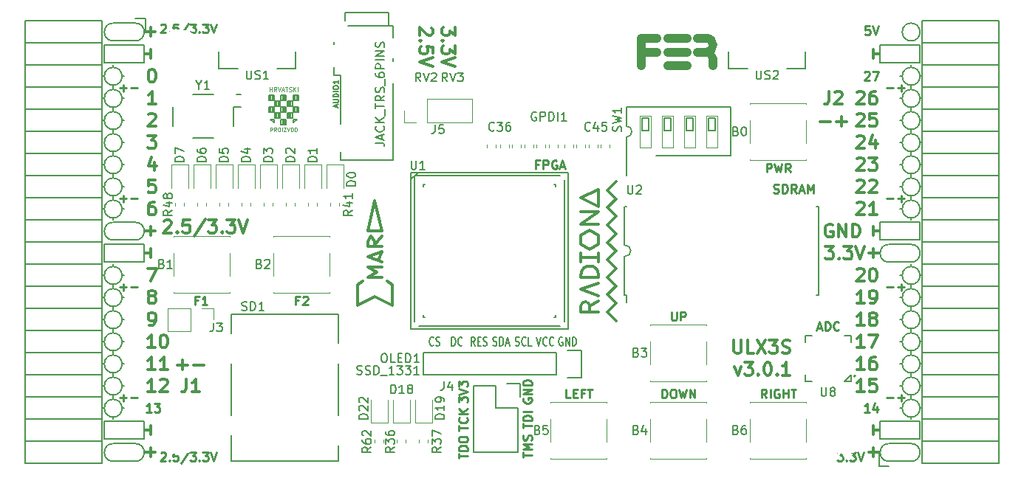
<source format=gto>
G04 #@! TF.GenerationSoftware,KiCad,Pcbnew,5.0.0+dfsg1-2*
G04 #@! TF.CreationDate,2018-09-18T16:04:32+02:00*
G04 #@! TF.ProjectId,ulx3s,756C7833732E6B696361645F70636200,rev?*
G04 #@! TF.SameCoordinates,Original*
G04 #@! TF.FileFunction,Legend,Top*
G04 #@! TF.FilePolarity,Positive*
%FSLAX46Y46*%
G04 Gerber Fmt 4.6, Leading zero omitted, Abs format (unit mm)*
G04 Created by KiCad (PCBNEW 5.0.0+dfsg1-2) date Tue Sep 18 16:04:32 2018*
%MOMM*%
%LPD*%
G01*
G04 APERTURE LIST*
%ADD10C,0.250000*%
%ADD11C,0.300000*%
%ADD12C,0.200000*%
%ADD13C,0.150000*%
%ADD14C,0.120000*%
%ADD15C,1.000000*%
%ADD16C,0.152400*%
%ADD17C,0.075000*%
%ADD18O,0.660000X1.300000*%
%ADD19R,0.660000X1.300000*%
%ADD20C,0.500000*%
%ADD21O,0.227000X0.608000*%
%ADD22O,0.608000X0.227000*%
%ADD23R,1.725000X1.725000*%
%ADD24O,0.400000X1.050000*%
%ADD25O,1.050000X0.400000*%
%ADD26R,1.050000X0.400000*%
%ADD27C,0.100000*%
%ADD28C,0.975000*%
%ADD29C,1.075000*%
%ADD30R,1.220000X2.540000*%
%ADD31R,1.900000X2.000000*%
%ADD32R,0.500000X1.450000*%
%ADD33R,2.000000X2.000000*%
%ADD34R,2.200000X1.700000*%
%ADD35R,2.900000X2.100000*%
%ADD36R,2.900000X2.300000*%
%ADD37R,2.900000X2.900000*%
%ADD38C,1.800000*%
%ADD39R,0.400000X2.000000*%
%ADD40C,2.100000*%
%ADD41R,0.800000X1.600000*%
%ADD42R,1.550000X1.000000*%
%ADD43R,1.550000X2.100000*%
%ADD44R,2.300000X1.900000*%
%ADD45R,1.827200X2.132000*%
%ADD46O,1.827200X2.132000*%
%ADD47O,1.827200X1.827200*%
%ADD48R,1.827200X1.827200*%
%ADD49C,5.600000*%
%ADD50R,1.800000X1.800000*%
%ADD51O,1.800000X1.800000*%
%ADD52R,1.395000X1.500000*%
%ADD53R,1.650000X1.400000*%
G04 APERTURE END LIST*
D10*
X116641666Y-93497571D02*
X116308333Y-93497571D01*
X116308333Y-94021380D02*
X116308333Y-93021380D01*
X116784523Y-93021380D01*
X117117857Y-93116619D02*
X117165476Y-93069000D01*
X117260714Y-93021380D01*
X117498809Y-93021380D01*
X117594047Y-93069000D01*
X117641666Y-93116619D01*
X117689285Y-93211857D01*
X117689285Y-93307095D01*
X117641666Y-93449952D01*
X117070238Y-94021380D01*
X117689285Y-94021380D01*
X105084666Y-93497571D02*
X104751333Y-93497571D01*
X104751333Y-94021380D02*
X104751333Y-93021380D01*
X105227523Y-93021380D01*
X106132285Y-94021380D02*
X105560857Y-94021380D01*
X105846571Y-94021380D02*
X105846571Y-93021380D01*
X105751333Y-93164238D01*
X105656095Y-93259476D01*
X105560857Y-93307095D01*
X170236666Y-104689380D02*
X169903333Y-104213190D01*
X169665238Y-104689380D02*
X169665238Y-103689380D01*
X170046190Y-103689380D01*
X170141428Y-103737000D01*
X170189047Y-103784619D01*
X170236666Y-103879857D01*
X170236666Y-104022714D01*
X170189047Y-104117952D01*
X170141428Y-104165571D01*
X170046190Y-104213190D01*
X169665238Y-104213190D01*
X170665238Y-104689380D02*
X170665238Y-103689380D01*
X171665238Y-103737000D02*
X171570000Y-103689380D01*
X171427142Y-103689380D01*
X171284285Y-103737000D01*
X171189047Y-103832238D01*
X171141428Y-103927476D01*
X171093809Y-104117952D01*
X171093809Y-104260809D01*
X171141428Y-104451285D01*
X171189047Y-104546523D01*
X171284285Y-104641761D01*
X171427142Y-104689380D01*
X171522380Y-104689380D01*
X171665238Y-104641761D01*
X171712857Y-104594142D01*
X171712857Y-104260809D01*
X171522380Y-104260809D01*
X172141428Y-104689380D02*
X172141428Y-103689380D01*
X172141428Y-104165571D02*
X172712857Y-104165571D01*
X172712857Y-104689380D02*
X172712857Y-103689380D01*
X173046190Y-103689380D02*
X173617619Y-103689380D01*
X173331904Y-104689380D02*
X173331904Y-103689380D01*
X159354285Y-94799380D02*
X159354285Y-95608904D01*
X159401904Y-95704142D01*
X159449523Y-95751761D01*
X159544761Y-95799380D01*
X159735238Y-95799380D01*
X159830476Y-95751761D01*
X159878095Y-95704142D01*
X159925714Y-95608904D01*
X159925714Y-94799380D01*
X160401904Y-95799380D02*
X160401904Y-94799380D01*
X160782857Y-94799380D01*
X160878095Y-94847000D01*
X160925714Y-94894619D01*
X160973333Y-94989857D01*
X160973333Y-95132714D01*
X160925714Y-95227952D01*
X160878095Y-95275571D01*
X160782857Y-95323190D01*
X160401904Y-95323190D01*
X158259047Y-104689380D02*
X158259047Y-103689380D01*
X158497142Y-103689380D01*
X158640000Y-103737000D01*
X158735238Y-103832238D01*
X158782857Y-103927476D01*
X158830476Y-104117952D01*
X158830476Y-104260809D01*
X158782857Y-104451285D01*
X158735238Y-104546523D01*
X158640000Y-104641761D01*
X158497142Y-104689380D01*
X158259047Y-104689380D01*
X159449523Y-103689380D02*
X159640000Y-103689380D01*
X159735238Y-103737000D01*
X159830476Y-103832238D01*
X159878095Y-104022714D01*
X159878095Y-104356047D01*
X159830476Y-104546523D01*
X159735238Y-104641761D01*
X159640000Y-104689380D01*
X159449523Y-104689380D01*
X159354285Y-104641761D01*
X159259047Y-104546523D01*
X159211428Y-104356047D01*
X159211428Y-104022714D01*
X159259047Y-103832238D01*
X159354285Y-103737000D01*
X159449523Y-103689380D01*
X160211428Y-103689380D02*
X160449523Y-104689380D01*
X160640000Y-103975095D01*
X160830476Y-104689380D01*
X161068571Y-103689380D01*
X161449523Y-104689380D02*
X161449523Y-103689380D01*
X162020952Y-104689380D01*
X162020952Y-103689380D01*
X147757619Y-104689380D02*
X147281428Y-104689380D01*
X147281428Y-103689380D01*
X148090952Y-104165571D02*
X148424285Y-104165571D01*
X148567142Y-104689380D02*
X148090952Y-104689380D01*
X148090952Y-103689380D01*
X148567142Y-103689380D01*
X149329047Y-104165571D02*
X148995714Y-104165571D01*
X148995714Y-104689380D02*
X148995714Y-103689380D01*
X149471904Y-103689380D01*
X149710000Y-103689380D02*
X150281428Y-103689380D01*
X149995714Y-104689380D02*
X149995714Y-103689380D01*
X170251666Y-78781380D02*
X170251666Y-77781380D01*
X170632619Y-77781380D01*
X170727857Y-77829000D01*
X170775476Y-77876619D01*
X170823095Y-77971857D01*
X170823095Y-78114714D01*
X170775476Y-78209952D01*
X170727857Y-78257571D01*
X170632619Y-78305190D01*
X170251666Y-78305190D01*
X171156428Y-77781380D02*
X171394523Y-78781380D01*
X171585000Y-78067095D01*
X171775476Y-78781380D01*
X172013571Y-77781380D01*
X172965952Y-78781380D02*
X172632619Y-78305190D01*
X172394523Y-78781380D02*
X172394523Y-77781380D01*
X172775476Y-77781380D01*
X172870714Y-77829000D01*
X172918333Y-77876619D01*
X172965952Y-77971857D01*
X172965952Y-78114714D01*
X172918333Y-78209952D01*
X172870714Y-78257571D01*
X172775476Y-78305190D01*
X172394523Y-78305190D01*
D11*
X134560428Y-62144714D02*
X134560428Y-63073285D01*
X133989000Y-62573285D01*
X133989000Y-62787571D01*
X133917571Y-62930428D01*
X133846142Y-63001857D01*
X133703285Y-63073285D01*
X133346142Y-63073285D01*
X133203285Y-63001857D01*
X133131857Y-62930428D01*
X133060428Y-62787571D01*
X133060428Y-62359000D01*
X133131857Y-62216142D01*
X133203285Y-62144714D01*
X133203285Y-63716142D02*
X133131857Y-63787571D01*
X133060428Y-63716142D01*
X133131857Y-63644714D01*
X133203285Y-63716142D01*
X133060428Y-63716142D01*
X134560428Y-64287571D02*
X134560428Y-65216142D01*
X133989000Y-64716142D01*
X133989000Y-64930428D01*
X133917571Y-65073285D01*
X133846142Y-65144714D01*
X133703285Y-65216142D01*
X133346142Y-65216142D01*
X133203285Y-65144714D01*
X133131857Y-65073285D01*
X133060428Y-64930428D01*
X133060428Y-64501857D01*
X133131857Y-64359000D01*
X133203285Y-64287571D01*
X134560428Y-65644714D02*
X133060428Y-66144714D01*
X134560428Y-66644714D01*
X131877571Y-62216142D02*
X131949000Y-62287571D01*
X132020428Y-62430428D01*
X132020428Y-62787571D01*
X131949000Y-62930428D01*
X131877571Y-63001857D01*
X131734714Y-63073285D01*
X131591857Y-63073285D01*
X131377571Y-63001857D01*
X130520428Y-62144714D01*
X130520428Y-63073285D01*
X130663285Y-63716142D02*
X130591857Y-63787571D01*
X130520428Y-63716142D01*
X130591857Y-63644714D01*
X130663285Y-63716142D01*
X130520428Y-63716142D01*
X132020428Y-65144714D02*
X132020428Y-64430428D01*
X131306142Y-64359000D01*
X131377571Y-64430428D01*
X131449000Y-64573285D01*
X131449000Y-64930428D01*
X131377571Y-65073285D01*
X131306142Y-65144714D01*
X131163285Y-65216142D01*
X130806142Y-65216142D01*
X130663285Y-65144714D01*
X130591857Y-65073285D01*
X130520428Y-64930428D01*
X130520428Y-64573285D01*
X130591857Y-64430428D01*
X130663285Y-64359000D01*
X132020428Y-65644714D02*
X130520428Y-66144714D01*
X132020428Y-66644714D01*
X102760000Y-100897142D02*
X103902857Y-100897142D01*
X103331428Y-101468571D02*
X103331428Y-100325714D01*
X104617142Y-100897142D02*
X105760000Y-100897142D01*
X166592714Y-101121571D02*
X166949857Y-102121571D01*
X167307000Y-101121571D01*
X167735571Y-100621571D02*
X168664142Y-100621571D01*
X168164142Y-101193000D01*
X168378428Y-101193000D01*
X168521285Y-101264428D01*
X168592714Y-101335857D01*
X168664142Y-101478714D01*
X168664142Y-101835857D01*
X168592714Y-101978714D01*
X168521285Y-102050142D01*
X168378428Y-102121571D01*
X167949857Y-102121571D01*
X167807000Y-102050142D01*
X167735571Y-101978714D01*
X169307000Y-101978714D02*
X169378428Y-102050142D01*
X169307000Y-102121571D01*
X169235571Y-102050142D01*
X169307000Y-101978714D01*
X169307000Y-102121571D01*
X170307000Y-100621571D02*
X170449857Y-100621571D01*
X170592714Y-100693000D01*
X170664142Y-100764428D01*
X170735571Y-100907285D01*
X170807000Y-101193000D01*
X170807000Y-101550142D01*
X170735571Y-101835857D01*
X170664142Y-101978714D01*
X170592714Y-102050142D01*
X170449857Y-102121571D01*
X170307000Y-102121571D01*
X170164142Y-102050142D01*
X170092714Y-101978714D01*
X170021285Y-101835857D01*
X169949857Y-101550142D01*
X169949857Y-101193000D01*
X170021285Y-100907285D01*
X170092714Y-100764428D01*
X170164142Y-100693000D01*
X170307000Y-100621571D01*
X171449857Y-101978714D02*
X171521285Y-102050142D01*
X171449857Y-102121571D01*
X171378428Y-102050142D01*
X171449857Y-101978714D01*
X171449857Y-102121571D01*
X172949857Y-102121571D02*
X172092714Y-102121571D01*
X172521285Y-102121571D02*
X172521285Y-100621571D01*
X172378428Y-100835857D01*
X172235571Y-100978714D01*
X172092714Y-101050142D01*
X182492000Y-87582000D02*
X182492000Y-88598000D01*
X181984000Y-88090000D02*
X183254000Y-88090000D01*
X182492000Y-110442000D02*
X182492000Y-111458000D01*
X183254000Y-110950000D02*
X181984000Y-110950000D01*
X99688000Y-110442000D02*
X99688000Y-111458000D01*
X98926000Y-110950000D02*
X100196000Y-110950000D01*
X99688000Y-62182000D02*
X99688000Y-63198000D01*
X98926000Y-62690000D02*
X100196000Y-62690000D01*
X99688000Y-85042000D02*
X99688000Y-86058000D01*
X98926000Y-85550000D02*
X100196000Y-85550000D01*
D12*
X97910000Y-63706000D02*
G75*
G03X97910000Y-61674000I0J1016000D01*
G01*
X184270000Y-109934000D02*
G75*
G03X184270000Y-111966000I0J-1016000D01*
G01*
X95370000Y-111966000D02*
X97910000Y-111966000D01*
X95370000Y-109934000D02*
X97910000Y-109934000D01*
X97910000Y-111966000D02*
G75*
G03X97910000Y-109934000I0J1016000D01*
G01*
X95370000Y-109934000D02*
G75*
G03X95370000Y-111966000I0J-1016000D01*
G01*
X95370000Y-61674000D02*
X97910000Y-61674000D01*
X95370000Y-63706000D02*
X97910000Y-63706000D01*
X95370000Y-61674000D02*
G75*
G03X95370000Y-63706000I0J-1016000D01*
G01*
X95370000Y-84534000D02*
X97910000Y-84534000D01*
X95370000Y-86566000D02*
X97910000Y-86566000D01*
X95370000Y-84534000D02*
G75*
G03X95370000Y-86566000I0J-1016000D01*
G01*
X97910000Y-86566000D02*
G75*
G03X97910000Y-84534000I0J1016000D01*
G01*
X187826000Y-62690000D02*
G75*
G03X187826000Y-62690000I-1016000J0D01*
G01*
X184270000Y-89106000D02*
X186810000Y-89106000D01*
X184270000Y-87074000D02*
X186810000Y-87074000D01*
X184270000Y-87074000D02*
G75*
G03X184270000Y-89106000I0J-1016000D01*
G01*
X186810000Y-89106000D02*
G75*
G03X186810000Y-87074000I0J1016000D01*
G01*
X186810000Y-111966000D02*
X184270000Y-111966000D01*
X186810000Y-109934000D02*
X184270000Y-109934000D01*
X186810000Y-111966000D02*
G75*
G03X186810000Y-109934000I0J1016000D01*
G01*
X94354000Y-66246000D02*
X94354000Y-64214000D01*
X98926000Y-66246000D02*
X94354000Y-66246000D01*
X98926000Y-64214000D02*
X98926000Y-66246000D01*
X94354000Y-64214000D02*
X98926000Y-64214000D01*
X94354000Y-87074000D02*
X98926000Y-87074000D01*
X94354000Y-89106000D02*
X94354000Y-87074000D01*
X98926000Y-89106000D02*
X94354000Y-89106000D01*
X98926000Y-87074000D02*
X98926000Y-89106000D01*
X94354000Y-109426000D02*
X98926000Y-109426000D01*
X94354000Y-107394000D02*
X94354000Y-109426000D01*
X98926000Y-107394000D02*
X94354000Y-107394000D01*
X98926000Y-109426000D02*
X98926000Y-107394000D01*
X183254000Y-109426000D02*
X187826000Y-109426000D01*
X183254000Y-107394000D02*
X183254000Y-109426000D01*
X187826000Y-107394000D02*
X187826000Y-109426000D01*
X183254000Y-107394000D02*
X187826000Y-107394000D01*
X183254000Y-66246000D02*
X187826000Y-66246000D01*
X183254000Y-64214000D02*
X183254000Y-66246000D01*
X187826000Y-64214000D02*
X183254000Y-64214000D01*
X187826000Y-66246000D02*
X187826000Y-64214000D01*
X183254000Y-84534000D02*
X187826000Y-84534000D01*
X183254000Y-86566000D02*
X183254000Y-84534000D01*
X187826000Y-86566000D02*
X183254000Y-86566000D01*
X187826000Y-84534000D02*
X187826000Y-86566000D01*
D10*
X96148000Y-69111428D02*
X96909904Y-69111428D01*
X96528952Y-69492380D02*
X96528952Y-68730476D01*
X97386095Y-69111428D02*
X98148000Y-69111428D01*
X96148000Y-81811428D02*
X96909904Y-81811428D01*
X96528952Y-82192380D02*
X96528952Y-81430476D01*
X97386095Y-81811428D02*
X98148000Y-81811428D01*
X96148000Y-91971428D02*
X96909904Y-91971428D01*
X96528952Y-92352380D02*
X96528952Y-91590476D01*
X97386095Y-91971428D02*
X98148000Y-91971428D01*
X96148000Y-104671428D02*
X96909904Y-104671428D01*
X96528952Y-105052380D02*
X96528952Y-104290476D01*
X97386095Y-104671428D02*
X98148000Y-104671428D01*
X184032000Y-104671428D02*
X184793904Y-104671428D01*
X185270095Y-104671428D02*
X186032000Y-104671428D01*
X185651047Y-105052380D02*
X185651047Y-104290476D01*
X184032000Y-91971428D02*
X184793904Y-91971428D01*
X185270095Y-91971428D02*
X186032000Y-91971428D01*
X185651047Y-92352380D02*
X185651047Y-91590476D01*
X184032000Y-81811428D02*
X184793904Y-81811428D01*
X185270095Y-81811428D02*
X186032000Y-81811428D01*
X185651047Y-82192380D02*
X185651047Y-81430476D01*
X184032000Y-69111428D02*
X184793904Y-69111428D01*
X185270095Y-69111428D02*
X186032000Y-69111428D01*
X185651047Y-69492380D02*
X185651047Y-68730476D01*
D11*
X176420000Y-72957142D02*
X177562857Y-72957142D01*
X178277142Y-72957142D02*
X179420000Y-72957142D01*
X178848571Y-73528571D02*
X178848571Y-72385714D01*
D12*
X187826000Y-67770000D02*
G75*
G03X187826000Y-67770000I-1016000J0D01*
G01*
X187826000Y-70310000D02*
G75*
G03X187826000Y-70310000I-1016000J0D01*
G01*
X187826000Y-72850000D02*
G75*
G03X187826000Y-72850000I-1016000J0D01*
G01*
X187826000Y-75390000D02*
G75*
G03X187826000Y-75390000I-1016000J0D01*
G01*
X187826000Y-77930000D02*
G75*
G03X187826000Y-77930000I-1016000J0D01*
G01*
X187826000Y-80470000D02*
G75*
G03X187826000Y-80470000I-1016000J0D01*
G01*
X187826000Y-83010000D02*
G75*
G03X187826000Y-83010000I-1016000J0D01*
G01*
X187826000Y-90630000D02*
G75*
G03X187826000Y-90630000I-1016000J0D01*
G01*
X187826000Y-93170000D02*
G75*
G03X187826000Y-93170000I-1016000J0D01*
G01*
X187826000Y-95710000D02*
G75*
G03X187826000Y-95710000I-1016000J0D01*
G01*
X187826000Y-98250000D02*
G75*
G03X187826000Y-98250000I-1016000J0D01*
G01*
X187826000Y-100790000D02*
G75*
G03X187826000Y-100790000I-1016000J0D01*
G01*
X187826000Y-103330000D02*
G75*
G03X187826000Y-103330000I-1016000J0D01*
G01*
X187826000Y-105870000D02*
G75*
G03X187826000Y-105870000I-1016000J0D01*
G01*
X96386000Y-105870000D02*
G75*
G03X96386000Y-105870000I-1016000J0D01*
G01*
X96386000Y-103330000D02*
G75*
G03X96386000Y-103330000I-1016000J0D01*
G01*
X96386000Y-100790000D02*
G75*
G03X96386000Y-100790000I-1016000J0D01*
G01*
X96386000Y-98250000D02*
G75*
G03X96386000Y-98250000I-1016000J0D01*
G01*
X96386000Y-95710000D02*
G75*
G03X96386000Y-95710000I-1016000J0D01*
G01*
X96386000Y-93170000D02*
G75*
G03X96386000Y-93170000I-1016000J0D01*
G01*
X96386000Y-90630000D02*
G75*
G03X96386000Y-90630000I-1016000J0D01*
G01*
X96386000Y-83010000D02*
G75*
G03X96386000Y-83010000I-1016000J0D01*
G01*
X96386000Y-80470000D02*
G75*
G03X96386000Y-80470000I-1016000J0D01*
G01*
X96386000Y-77930000D02*
G75*
G03X96386000Y-77930000I-1016000J0D01*
G01*
X96386000Y-75390000D02*
G75*
G03X96386000Y-75390000I-1016000J0D01*
G01*
X96386000Y-72850000D02*
G75*
G03X96386000Y-72850000I-1016000J0D01*
G01*
X96386000Y-70310000D02*
G75*
G03X96386000Y-70310000I-1016000J0D01*
G01*
X96386000Y-67770000D02*
G75*
G03X96386000Y-67770000I-1016000J0D01*
G01*
D11*
X177793142Y-84800000D02*
X177650285Y-84728571D01*
X177436000Y-84728571D01*
X177221714Y-84800000D01*
X177078857Y-84942857D01*
X177007428Y-85085714D01*
X176936000Y-85371428D01*
X176936000Y-85585714D01*
X177007428Y-85871428D01*
X177078857Y-86014285D01*
X177221714Y-86157142D01*
X177436000Y-86228571D01*
X177578857Y-86228571D01*
X177793142Y-86157142D01*
X177864571Y-86085714D01*
X177864571Y-85585714D01*
X177578857Y-85585714D01*
X178507428Y-86228571D02*
X178507428Y-84728571D01*
X179364571Y-86228571D01*
X179364571Y-84728571D01*
X180078857Y-86228571D02*
X180078857Y-84728571D01*
X180436000Y-84728571D01*
X180650285Y-84800000D01*
X180793142Y-84942857D01*
X180864571Y-85085714D01*
X180936000Y-85371428D01*
X180936000Y-85585714D01*
X180864571Y-85871428D01*
X180793142Y-86014285D01*
X180650285Y-86157142D01*
X180436000Y-86228571D01*
X180078857Y-86228571D01*
X182492000Y-86058000D02*
X182492000Y-85042000D01*
X183254000Y-85550000D02*
X182492000Y-85550000D01*
X182492000Y-107902000D02*
X182492000Y-108918000D01*
X182492000Y-108410000D02*
X183254000Y-108410000D01*
D10*
X182047523Y-106322380D02*
X181476095Y-106322380D01*
X181761809Y-106322380D02*
X181761809Y-105322380D01*
X181666571Y-105465238D01*
X181571333Y-105560476D01*
X181476095Y-105608095D01*
X182904666Y-105655714D02*
X182904666Y-106322380D01*
X182666571Y-105274761D02*
X182428476Y-105989047D01*
X183047523Y-105989047D01*
X181476095Y-67317619D02*
X181523714Y-67270000D01*
X181618952Y-67222380D01*
X181857047Y-67222380D01*
X181952285Y-67270000D01*
X181999904Y-67317619D01*
X182047523Y-67412857D01*
X182047523Y-67508095D01*
X181999904Y-67650952D01*
X181428476Y-68222380D01*
X182047523Y-68222380D01*
X182380857Y-67222380D02*
X183047523Y-67222380D01*
X182618952Y-68222380D01*
D11*
X182492000Y-64722000D02*
X182492000Y-65738000D01*
X182492000Y-65230000D02*
X183254000Y-65230000D01*
X99688000Y-107902000D02*
X99688000Y-108918000D01*
X98926000Y-108410000D02*
X99688000Y-108410000D01*
X99315000Y-74568571D02*
X100243571Y-74568571D01*
X99743571Y-75140000D01*
X99957857Y-75140000D01*
X100100714Y-75211428D01*
X100172142Y-75282857D01*
X100243571Y-75425714D01*
X100243571Y-75782857D01*
X100172142Y-75925714D01*
X100100714Y-75997142D01*
X99957857Y-76068571D01*
X99529285Y-76068571D01*
X99386428Y-75997142D01*
X99315000Y-75925714D01*
X100100714Y-77608571D02*
X100100714Y-78608571D01*
X99743571Y-77037142D02*
X99386428Y-78108571D01*
X100315000Y-78108571D01*
X100172142Y-79648571D02*
X99457857Y-79648571D01*
X99386428Y-80362857D01*
X99457857Y-80291428D01*
X99600714Y-80220000D01*
X99957857Y-80220000D01*
X100100714Y-80291428D01*
X100172142Y-80362857D01*
X100243571Y-80505714D01*
X100243571Y-80862857D01*
X100172142Y-81005714D01*
X100100714Y-81077142D01*
X99957857Y-81148571D01*
X99600714Y-81148571D01*
X99457857Y-81077142D01*
X99386428Y-81005714D01*
D10*
X99751523Y-106322380D02*
X99180095Y-106322380D01*
X99465809Y-106322380D02*
X99465809Y-105322380D01*
X99370571Y-105465238D01*
X99275333Y-105560476D01*
X99180095Y-105608095D01*
X100084857Y-105322380D02*
X100703904Y-105322380D01*
X100370571Y-105703333D01*
X100513428Y-105703333D01*
X100608666Y-105750952D01*
X100656285Y-105798571D01*
X100703904Y-105893809D01*
X100703904Y-106131904D01*
X100656285Y-106227142D01*
X100608666Y-106274761D01*
X100513428Y-106322380D01*
X100227714Y-106322380D01*
X100132476Y-106274761D01*
X100084857Y-106227142D01*
D11*
X99315000Y-89808571D02*
X100315000Y-89808571D01*
X99672142Y-91308571D01*
X99688000Y-87582000D02*
X99688000Y-88598000D01*
X98926000Y-88090000D02*
X99688000Y-88090000D01*
X99688000Y-64722000D02*
X99688000Y-65738000D01*
X98926000Y-65230000D02*
X99688000Y-65230000D01*
D10*
X100817976Y-61874619D02*
X100865595Y-61827000D01*
X100960833Y-61779380D01*
X101198928Y-61779380D01*
X101294166Y-61827000D01*
X101341785Y-61874619D01*
X101389404Y-61969857D01*
X101389404Y-62065095D01*
X101341785Y-62207952D01*
X100770357Y-62779380D01*
X101389404Y-62779380D01*
X101817976Y-62684142D02*
X101865595Y-62731761D01*
X101817976Y-62779380D01*
X101770357Y-62731761D01*
X101817976Y-62684142D01*
X101817976Y-62779380D01*
X102770357Y-61779380D02*
X102294166Y-61779380D01*
X102246547Y-62255571D01*
X102294166Y-62207952D01*
X102389404Y-62160333D01*
X102627500Y-62160333D01*
X102722738Y-62207952D01*
X102770357Y-62255571D01*
X102817976Y-62350809D01*
X102817976Y-62588904D01*
X102770357Y-62684142D01*
X102722738Y-62731761D01*
X102627500Y-62779380D01*
X102389404Y-62779380D01*
X102294166Y-62731761D01*
X102246547Y-62684142D01*
X103960833Y-61731761D02*
X103103690Y-63017476D01*
X104198928Y-61779380D02*
X104817976Y-61779380D01*
X104484642Y-62160333D01*
X104627500Y-62160333D01*
X104722738Y-62207952D01*
X104770357Y-62255571D01*
X104817976Y-62350809D01*
X104817976Y-62588904D01*
X104770357Y-62684142D01*
X104722738Y-62731761D01*
X104627500Y-62779380D01*
X104341785Y-62779380D01*
X104246547Y-62731761D01*
X104198928Y-62684142D01*
X105246547Y-62684142D02*
X105294166Y-62731761D01*
X105246547Y-62779380D01*
X105198928Y-62731761D01*
X105246547Y-62684142D01*
X105246547Y-62779380D01*
X105627500Y-61779380D02*
X106246547Y-61779380D01*
X105913214Y-62160333D01*
X106056071Y-62160333D01*
X106151309Y-62207952D01*
X106198928Y-62255571D01*
X106246547Y-62350809D01*
X106246547Y-62588904D01*
X106198928Y-62684142D01*
X106151309Y-62731761D01*
X106056071Y-62779380D01*
X105770357Y-62779380D01*
X105675119Y-62731761D01*
X105627500Y-62684142D01*
X106532261Y-61779380D02*
X106865595Y-62779380D01*
X107198928Y-61779380D01*
X178360261Y-110910380D02*
X178979309Y-110910380D01*
X178645976Y-111291333D01*
X178788833Y-111291333D01*
X178884071Y-111338952D01*
X178931690Y-111386571D01*
X178979309Y-111481809D01*
X178979309Y-111719904D01*
X178931690Y-111815142D01*
X178884071Y-111862761D01*
X178788833Y-111910380D01*
X178503119Y-111910380D01*
X178407880Y-111862761D01*
X178360261Y-111815142D01*
X179407880Y-111815142D02*
X179455500Y-111862761D01*
X179407880Y-111910380D01*
X179360261Y-111862761D01*
X179407880Y-111815142D01*
X179407880Y-111910380D01*
X179788833Y-110910380D02*
X180407880Y-110910380D01*
X180074547Y-111291333D01*
X180217404Y-111291333D01*
X180312642Y-111338952D01*
X180360261Y-111386571D01*
X180407880Y-111481809D01*
X180407880Y-111719904D01*
X180360261Y-111815142D01*
X180312642Y-111862761D01*
X180217404Y-111910380D01*
X179931690Y-111910380D01*
X179836452Y-111862761D01*
X179788833Y-111815142D01*
X180693595Y-110910380D02*
X181026928Y-111910380D01*
X181360261Y-110910380D01*
D11*
X101199714Y-84381428D02*
X101271142Y-84310000D01*
X101414000Y-84238571D01*
X101771142Y-84238571D01*
X101914000Y-84310000D01*
X101985428Y-84381428D01*
X102056857Y-84524285D01*
X102056857Y-84667142D01*
X101985428Y-84881428D01*
X101128285Y-85738571D01*
X102056857Y-85738571D01*
X102699714Y-85595714D02*
X102771142Y-85667142D01*
X102699714Y-85738571D01*
X102628285Y-85667142D01*
X102699714Y-85595714D01*
X102699714Y-85738571D01*
X104128285Y-84238571D02*
X103414000Y-84238571D01*
X103342571Y-84952857D01*
X103414000Y-84881428D01*
X103556857Y-84810000D01*
X103914000Y-84810000D01*
X104056857Y-84881428D01*
X104128285Y-84952857D01*
X104199714Y-85095714D01*
X104199714Y-85452857D01*
X104128285Y-85595714D01*
X104056857Y-85667142D01*
X103914000Y-85738571D01*
X103556857Y-85738571D01*
X103414000Y-85667142D01*
X103342571Y-85595714D01*
X105914000Y-84167142D02*
X104628285Y-86095714D01*
X106271142Y-84238571D02*
X107199714Y-84238571D01*
X106699714Y-84810000D01*
X106914000Y-84810000D01*
X107056857Y-84881428D01*
X107128285Y-84952857D01*
X107199714Y-85095714D01*
X107199714Y-85452857D01*
X107128285Y-85595714D01*
X107056857Y-85667142D01*
X106914000Y-85738571D01*
X106485428Y-85738571D01*
X106342571Y-85667142D01*
X106271142Y-85595714D01*
X107842571Y-85595714D02*
X107914000Y-85667142D01*
X107842571Y-85738571D01*
X107771142Y-85667142D01*
X107842571Y-85595714D01*
X107842571Y-85738571D01*
X108414000Y-84238571D02*
X109342571Y-84238571D01*
X108842571Y-84810000D01*
X109056857Y-84810000D01*
X109199714Y-84881428D01*
X109271142Y-84952857D01*
X109342571Y-85095714D01*
X109342571Y-85452857D01*
X109271142Y-85595714D01*
X109199714Y-85667142D01*
X109056857Y-85738571D01*
X108628285Y-85738571D01*
X108485428Y-85667142D01*
X108414000Y-85595714D01*
X109771142Y-84238571D02*
X110271142Y-85738571D01*
X110771142Y-84238571D01*
D10*
X100817976Y-111023619D02*
X100865595Y-110976000D01*
X100960833Y-110928380D01*
X101198928Y-110928380D01*
X101294166Y-110976000D01*
X101341785Y-111023619D01*
X101389404Y-111118857D01*
X101389404Y-111214095D01*
X101341785Y-111356952D01*
X100770357Y-111928380D01*
X101389404Y-111928380D01*
X101817976Y-111833142D02*
X101865595Y-111880761D01*
X101817976Y-111928380D01*
X101770357Y-111880761D01*
X101817976Y-111833142D01*
X101817976Y-111928380D01*
X102770357Y-110928380D02*
X102294166Y-110928380D01*
X102246547Y-111404571D01*
X102294166Y-111356952D01*
X102389404Y-111309333D01*
X102627500Y-111309333D01*
X102722738Y-111356952D01*
X102770357Y-111404571D01*
X102817976Y-111499809D01*
X102817976Y-111737904D01*
X102770357Y-111833142D01*
X102722738Y-111880761D01*
X102627500Y-111928380D01*
X102389404Y-111928380D01*
X102294166Y-111880761D01*
X102246547Y-111833142D01*
X103960833Y-110880761D02*
X103103690Y-112166476D01*
X104198928Y-110928380D02*
X104817976Y-110928380D01*
X104484642Y-111309333D01*
X104627500Y-111309333D01*
X104722738Y-111356952D01*
X104770357Y-111404571D01*
X104817976Y-111499809D01*
X104817976Y-111737904D01*
X104770357Y-111833142D01*
X104722738Y-111880761D01*
X104627500Y-111928380D01*
X104341785Y-111928380D01*
X104246547Y-111880761D01*
X104198928Y-111833142D01*
X105246547Y-111833142D02*
X105294166Y-111880761D01*
X105246547Y-111928380D01*
X105198928Y-111880761D01*
X105246547Y-111833142D01*
X105246547Y-111928380D01*
X105627500Y-110928380D02*
X106246547Y-110928380D01*
X105913214Y-111309333D01*
X106056071Y-111309333D01*
X106151309Y-111356952D01*
X106198928Y-111404571D01*
X106246547Y-111499809D01*
X106246547Y-111737904D01*
X106198928Y-111833142D01*
X106151309Y-111880761D01*
X106056071Y-111928380D01*
X105770357Y-111928380D01*
X105675119Y-111880761D01*
X105627500Y-111833142D01*
X106532261Y-110928380D02*
X106865595Y-111928380D01*
X107198928Y-110928380D01*
X182047523Y-62015380D02*
X181571333Y-62015380D01*
X181523714Y-62491571D01*
X181571333Y-62443952D01*
X181666571Y-62396333D01*
X181904666Y-62396333D01*
X181999904Y-62443952D01*
X182047523Y-62491571D01*
X182095142Y-62586809D01*
X182095142Y-62824904D01*
X182047523Y-62920142D01*
X181999904Y-62967761D01*
X181904666Y-63015380D01*
X181666571Y-63015380D01*
X181571333Y-62967761D01*
X181523714Y-62920142D01*
X182380857Y-62015380D02*
X182714190Y-63015380D01*
X183047523Y-62015380D01*
D11*
X180587142Y-69631428D02*
X180658571Y-69560000D01*
X180801428Y-69488571D01*
X181158571Y-69488571D01*
X181301428Y-69560000D01*
X181372857Y-69631428D01*
X181444285Y-69774285D01*
X181444285Y-69917142D01*
X181372857Y-70131428D01*
X180515714Y-70988571D01*
X181444285Y-70988571D01*
X182730000Y-69488571D02*
X182444285Y-69488571D01*
X182301428Y-69560000D01*
X182230000Y-69631428D01*
X182087142Y-69845714D01*
X182015714Y-70131428D01*
X182015714Y-70702857D01*
X182087142Y-70845714D01*
X182158571Y-70917142D01*
X182301428Y-70988571D01*
X182587142Y-70988571D01*
X182730000Y-70917142D01*
X182801428Y-70845714D01*
X182872857Y-70702857D01*
X182872857Y-70345714D01*
X182801428Y-70202857D01*
X182730000Y-70131428D01*
X182587142Y-70060000D01*
X182301428Y-70060000D01*
X182158571Y-70131428D01*
X182087142Y-70202857D01*
X182015714Y-70345714D01*
X180587142Y-72171428D02*
X180658571Y-72100000D01*
X180801428Y-72028571D01*
X181158571Y-72028571D01*
X181301428Y-72100000D01*
X181372857Y-72171428D01*
X181444285Y-72314285D01*
X181444285Y-72457142D01*
X181372857Y-72671428D01*
X180515714Y-73528571D01*
X181444285Y-73528571D01*
X182801428Y-72028571D02*
X182087142Y-72028571D01*
X182015714Y-72742857D01*
X182087142Y-72671428D01*
X182230000Y-72600000D01*
X182587142Y-72600000D01*
X182730000Y-72671428D01*
X182801428Y-72742857D01*
X182872857Y-72885714D01*
X182872857Y-73242857D01*
X182801428Y-73385714D01*
X182730000Y-73457142D01*
X182587142Y-73528571D01*
X182230000Y-73528571D01*
X182087142Y-73457142D01*
X182015714Y-73385714D01*
X180587142Y-74711428D02*
X180658571Y-74640000D01*
X180801428Y-74568571D01*
X181158571Y-74568571D01*
X181301428Y-74640000D01*
X181372857Y-74711428D01*
X181444285Y-74854285D01*
X181444285Y-74997142D01*
X181372857Y-75211428D01*
X180515714Y-76068571D01*
X181444285Y-76068571D01*
X182730000Y-75068571D02*
X182730000Y-76068571D01*
X182372857Y-74497142D02*
X182015714Y-75568571D01*
X182944285Y-75568571D01*
X180587142Y-77251428D02*
X180658571Y-77180000D01*
X180801428Y-77108571D01*
X181158571Y-77108571D01*
X181301428Y-77180000D01*
X181372857Y-77251428D01*
X181444285Y-77394285D01*
X181444285Y-77537142D01*
X181372857Y-77751428D01*
X180515714Y-78608571D01*
X181444285Y-78608571D01*
X181944285Y-77108571D02*
X182872857Y-77108571D01*
X182372857Y-77680000D01*
X182587142Y-77680000D01*
X182730000Y-77751428D01*
X182801428Y-77822857D01*
X182872857Y-77965714D01*
X182872857Y-78322857D01*
X182801428Y-78465714D01*
X182730000Y-78537142D01*
X182587142Y-78608571D01*
X182158571Y-78608571D01*
X182015714Y-78537142D01*
X181944285Y-78465714D01*
X180587142Y-79791428D02*
X180658571Y-79720000D01*
X180801428Y-79648571D01*
X181158571Y-79648571D01*
X181301428Y-79720000D01*
X181372857Y-79791428D01*
X181444285Y-79934285D01*
X181444285Y-80077142D01*
X181372857Y-80291428D01*
X180515714Y-81148571D01*
X181444285Y-81148571D01*
X182015714Y-79791428D02*
X182087142Y-79720000D01*
X182230000Y-79648571D01*
X182587142Y-79648571D01*
X182730000Y-79720000D01*
X182801428Y-79791428D01*
X182872857Y-79934285D01*
X182872857Y-80077142D01*
X182801428Y-80291428D01*
X181944285Y-81148571D01*
X182872857Y-81148571D01*
X180587142Y-82331428D02*
X180658571Y-82260000D01*
X180801428Y-82188571D01*
X181158571Y-82188571D01*
X181301428Y-82260000D01*
X181372857Y-82331428D01*
X181444285Y-82474285D01*
X181444285Y-82617142D01*
X181372857Y-82831428D01*
X180515714Y-83688571D01*
X181444285Y-83688571D01*
X182872857Y-83688571D02*
X182015714Y-83688571D01*
X182444285Y-83688571D02*
X182444285Y-82188571D01*
X182301428Y-82402857D01*
X182158571Y-82545714D01*
X182015714Y-82617142D01*
X176975714Y-87268571D02*
X177904285Y-87268571D01*
X177404285Y-87840000D01*
X177618571Y-87840000D01*
X177761428Y-87911428D01*
X177832857Y-87982857D01*
X177904285Y-88125714D01*
X177904285Y-88482857D01*
X177832857Y-88625714D01*
X177761428Y-88697142D01*
X177618571Y-88768571D01*
X177190000Y-88768571D01*
X177047142Y-88697142D01*
X176975714Y-88625714D01*
X178547142Y-88625714D02*
X178618571Y-88697142D01*
X178547142Y-88768571D01*
X178475714Y-88697142D01*
X178547142Y-88625714D01*
X178547142Y-88768571D01*
X179118571Y-87268571D02*
X180047142Y-87268571D01*
X179547142Y-87840000D01*
X179761428Y-87840000D01*
X179904285Y-87911428D01*
X179975714Y-87982857D01*
X180047142Y-88125714D01*
X180047142Y-88482857D01*
X179975714Y-88625714D01*
X179904285Y-88697142D01*
X179761428Y-88768571D01*
X179332857Y-88768571D01*
X179190000Y-88697142D01*
X179118571Y-88625714D01*
X180475714Y-87268571D02*
X180975714Y-88768571D01*
X181475714Y-87268571D01*
X180587142Y-89951428D02*
X180658571Y-89880000D01*
X180801428Y-89808571D01*
X181158571Y-89808571D01*
X181301428Y-89880000D01*
X181372857Y-89951428D01*
X181444285Y-90094285D01*
X181444285Y-90237142D01*
X181372857Y-90451428D01*
X180515714Y-91308571D01*
X181444285Y-91308571D01*
X182372857Y-89808571D02*
X182515714Y-89808571D01*
X182658571Y-89880000D01*
X182730000Y-89951428D01*
X182801428Y-90094285D01*
X182872857Y-90380000D01*
X182872857Y-90737142D01*
X182801428Y-91022857D01*
X182730000Y-91165714D01*
X182658571Y-91237142D01*
X182515714Y-91308571D01*
X182372857Y-91308571D01*
X182230000Y-91237142D01*
X182158571Y-91165714D01*
X182087142Y-91022857D01*
X182015714Y-90737142D01*
X182015714Y-90380000D01*
X182087142Y-90094285D01*
X182158571Y-89951428D01*
X182230000Y-89880000D01*
X182372857Y-89808571D01*
X181444285Y-93848571D02*
X180587142Y-93848571D01*
X181015714Y-93848571D02*
X181015714Y-92348571D01*
X180872857Y-92562857D01*
X180730000Y-92705714D01*
X180587142Y-92777142D01*
X182158571Y-93848571D02*
X182444285Y-93848571D01*
X182587142Y-93777142D01*
X182658571Y-93705714D01*
X182801428Y-93491428D01*
X182872857Y-93205714D01*
X182872857Y-92634285D01*
X182801428Y-92491428D01*
X182730000Y-92420000D01*
X182587142Y-92348571D01*
X182301428Y-92348571D01*
X182158571Y-92420000D01*
X182087142Y-92491428D01*
X182015714Y-92634285D01*
X182015714Y-92991428D01*
X182087142Y-93134285D01*
X182158571Y-93205714D01*
X182301428Y-93277142D01*
X182587142Y-93277142D01*
X182730000Y-93205714D01*
X182801428Y-93134285D01*
X182872857Y-92991428D01*
X181444285Y-96388571D02*
X180587142Y-96388571D01*
X181015714Y-96388571D02*
X181015714Y-94888571D01*
X180872857Y-95102857D01*
X180730000Y-95245714D01*
X180587142Y-95317142D01*
X182301428Y-95531428D02*
X182158571Y-95460000D01*
X182087142Y-95388571D01*
X182015714Y-95245714D01*
X182015714Y-95174285D01*
X182087142Y-95031428D01*
X182158571Y-94960000D01*
X182301428Y-94888571D01*
X182587142Y-94888571D01*
X182730000Y-94960000D01*
X182801428Y-95031428D01*
X182872857Y-95174285D01*
X182872857Y-95245714D01*
X182801428Y-95388571D01*
X182730000Y-95460000D01*
X182587142Y-95531428D01*
X182301428Y-95531428D01*
X182158571Y-95602857D01*
X182087142Y-95674285D01*
X182015714Y-95817142D01*
X182015714Y-96102857D01*
X182087142Y-96245714D01*
X182158571Y-96317142D01*
X182301428Y-96388571D01*
X182587142Y-96388571D01*
X182730000Y-96317142D01*
X182801428Y-96245714D01*
X182872857Y-96102857D01*
X182872857Y-95817142D01*
X182801428Y-95674285D01*
X182730000Y-95602857D01*
X182587142Y-95531428D01*
X181444285Y-98928571D02*
X180587142Y-98928571D01*
X181015714Y-98928571D02*
X181015714Y-97428571D01*
X180872857Y-97642857D01*
X180730000Y-97785714D01*
X180587142Y-97857142D01*
X181944285Y-97428571D02*
X182944285Y-97428571D01*
X182301428Y-98928571D01*
X181444285Y-101468571D02*
X180587142Y-101468571D01*
X181015714Y-101468571D02*
X181015714Y-99968571D01*
X180872857Y-100182857D01*
X180730000Y-100325714D01*
X180587142Y-100397142D01*
X182730000Y-99968571D02*
X182444285Y-99968571D01*
X182301428Y-100040000D01*
X182230000Y-100111428D01*
X182087142Y-100325714D01*
X182015714Y-100611428D01*
X182015714Y-101182857D01*
X182087142Y-101325714D01*
X182158571Y-101397142D01*
X182301428Y-101468571D01*
X182587142Y-101468571D01*
X182730000Y-101397142D01*
X182801428Y-101325714D01*
X182872857Y-101182857D01*
X182872857Y-100825714D01*
X182801428Y-100682857D01*
X182730000Y-100611428D01*
X182587142Y-100540000D01*
X182301428Y-100540000D01*
X182158571Y-100611428D01*
X182087142Y-100682857D01*
X182015714Y-100825714D01*
X181444285Y-104008571D02*
X180587142Y-104008571D01*
X181015714Y-104008571D02*
X181015714Y-102508571D01*
X180872857Y-102722857D01*
X180730000Y-102865714D01*
X180587142Y-102937142D01*
X182801428Y-102508571D02*
X182087142Y-102508571D01*
X182015714Y-103222857D01*
X182087142Y-103151428D01*
X182230000Y-103080000D01*
X182587142Y-103080000D01*
X182730000Y-103151428D01*
X182801428Y-103222857D01*
X182872857Y-103365714D01*
X182872857Y-103722857D01*
X182801428Y-103865714D01*
X182730000Y-103937142D01*
X182587142Y-104008571D01*
X182230000Y-104008571D01*
X182087142Y-103937142D01*
X182015714Y-103865714D01*
D12*
X186810000Y-66500000D02*
X186810000Y-66754000D01*
X187826000Y-67770000D02*
X188080000Y-67770000D01*
X185540000Y-67770000D02*
X185794000Y-67770000D01*
X186810000Y-69294000D02*
X186810000Y-68786000D01*
X187826000Y-70310000D02*
X188080000Y-70310000D01*
X185540000Y-70310000D02*
X185794000Y-70310000D01*
X186810000Y-71326000D02*
X186810000Y-71834000D01*
X187826000Y-72850000D02*
X188080000Y-72850000D01*
X185540000Y-72850000D02*
X185794000Y-72850000D01*
X186810000Y-73866000D02*
X186810000Y-74374000D01*
X187826000Y-75390000D02*
X188080000Y-75390000D01*
X185540000Y-75390000D02*
X185794000Y-75390000D01*
X186810000Y-76406000D02*
X186810000Y-76914000D01*
X187826000Y-77930000D02*
X188080000Y-77930000D01*
X185540000Y-77930000D02*
X185794000Y-77930000D01*
X186810000Y-79454000D02*
X186810000Y-78946000D01*
X187826000Y-80470000D02*
X188080000Y-80470000D01*
X185540000Y-80470000D02*
X185794000Y-80470000D01*
X186810000Y-81994000D02*
X186810000Y-81486000D01*
X187826000Y-83010000D02*
X188080000Y-83010000D01*
X185540000Y-83010000D02*
X185794000Y-83010000D01*
X186810000Y-84026000D02*
X186810000Y-84280000D01*
X186810000Y-89360000D02*
X186810000Y-89614000D01*
X187826000Y-90630000D02*
X188080000Y-90630000D01*
X185540000Y-90630000D02*
X185794000Y-90630000D01*
X186810000Y-91646000D02*
X186810000Y-92154000D01*
X187826000Y-93170000D02*
X188080000Y-93170000D01*
X185540000Y-93170000D02*
X185794000Y-93170000D01*
X186810000Y-94186000D02*
X186810000Y-94694000D01*
X187826000Y-95710000D02*
X188080000Y-95710000D01*
X185540000Y-95710000D02*
X185794000Y-95710000D01*
X186810000Y-97234000D02*
X186810000Y-96726000D01*
X187826000Y-98250000D02*
X188080000Y-98250000D01*
X185540000Y-98250000D02*
X185794000Y-98250000D01*
X187826000Y-100790000D02*
X188080000Y-100790000D01*
X185540000Y-100790000D02*
X185794000Y-100790000D01*
X186810000Y-99266000D02*
X186810000Y-99774000D01*
X186810000Y-102314000D02*
X186810000Y-101806000D01*
X187826000Y-103330000D02*
X188080000Y-103330000D01*
X185540000Y-103330000D02*
X185794000Y-103330000D01*
X186810000Y-104346000D02*
X186810000Y-104854000D01*
X185540000Y-105870000D02*
X185794000Y-105870000D01*
X187826000Y-105870000D02*
X188080000Y-105870000D01*
X186810000Y-106886000D02*
X186810000Y-107140000D01*
X95370000Y-66754000D02*
X95370000Y-66500000D01*
X96386000Y-67770000D02*
X96640000Y-67770000D01*
X94100000Y-67770000D02*
X94354000Y-67770000D01*
X95370000Y-68786000D02*
X95370000Y-69294000D01*
X96386000Y-70310000D02*
X96640000Y-70310000D01*
X94100000Y-70310000D02*
X94354000Y-70310000D01*
X95370000Y-71326000D02*
X95370000Y-71834000D01*
X96386000Y-72850000D02*
X96640000Y-72850000D01*
X94100000Y-72850000D02*
X94354000Y-72850000D01*
X95370000Y-73866000D02*
X95370000Y-74374000D01*
X96386000Y-75390000D02*
X96640000Y-75390000D01*
X95370000Y-76406000D02*
X95370000Y-76914000D01*
X96386000Y-77930000D02*
X96640000Y-77930000D01*
X94100000Y-77930000D02*
X94354000Y-77930000D01*
X95370000Y-79454000D02*
X95370000Y-78946000D01*
X96386000Y-80470000D02*
X96640000Y-80470000D01*
X94100000Y-80470000D02*
X94354000Y-80470000D01*
X95370000Y-81486000D02*
X95370000Y-81994000D01*
X96386000Y-83010000D02*
X96640000Y-83010000D01*
X95370000Y-84026000D02*
X95370000Y-84280000D01*
X94100000Y-83010000D02*
X94354000Y-83010000D01*
X95370000Y-106886000D02*
X95370000Y-107140000D01*
X95370000Y-89360000D02*
X95370000Y-89614000D01*
X96386000Y-93170000D02*
X96640000Y-93170000D01*
X94100000Y-93170000D02*
X94354000Y-93170000D01*
X95370000Y-94186000D02*
X95370000Y-94694000D01*
X94100000Y-90630000D02*
X94354000Y-90630000D01*
X96386000Y-90630000D02*
X96640000Y-90630000D01*
X95370000Y-92154000D02*
X95370000Y-91646000D01*
X96386000Y-95710000D02*
X96640000Y-95710000D01*
X94100000Y-95710000D02*
X94354000Y-95710000D01*
X96386000Y-98250000D02*
X96640000Y-98250000D01*
X94354000Y-98250000D02*
X94100000Y-98250000D01*
X95370000Y-96726000D02*
X95370000Y-97234000D01*
X95370000Y-99266000D02*
X95370000Y-99774000D01*
X94100000Y-100790000D02*
X94354000Y-100790000D01*
X96386000Y-100790000D02*
X96640000Y-100790000D01*
X94100000Y-103330000D02*
X94354000Y-103330000D01*
X96386000Y-103330000D02*
X96640000Y-103330000D01*
X95370000Y-101806000D02*
X95370000Y-102314000D01*
X95370000Y-104346000D02*
X95370000Y-104854000D01*
X96386000Y-105870000D02*
X96640000Y-105870000D01*
X94100000Y-105870000D02*
X94354000Y-105870000D01*
D11*
X100164285Y-104008571D02*
X99307142Y-104008571D01*
X99735714Y-104008571D02*
X99735714Y-102508571D01*
X99592857Y-102722857D01*
X99450000Y-102865714D01*
X99307142Y-102937142D01*
X100735714Y-102651428D02*
X100807142Y-102580000D01*
X100950000Y-102508571D01*
X101307142Y-102508571D01*
X101450000Y-102580000D01*
X101521428Y-102651428D01*
X101592857Y-102794285D01*
X101592857Y-102937142D01*
X101521428Y-103151428D01*
X100664285Y-104008571D01*
X101592857Y-104008571D01*
X100164285Y-101468571D02*
X99307142Y-101468571D01*
X99735714Y-101468571D02*
X99735714Y-99968571D01*
X99592857Y-100182857D01*
X99450000Y-100325714D01*
X99307142Y-100397142D01*
X101592857Y-101468571D02*
X100735714Y-101468571D01*
X101164285Y-101468571D02*
X101164285Y-99968571D01*
X101021428Y-100182857D01*
X100878571Y-100325714D01*
X100735714Y-100397142D01*
X100164285Y-98928571D02*
X99307142Y-98928571D01*
X99735714Y-98928571D02*
X99735714Y-97428571D01*
X99592857Y-97642857D01*
X99450000Y-97785714D01*
X99307142Y-97857142D01*
X101092857Y-97428571D02*
X101235714Y-97428571D01*
X101378571Y-97500000D01*
X101450000Y-97571428D01*
X101521428Y-97714285D01*
X101592857Y-98000000D01*
X101592857Y-98357142D01*
X101521428Y-98642857D01*
X101450000Y-98785714D01*
X101378571Y-98857142D01*
X101235714Y-98928571D01*
X101092857Y-98928571D01*
X100950000Y-98857142D01*
X100878571Y-98785714D01*
X100807142Y-98642857D01*
X100735714Y-98357142D01*
X100735714Y-98000000D01*
X100807142Y-97714285D01*
X100878571Y-97571428D01*
X100950000Y-97500000D01*
X101092857Y-97428571D01*
X99529285Y-96388571D02*
X99815000Y-96388571D01*
X99957857Y-96317142D01*
X100029285Y-96245714D01*
X100172142Y-96031428D01*
X100243571Y-95745714D01*
X100243571Y-95174285D01*
X100172142Y-95031428D01*
X100100714Y-94960000D01*
X99957857Y-94888571D01*
X99672142Y-94888571D01*
X99529285Y-94960000D01*
X99457857Y-95031428D01*
X99386428Y-95174285D01*
X99386428Y-95531428D01*
X99457857Y-95674285D01*
X99529285Y-95745714D01*
X99672142Y-95817142D01*
X99957857Y-95817142D01*
X100100714Y-95745714D01*
X100172142Y-95674285D01*
X100243571Y-95531428D01*
X99672142Y-92991428D02*
X99529285Y-92920000D01*
X99457857Y-92848571D01*
X99386428Y-92705714D01*
X99386428Y-92634285D01*
X99457857Y-92491428D01*
X99529285Y-92420000D01*
X99672142Y-92348571D01*
X99957857Y-92348571D01*
X100100714Y-92420000D01*
X100172142Y-92491428D01*
X100243571Y-92634285D01*
X100243571Y-92705714D01*
X100172142Y-92848571D01*
X100100714Y-92920000D01*
X99957857Y-92991428D01*
X99672142Y-92991428D01*
X99529285Y-93062857D01*
X99457857Y-93134285D01*
X99386428Y-93277142D01*
X99386428Y-93562857D01*
X99457857Y-93705714D01*
X99529285Y-93777142D01*
X99672142Y-93848571D01*
X99957857Y-93848571D01*
X100100714Y-93777142D01*
X100172142Y-93705714D01*
X100243571Y-93562857D01*
X100243571Y-93277142D01*
X100172142Y-93134285D01*
X100100714Y-93062857D01*
X99957857Y-92991428D01*
X100100714Y-82188571D02*
X99815000Y-82188571D01*
X99672142Y-82260000D01*
X99600714Y-82331428D01*
X99457857Y-82545714D01*
X99386428Y-82831428D01*
X99386428Y-83402857D01*
X99457857Y-83545714D01*
X99529285Y-83617142D01*
X99672142Y-83688571D01*
X99957857Y-83688571D01*
X100100714Y-83617142D01*
X100172142Y-83545714D01*
X100243571Y-83402857D01*
X100243571Y-83045714D01*
X100172142Y-82902857D01*
X100100714Y-82831428D01*
X99957857Y-82760000D01*
X99672142Y-82760000D01*
X99529285Y-82831428D01*
X99457857Y-82902857D01*
X99386428Y-83045714D01*
X99386428Y-72171428D02*
X99457857Y-72100000D01*
X99600714Y-72028571D01*
X99957857Y-72028571D01*
X100100714Y-72100000D01*
X100172142Y-72171428D01*
X100243571Y-72314285D01*
X100243571Y-72457142D01*
X100172142Y-72671428D01*
X99315000Y-73528571D01*
X100243571Y-73528571D01*
X100243571Y-70988571D02*
X99386428Y-70988571D01*
X99815000Y-70988571D02*
X99815000Y-69488571D01*
X99672142Y-69702857D01*
X99529285Y-69845714D01*
X99386428Y-69917142D01*
X99743571Y-66948571D02*
X99886428Y-66948571D01*
X100029285Y-67020000D01*
X100100714Y-67091428D01*
X100172142Y-67234285D01*
X100243571Y-67520000D01*
X100243571Y-67877142D01*
X100172142Y-68162857D01*
X100100714Y-68305714D01*
X100029285Y-68377142D01*
X99886428Y-68448571D01*
X99743571Y-68448571D01*
X99600714Y-68377142D01*
X99529285Y-68305714D01*
X99457857Y-68162857D01*
X99386428Y-67877142D01*
X99386428Y-67520000D01*
X99457857Y-67234285D01*
X99529285Y-67091428D01*
X99600714Y-67020000D01*
X99743571Y-66948571D01*
X166501428Y-98081571D02*
X166501428Y-99295857D01*
X166572857Y-99438714D01*
X166644285Y-99510142D01*
X166787142Y-99581571D01*
X167072857Y-99581571D01*
X167215714Y-99510142D01*
X167287142Y-99438714D01*
X167358571Y-99295857D01*
X167358571Y-98081571D01*
X168787142Y-99581571D02*
X168072857Y-99581571D01*
X168072857Y-98081571D01*
X169144285Y-98081571D02*
X170144285Y-99581571D01*
X170144285Y-98081571D02*
X169144285Y-99581571D01*
X170572857Y-98081571D02*
X171501428Y-98081571D01*
X171001428Y-98653000D01*
X171215714Y-98653000D01*
X171358571Y-98724428D01*
X171430000Y-98795857D01*
X171501428Y-98938714D01*
X171501428Y-99295857D01*
X171430000Y-99438714D01*
X171358571Y-99510142D01*
X171215714Y-99581571D01*
X170787142Y-99581571D01*
X170644285Y-99510142D01*
X170572857Y-99438714D01*
X172072857Y-99510142D02*
X172287142Y-99581571D01*
X172644285Y-99581571D01*
X172787142Y-99510142D01*
X172858571Y-99438714D01*
X172930000Y-99295857D01*
X172930000Y-99153000D01*
X172858571Y-99010142D01*
X172787142Y-98938714D01*
X172644285Y-98867285D01*
X172358571Y-98795857D01*
X172215714Y-98724428D01*
X172144285Y-98653000D01*
X172072857Y-98510142D01*
X172072857Y-98367285D01*
X172144285Y-98224428D01*
X172215714Y-98153000D01*
X172358571Y-98081571D01*
X172715714Y-98081571D01*
X172930000Y-98153000D01*
D10*
X144137285Y-77876571D02*
X143803952Y-77876571D01*
X143803952Y-78400380D02*
X143803952Y-77400380D01*
X144280142Y-77400380D01*
X144661095Y-78400380D02*
X144661095Y-77400380D01*
X145042047Y-77400380D01*
X145137285Y-77448000D01*
X145184904Y-77495619D01*
X145232523Y-77590857D01*
X145232523Y-77733714D01*
X145184904Y-77828952D01*
X145137285Y-77876571D01*
X145042047Y-77924190D01*
X144661095Y-77924190D01*
X146184904Y-77448000D02*
X146089666Y-77400380D01*
X145946809Y-77400380D01*
X145803952Y-77448000D01*
X145708714Y-77543238D01*
X145661095Y-77638476D01*
X145613476Y-77828952D01*
X145613476Y-77971809D01*
X145661095Y-78162285D01*
X145708714Y-78257523D01*
X145803952Y-78352761D01*
X145946809Y-78400380D01*
X146042047Y-78400380D01*
X146184904Y-78352761D01*
X146232523Y-78305142D01*
X146232523Y-77971809D01*
X146042047Y-77971809D01*
X146613476Y-78114666D02*
X147089666Y-78114666D01*
X146518238Y-78400380D02*
X146851571Y-77400380D01*
X147184904Y-78400380D01*
X171062285Y-81128761D02*
X171205142Y-81176380D01*
X171443238Y-81176380D01*
X171538476Y-81128761D01*
X171586095Y-81081142D01*
X171633714Y-80985904D01*
X171633714Y-80890666D01*
X171586095Y-80795428D01*
X171538476Y-80747809D01*
X171443238Y-80700190D01*
X171252761Y-80652571D01*
X171157523Y-80604952D01*
X171109904Y-80557333D01*
X171062285Y-80462095D01*
X171062285Y-80366857D01*
X171109904Y-80271619D01*
X171157523Y-80224000D01*
X171252761Y-80176380D01*
X171490857Y-80176380D01*
X171633714Y-80224000D01*
X172062285Y-81176380D02*
X172062285Y-80176380D01*
X172300380Y-80176380D01*
X172443238Y-80224000D01*
X172538476Y-80319238D01*
X172586095Y-80414476D01*
X172633714Y-80604952D01*
X172633714Y-80747809D01*
X172586095Y-80938285D01*
X172538476Y-81033523D01*
X172443238Y-81128761D01*
X172300380Y-81176380D01*
X172062285Y-81176380D01*
X173633714Y-81176380D02*
X173300380Y-80700190D01*
X173062285Y-81176380D02*
X173062285Y-80176380D01*
X173443238Y-80176380D01*
X173538476Y-80224000D01*
X173586095Y-80271619D01*
X173633714Y-80366857D01*
X173633714Y-80509714D01*
X173586095Y-80604952D01*
X173538476Y-80652571D01*
X173443238Y-80700190D01*
X173062285Y-80700190D01*
X174014666Y-80890666D02*
X174490857Y-80890666D01*
X173919428Y-81176380D02*
X174252761Y-80176380D01*
X174586095Y-81176380D01*
X174919428Y-81176380D02*
X174919428Y-80176380D01*
X175252761Y-80890666D01*
X175586095Y-80176380D01*
X175586095Y-81176380D01*
X176061904Y-96656666D02*
X176538095Y-96656666D01*
X175966666Y-96942380D02*
X176300000Y-95942380D01*
X176633333Y-96942380D01*
X176966666Y-96942380D02*
X176966666Y-95942380D01*
X177204761Y-95942380D01*
X177347619Y-95990000D01*
X177442857Y-96085238D01*
X177490476Y-96180476D01*
X177538095Y-96370952D01*
X177538095Y-96513809D01*
X177490476Y-96704285D01*
X177442857Y-96799523D01*
X177347619Y-96894761D01*
X177204761Y-96942380D01*
X176966666Y-96942380D01*
X178538095Y-96847142D02*
X178490476Y-96894761D01*
X178347619Y-96942380D01*
X178252380Y-96942380D01*
X178109523Y-96894761D01*
X178014285Y-96799523D01*
X177966666Y-96704285D01*
X177919047Y-96513809D01*
X177919047Y-96370952D01*
X177966666Y-96180476D01*
X178014285Y-96085238D01*
X178109523Y-95990000D01*
X178252380Y-95942380D01*
X178347619Y-95942380D01*
X178490476Y-95990000D01*
X178538095Y-96037619D01*
X142335380Y-111521333D02*
X142335380Y-110949904D01*
X143335380Y-111235619D02*
X142335380Y-111235619D01*
X143335380Y-110616571D02*
X142335380Y-110616571D01*
X143049666Y-110283238D01*
X142335380Y-109949904D01*
X143335380Y-109949904D01*
X143287761Y-109521333D02*
X143335380Y-109378476D01*
X143335380Y-109140380D01*
X143287761Y-109045142D01*
X143240142Y-108997523D01*
X143144904Y-108949904D01*
X143049666Y-108949904D01*
X142954428Y-108997523D01*
X142906809Y-109045142D01*
X142859190Y-109140380D01*
X142811571Y-109330857D01*
X142763952Y-109426095D01*
X142716333Y-109473714D01*
X142621095Y-109521333D01*
X142525857Y-109521333D01*
X142430619Y-109473714D01*
X142383000Y-109426095D01*
X142335380Y-109330857D01*
X142335380Y-109092761D01*
X142383000Y-108949904D01*
X142335380Y-108163809D02*
X142335380Y-107592380D01*
X143335380Y-107878095D02*
X142335380Y-107878095D01*
X143335380Y-107259047D02*
X142335380Y-107259047D01*
X142335380Y-107020952D01*
X142383000Y-106878095D01*
X142478238Y-106782857D01*
X142573476Y-106735238D01*
X142763952Y-106687619D01*
X142906809Y-106687619D01*
X143097285Y-106735238D01*
X143192523Y-106782857D01*
X143287761Y-106878095D01*
X143335380Y-107020952D01*
X143335380Y-107259047D01*
X143335380Y-106259047D02*
X142335380Y-106259047D01*
X142383000Y-104726904D02*
X142335380Y-104822142D01*
X142335380Y-104965000D01*
X142383000Y-105107857D01*
X142478238Y-105203095D01*
X142573476Y-105250714D01*
X142763952Y-105298333D01*
X142906809Y-105298333D01*
X143097285Y-105250714D01*
X143192523Y-105203095D01*
X143287761Y-105107857D01*
X143335380Y-104965000D01*
X143335380Y-104869761D01*
X143287761Y-104726904D01*
X143240142Y-104679285D01*
X142906809Y-104679285D01*
X142906809Y-104869761D01*
X143335380Y-104250714D02*
X142335380Y-104250714D01*
X143335380Y-103679285D01*
X142335380Y-103679285D01*
X143335380Y-103203095D02*
X142335380Y-103203095D01*
X142335380Y-102965000D01*
X142383000Y-102822142D01*
X142478238Y-102726904D01*
X142573476Y-102679285D01*
X142763952Y-102631666D01*
X142906809Y-102631666D01*
X143097285Y-102679285D01*
X143192523Y-102726904D01*
X143287761Y-102822142D01*
X143335380Y-102965000D01*
X143335380Y-103203095D01*
X134969380Y-111624523D02*
X134969380Y-111053095D01*
X135969380Y-111338809D02*
X134969380Y-111338809D01*
X135969380Y-110719761D02*
X134969380Y-110719761D01*
X134969380Y-110481666D01*
X135017000Y-110338809D01*
X135112238Y-110243571D01*
X135207476Y-110195952D01*
X135397952Y-110148333D01*
X135540809Y-110148333D01*
X135731285Y-110195952D01*
X135826523Y-110243571D01*
X135921761Y-110338809D01*
X135969380Y-110481666D01*
X135969380Y-110719761D01*
X134969380Y-109529285D02*
X134969380Y-109338809D01*
X135017000Y-109243571D01*
X135112238Y-109148333D01*
X135302714Y-109100714D01*
X135636047Y-109100714D01*
X135826523Y-109148333D01*
X135921761Y-109243571D01*
X135969380Y-109338809D01*
X135969380Y-109529285D01*
X135921761Y-109624523D01*
X135826523Y-109719761D01*
X135636047Y-109767380D01*
X135302714Y-109767380D01*
X135112238Y-109719761D01*
X135017000Y-109624523D01*
X134969380Y-109529285D01*
X134969380Y-108425714D02*
X134969380Y-107854285D01*
X135969380Y-108140000D02*
X134969380Y-108140000D01*
X135874142Y-106949523D02*
X135921761Y-106997142D01*
X135969380Y-107140000D01*
X135969380Y-107235238D01*
X135921761Y-107378095D01*
X135826523Y-107473333D01*
X135731285Y-107520952D01*
X135540809Y-107568571D01*
X135397952Y-107568571D01*
X135207476Y-107520952D01*
X135112238Y-107473333D01*
X135017000Y-107378095D01*
X134969380Y-107235238D01*
X134969380Y-107140000D01*
X135017000Y-106997142D01*
X135064619Y-106949523D01*
X135969380Y-106520952D02*
X134969380Y-106520952D01*
X135969380Y-105949523D02*
X135397952Y-106378095D01*
X134969380Y-105949523D02*
X135540809Y-106520952D01*
X134969380Y-105203095D02*
X134969380Y-104584047D01*
X135350333Y-104917380D01*
X135350333Y-104774523D01*
X135397952Y-104679285D01*
X135445571Y-104631666D01*
X135540809Y-104584047D01*
X135778904Y-104584047D01*
X135874142Y-104631666D01*
X135921761Y-104679285D01*
X135969380Y-104774523D01*
X135969380Y-105060238D01*
X135921761Y-105155476D01*
X135874142Y-105203095D01*
X134969380Y-104298333D02*
X135969380Y-103965000D01*
X134969380Y-103631666D01*
X134969380Y-103393571D02*
X134969380Y-102774523D01*
X135350333Y-103107857D01*
X135350333Y-102965000D01*
X135397952Y-102869761D01*
X135445571Y-102822142D01*
X135540809Y-102774523D01*
X135778904Y-102774523D01*
X135874142Y-102822142D01*
X135921761Y-102869761D01*
X135969380Y-102965000D01*
X135969380Y-103250714D01*
X135921761Y-103345952D01*
X135874142Y-103393571D01*
D13*
G04 #@! TO.C,U2*
X176193000Y-92880000D02*
X175993000Y-92880000D01*
X176193000Y-82720000D02*
X175993000Y-82720000D01*
X154193000Y-92880000D02*
X154193000Y-93700000D01*
X153993000Y-92880000D02*
X154193000Y-92880000D01*
X153993000Y-82720000D02*
X154193000Y-82720000D01*
X176203000Y-82720000D02*
X176203000Y-92880000D01*
X153983000Y-92880000D02*
X153983000Y-88435000D01*
X154044000Y-87165000D02*
G75*
G02X154044000Y-88435000I0J-635000D01*
G01*
X153983000Y-87165000D02*
X153983000Y-82720000D01*
G04 #@! TO.C,U1*
X129880000Y-79200000D02*
X146580000Y-79200000D01*
X147080000Y-79700000D02*
X147080000Y-95900000D01*
X146580000Y-96400000D02*
X130380000Y-96400000D01*
X129880000Y-95900000D02*
X129880000Y-79200000D01*
X129480000Y-78800000D02*
X147480000Y-78800000D01*
X147480000Y-78800000D02*
X147480000Y-96800000D01*
X147480000Y-96800000D02*
X129480000Y-96800000D01*
X129480000Y-96800000D02*
X129480000Y-78800000D01*
X130280000Y-78800000D02*
X129480000Y-79600000D01*
X130880000Y-95200000D02*
X130880000Y-95400000D01*
X130880000Y-95400000D02*
X131080000Y-95400000D01*
X145880000Y-95400000D02*
X146080000Y-95400000D01*
X146080000Y-95400000D02*
X146080000Y-95200000D01*
X145880000Y-80200000D02*
X146080000Y-80200000D01*
X146080000Y-80200000D02*
X146080000Y-80400000D01*
X130880000Y-80400000D02*
X130880000Y-80200000D01*
X130880000Y-80200000D02*
X131080000Y-80200000D01*
G04 #@! TO.C,U8*
X179910000Y-102030000D02*
X179160000Y-102780000D01*
X174660000Y-102780000D02*
X175410000Y-102780000D01*
X174660000Y-97530000D02*
X175410000Y-97530000D01*
X179910000Y-97530000D02*
X179160000Y-97530000D01*
X179910000Y-102780000D02*
X179910000Y-102030000D01*
X174660000Y-97530000D02*
X174660000Y-98280000D01*
X179910000Y-97530000D02*
X179910000Y-98280000D01*
X174660000Y-102780000D02*
X174660000Y-102030000D01*
X179910000Y-102780000D02*
X179160000Y-102780000D01*
X180434600Y-102187000D02*
G75*
G03X180434600Y-102187000I-101600J0D01*
G01*
D14*
G04 #@! TO.C,C37*
X152268000Y-75933779D02*
X152268000Y-75608221D01*
X151248000Y-75933779D02*
X151248000Y-75608221D01*
G04 #@! TO.C,C36*
X150871000Y-75933779D02*
X150871000Y-75608221D01*
X149851000Y-75933779D02*
X149851000Y-75608221D01*
G04 #@! TO.C,C41*
X149474000Y-75933779D02*
X149474000Y-75608221D01*
X148454000Y-75933779D02*
X148454000Y-75608221D01*
G04 #@! TO.C,C45*
X148077000Y-75921779D02*
X148077000Y-75596221D01*
X147057000Y-75921779D02*
X147057000Y-75596221D01*
G04 #@! TO.C,C40*
X146299000Y-75933779D02*
X146299000Y-75608221D01*
X145279000Y-75933779D02*
X145279000Y-75608221D01*
G04 #@! TO.C,C44*
X144902000Y-75933779D02*
X144902000Y-75608221D01*
X143882000Y-75933779D02*
X143882000Y-75608221D01*
G04 #@! TO.C,C39*
X143505000Y-75933779D02*
X143505000Y-75608221D01*
X142485000Y-75933779D02*
X142485000Y-75608221D01*
G04 #@! TO.C,C43*
X142108000Y-75933779D02*
X142108000Y-75608221D01*
X141088000Y-75933779D02*
X141088000Y-75608221D01*
G04 #@! TO.C,C38*
X140711000Y-75933779D02*
X140711000Y-75608221D01*
X139691000Y-75933779D02*
X139691000Y-75608221D01*
G04 #@! TO.C,C42*
X139252800Y-75926379D02*
X139252800Y-75600821D01*
X138232800Y-75926379D02*
X138232800Y-75600821D01*
G04 #@! TO.C,R37*
X131440000Y-109842779D02*
X131440000Y-109517221D01*
X130420000Y-109842779D02*
X130420000Y-109517221D01*
G04 #@! TO.C,R36*
X127880000Y-109517221D02*
X127880000Y-109842779D01*
X128900000Y-109517221D02*
X128900000Y-109842779D01*
G04 #@! TO.C,R62*
X125340000Y-109517221D02*
X125340000Y-109842779D01*
X126360000Y-109517221D02*
X126360000Y-109842779D01*
G04 #@! TO.C,D19*
X131890000Y-107555000D02*
X131890000Y-104870000D01*
X129970000Y-107555000D02*
X131890000Y-107555000D01*
X129970000Y-104870000D02*
X129970000Y-107555000D01*
G04 #@! TO.C,D18*
X129350000Y-107555000D02*
X129350000Y-104870000D01*
X127430000Y-107555000D02*
X129350000Y-107555000D01*
X127430000Y-104870000D02*
X127430000Y-107555000D01*
G04 #@! TO.C,D22*
X126810000Y-107555000D02*
X126810000Y-104870000D01*
X124890000Y-107555000D02*
X126810000Y-107555000D01*
X124890000Y-104870000D02*
X124890000Y-107555000D01*
G04 #@! TO.C,R41*
X121280000Y-82664779D02*
X121280000Y-82339221D01*
X120260000Y-82664779D02*
X120260000Y-82339221D01*
G04 #@! TO.C,D0*
X119810000Y-77914000D02*
X119810000Y-80599000D01*
X121730000Y-77914000D02*
X119810000Y-77914000D01*
X121730000Y-80599000D02*
X121730000Y-77914000D01*
G04 #@! TO.C,R42*
X118740000Y-82664779D02*
X118740000Y-82339221D01*
X117720000Y-82664779D02*
X117720000Y-82339221D01*
G04 #@! TO.C,D1*
X117270000Y-77914000D02*
X117270000Y-80599000D01*
X119190000Y-77914000D02*
X117270000Y-77914000D01*
X119190000Y-80599000D02*
X119190000Y-77914000D01*
G04 #@! TO.C,R43*
X116200000Y-82664779D02*
X116200000Y-82339221D01*
X115180000Y-82664779D02*
X115180000Y-82339221D01*
G04 #@! TO.C,D2*
X114730000Y-77914000D02*
X114730000Y-80599000D01*
X116650000Y-77914000D02*
X114730000Y-77914000D01*
X116650000Y-80599000D02*
X116650000Y-77914000D01*
G04 #@! TO.C,R44*
X113660000Y-82664779D02*
X113660000Y-82339221D01*
X112640000Y-82664779D02*
X112640000Y-82339221D01*
G04 #@! TO.C,D3*
X112190000Y-77914000D02*
X112190000Y-80599000D01*
X114110000Y-77914000D02*
X112190000Y-77914000D01*
X114110000Y-80599000D02*
X114110000Y-77914000D01*
G04 #@! TO.C,R45*
X111120000Y-82664779D02*
X111120000Y-82339221D01*
X110100000Y-82664779D02*
X110100000Y-82339221D01*
G04 #@! TO.C,D4*
X109650000Y-77914000D02*
X109650000Y-80599000D01*
X111570000Y-77914000D02*
X109650000Y-77914000D01*
X111570000Y-80599000D02*
X111570000Y-77914000D01*
G04 #@! TO.C,R46*
X108580000Y-82664779D02*
X108580000Y-82339221D01*
X107560000Y-82664779D02*
X107560000Y-82339221D01*
G04 #@! TO.C,D5*
X107110000Y-77914000D02*
X107110000Y-80599000D01*
X109030000Y-77914000D02*
X107110000Y-77914000D01*
X109030000Y-80599000D02*
X109030000Y-77914000D01*
G04 #@! TO.C,R47*
X106040000Y-82664779D02*
X106040000Y-82339221D01*
X105020000Y-82664779D02*
X105020000Y-82339221D01*
G04 #@! TO.C,D6*
X104585000Y-77914000D02*
X104585000Y-80599000D01*
X106505000Y-77914000D02*
X104585000Y-77914000D01*
X106505000Y-80599000D02*
X106505000Y-77914000D01*
G04 #@! TO.C,R48*
X103500000Y-82664779D02*
X103500000Y-82339221D01*
X102480000Y-82664779D02*
X102480000Y-82339221D01*
G04 #@! TO.C,D7*
X102030000Y-77914000D02*
X102030000Y-80599000D01*
X103950000Y-77914000D02*
X102030000Y-77914000D01*
X103950000Y-80599000D02*
X103950000Y-77914000D01*
G04 #@! TO.C,SW1*
X163315000Y-72310000D02*
X163315000Y-75930000D01*
X164585000Y-72310000D02*
X163315000Y-72310000D01*
X164585000Y-75930000D02*
X164585000Y-72310000D01*
X163315000Y-75930000D02*
X164585000Y-75930000D01*
X160775000Y-72310000D02*
X160775000Y-75930000D01*
X162045000Y-72310000D02*
X160775000Y-72310000D01*
X162045000Y-75930000D02*
X162045000Y-72310000D01*
X160775000Y-75930000D02*
X162045000Y-75930000D01*
X158235000Y-72310000D02*
X158235000Y-75930000D01*
X159505000Y-72310000D02*
X158235000Y-72310000D01*
X159505000Y-75930000D02*
X159505000Y-72310000D01*
X158235000Y-75930000D02*
X159505000Y-75930000D01*
X155695000Y-72310000D02*
X155695000Y-75930000D01*
X156965000Y-72310000D02*
X155695000Y-72310000D01*
X156965000Y-75930000D02*
X156965000Y-72310000D01*
X155695000Y-75930000D02*
X156965000Y-75930000D01*
D13*
X154171000Y-73485000D02*
X154171000Y-71326000D01*
X154171000Y-71326000D02*
X166109000Y-71326000D01*
X166109000Y-71326000D02*
X166109000Y-76914000D01*
X166109000Y-76914000D02*
X157600000Y-76914000D01*
X154171000Y-74755000D02*
X154171000Y-79200000D01*
X155949000Y-73993000D02*
X156711000Y-73993000D01*
X156711000Y-73993000D02*
X156711000Y-72596000D01*
X156711000Y-72596000D02*
X155949000Y-72596000D01*
X155949000Y-72596000D02*
X155949000Y-73993000D01*
X158489000Y-73993000D02*
X159251000Y-73993000D01*
X159251000Y-73993000D02*
X159251000Y-72596000D01*
X159251000Y-72596000D02*
X158489000Y-72596000D01*
X158489000Y-72596000D02*
X158489000Y-73993000D01*
X161029000Y-73993000D02*
X161791000Y-73993000D01*
X161791000Y-73993000D02*
X161791000Y-72596000D01*
X161791000Y-72596000D02*
X161029000Y-72596000D01*
X161029000Y-72596000D02*
X161029000Y-73993000D01*
X163569000Y-73993000D02*
X164331000Y-73993000D01*
X164331000Y-73993000D02*
X164331000Y-72596000D01*
X164331000Y-72596000D02*
X163569000Y-72596000D01*
X163569000Y-72596000D02*
X163569000Y-73993000D01*
X154171000Y-73485000D02*
G75*
G02X154171000Y-74755000I0J-635000D01*
G01*
G04 #@! TO.C,US1*
X107480000Y-66925000D02*
X107480000Y-64975000D01*
X109630000Y-66925000D02*
X107480000Y-66925000D01*
X116280000Y-66925000D02*
X114130000Y-66925000D01*
X116280000Y-64925000D02*
X116280000Y-66925000D01*
G04 #@! TO.C,AUDIO1*
X121968000Y-60418000D02*
X121968000Y-61418000D01*
X126968000Y-60418000D02*
X121968000Y-60418000D01*
X126968000Y-62018000D02*
X126968000Y-60418000D01*
X127468000Y-62018000D02*
X122268000Y-62018000D01*
X120668000Y-64118000D02*
X120668000Y-63818000D01*
X120668000Y-67618000D02*
X120668000Y-66718000D01*
X121468000Y-67618000D02*
X120668000Y-67618000D01*
X121468000Y-73218000D02*
X121468000Y-67618000D01*
X121468000Y-77418000D02*
X121468000Y-76418000D01*
X121468000Y-77418000D02*
X127468000Y-77418000D01*
X127468000Y-68618000D02*
X127468000Y-77418000D01*
X127468000Y-65718000D02*
X127468000Y-66018000D01*
X127468000Y-62018000D02*
X127468000Y-63318000D01*
G04 #@! TO.C,SD1*
X108900000Y-95100000D02*
X108900000Y-97250000D01*
X121200000Y-95100000D02*
X108900000Y-95100000D01*
X121200000Y-98350000D02*
X121200000Y-95100000D01*
X121200000Y-106650000D02*
X121200000Y-100750000D01*
X108900000Y-100750000D02*
X108900000Y-106650000D01*
X121200000Y-111900000D02*
X121200000Y-110150000D01*
X108900000Y-111900000D02*
X121200000Y-111900000D01*
X108900000Y-109000000D02*
X108900000Y-111900000D01*
G04 #@! TO.C,Y1*
X109472000Y-69860000D02*
X110022000Y-69860000D01*
X109172000Y-73460000D02*
X109172000Y-71260000D01*
X106872000Y-69860000D02*
X104472000Y-69860000D01*
X109172000Y-71260000D02*
X110022000Y-71260000D01*
X106872000Y-74860000D02*
X104472000Y-74860000D01*
X102172000Y-71260000D02*
X102172000Y-73460000D01*
G04 #@! TO.C,OLED1*
X146170000Y-99520000D02*
X130930000Y-99520000D01*
X130930000Y-99520000D02*
X130930000Y-102060000D01*
X130930000Y-102060000D02*
X146170000Y-102060000D01*
X148990000Y-99240000D02*
X147440000Y-99240000D01*
X146170000Y-99520000D02*
X146170000Y-102060000D01*
X147440000Y-102340000D02*
X148990000Y-102340000D01*
X148990000Y-102340000D02*
X148990000Y-99240000D01*
D15*
G04 #@! TO.C,fer*
X164101000Y-65994000D02*
X164101000Y-66594000D01*
X164101000Y-65794000D02*
G75*
G03X163301000Y-64994000I-800000J0D01*
G01*
X163301000Y-64994000D02*
G75*
G03X163301000Y-63394000I0J800000D01*
G01*
X162301000Y-64994000D02*
X163301000Y-64994000D01*
X162301000Y-63394000D02*
X163301000Y-63394000D01*
X155901000Y-63394000D02*
X155901000Y-66594000D01*
X158901000Y-66594000D02*
X161101000Y-66594000D01*
X158901000Y-64994000D02*
X161101000Y-64994000D01*
X158901000Y-63394000D02*
X161101000Y-63394000D01*
X155901000Y-63394000D02*
X157701000Y-63394000D01*
X155901000Y-64994000D02*
X157701000Y-64994000D01*
D13*
G04 #@! TO.C,J1*
X85270000Y-112220000D02*
X94100000Y-112220000D01*
X85270000Y-109680000D02*
X85270000Y-112220000D01*
X94100000Y-109680000D02*
X94100000Y-112220000D01*
X94100000Y-112220000D02*
X85270000Y-112220000D01*
X94100000Y-109680000D02*
X85270000Y-109680000D01*
X94100000Y-107140000D02*
X94100000Y-109680000D01*
X85270000Y-107140000D02*
X85270000Y-109680000D01*
X85270000Y-109680000D02*
X94100000Y-109680000D01*
X85270000Y-91900000D02*
X94100000Y-91900000D01*
X85270000Y-89360000D02*
X85270000Y-91900000D01*
X94100000Y-89360000D02*
X94100000Y-91900000D01*
X94100000Y-91900000D02*
X85270000Y-91900000D01*
X94100000Y-94440000D02*
X85270000Y-94440000D01*
X94100000Y-91900000D02*
X94100000Y-94440000D01*
X85270000Y-91900000D02*
X85270000Y-94440000D01*
X85270000Y-94440000D02*
X94100000Y-94440000D01*
X85270000Y-107140000D02*
X94100000Y-107140000D01*
X85270000Y-104600000D02*
X85270000Y-107140000D01*
X94100000Y-104600000D02*
X94100000Y-107140000D01*
X94100000Y-107140000D02*
X85270000Y-107140000D01*
X94100000Y-104600000D02*
X85270000Y-104600000D01*
X94100000Y-102060000D02*
X94100000Y-104600000D01*
X85270000Y-102060000D02*
X85270000Y-104600000D01*
X85270000Y-104600000D02*
X94100000Y-104600000D01*
X85270000Y-102060000D02*
X94100000Y-102060000D01*
X85270000Y-99520000D02*
X85270000Y-102060000D01*
X94100000Y-99520000D02*
X94100000Y-102060000D01*
X94100000Y-102060000D02*
X85270000Y-102060000D01*
X94100000Y-99520000D02*
X85270000Y-99520000D01*
X94100000Y-96980000D02*
X94100000Y-99520000D01*
X85270000Y-96980000D02*
X85270000Y-99520000D01*
X85270000Y-99520000D02*
X94100000Y-99520000D01*
X85270000Y-96980000D02*
X94100000Y-96980000D01*
X85270000Y-94440000D02*
X85270000Y-96980000D01*
X94100000Y-94440000D02*
X94100000Y-96980000D01*
X94100000Y-96980000D02*
X85270000Y-96980000D01*
X94100000Y-79200000D02*
X85270000Y-79200000D01*
X94100000Y-76660000D02*
X94100000Y-79200000D01*
X85270000Y-76660000D02*
X85270000Y-79200000D01*
X85270000Y-79200000D02*
X94100000Y-79200000D01*
X85270000Y-81740000D02*
X94100000Y-81740000D01*
X85270000Y-79200000D02*
X85270000Y-81740000D01*
X94100000Y-79200000D02*
X94100000Y-81740000D01*
X94100000Y-81740000D02*
X85270000Y-81740000D01*
X94100000Y-84280000D02*
X85270000Y-84280000D01*
X94100000Y-81740000D02*
X94100000Y-84280000D01*
X85270000Y-81740000D02*
X85270000Y-84280000D01*
X85270000Y-84280000D02*
X94100000Y-84280000D01*
X85270000Y-86820000D02*
X94100000Y-86820000D01*
X85270000Y-84280000D02*
X85270000Y-86820000D01*
X94100000Y-84280000D02*
X94100000Y-86820000D01*
X94100000Y-86820000D02*
X85270000Y-86820000D01*
X94100000Y-89360000D02*
X85270000Y-89360000D01*
X94100000Y-86820000D02*
X94100000Y-89360000D01*
X85270000Y-86820000D02*
X85270000Y-89360000D01*
X85270000Y-89360000D02*
X94100000Y-89360000D01*
X85270000Y-76660000D02*
X94100000Y-76660000D01*
X85270000Y-74120000D02*
X85270000Y-76660000D01*
X94100000Y-74120000D02*
X94100000Y-76660000D01*
X94100000Y-76660000D02*
X85270000Y-76660000D01*
X94100000Y-74120000D02*
X85270000Y-74120000D01*
X94100000Y-71580000D02*
X94100000Y-74120000D01*
X85270000Y-71580000D02*
X85270000Y-74120000D01*
X85270000Y-74120000D02*
X94100000Y-74120000D01*
X85270000Y-71580000D02*
X94100000Y-71580000D01*
X85270000Y-69040000D02*
X85270000Y-71580000D01*
X94100000Y-69040000D02*
X94100000Y-71580000D01*
X94100000Y-71580000D02*
X85270000Y-71580000D01*
X94100000Y-69040000D02*
X85270000Y-69040000D01*
X94100000Y-66500000D02*
X94100000Y-69040000D01*
X85270000Y-66500000D02*
X85270000Y-69040000D01*
X85270000Y-69040000D02*
X94100000Y-69040000D01*
X85270000Y-66500000D02*
X94100000Y-66500000D01*
X85270000Y-63960000D02*
X85270000Y-66500000D01*
X94100000Y-63960000D02*
X94100000Y-66500000D01*
X94100000Y-66500000D02*
X85270000Y-66500000D01*
X94100000Y-63960000D02*
X85270000Y-63960000D01*
X94100000Y-61420000D02*
X94100000Y-63960000D01*
X99060000Y-62690000D02*
X99060000Y-61140000D01*
X99060000Y-61140000D02*
X97910000Y-61140000D01*
X94100000Y-61420000D02*
X85270000Y-61420000D01*
X85270000Y-61420000D02*
X85270000Y-63960000D01*
X85270000Y-63960000D02*
X94100000Y-63960000D01*
G04 #@! TO.C,J2*
X196910000Y-61420000D02*
X188080000Y-61420000D01*
X196910000Y-63960000D02*
X196910000Y-61420000D01*
X188080000Y-63960000D02*
X188080000Y-61420000D01*
X188080000Y-61420000D02*
X196910000Y-61420000D01*
X188080000Y-63960000D02*
X196910000Y-63960000D01*
X188080000Y-66500000D02*
X188080000Y-63960000D01*
X196910000Y-66500000D02*
X196910000Y-63960000D01*
X196910000Y-63960000D02*
X188080000Y-63960000D01*
X196910000Y-81740000D02*
X188080000Y-81740000D01*
X196910000Y-84280000D02*
X196910000Y-81740000D01*
X188080000Y-84280000D02*
X188080000Y-81740000D01*
X188080000Y-81740000D02*
X196910000Y-81740000D01*
X188080000Y-79200000D02*
X196910000Y-79200000D01*
X188080000Y-81740000D02*
X188080000Y-79200000D01*
X196910000Y-81740000D02*
X196910000Y-79200000D01*
X196910000Y-79200000D02*
X188080000Y-79200000D01*
X196910000Y-66500000D02*
X188080000Y-66500000D01*
X196910000Y-69040000D02*
X196910000Y-66500000D01*
X188080000Y-69040000D02*
X188080000Y-66500000D01*
X188080000Y-66500000D02*
X196910000Y-66500000D01*
X188080000Y-69040000D02*
X196910000Y-69040000D01*
X188080000Y-71580000D02*
X188080000Y-69040000D01*
X196910000Y-71580000D02*
X196910000Y-69040000D01*
X196910000Y-69040000D02*
X188080000Y-69040000D01*
X196910000Y-71580000D02*
X188080000Y-71580000D01*
X196910000Y-74120000D02*
X196910000Y-71580000D01*
X188080000Y-74120000D02*
X188080000Y-71580000D01*
X188080000Y-71580000D02*
X196910000Y-71580000D01*
X188080000Y-74120000D02*
X196910000Y-74120000D01*
X188080000Y-76660000D02*
X188080000Y-74120000D01*
X196910000Y-76660000D02*
X196910000Y-74120000D01*
X196910000Y-74120000D02*
X188080000Y-74120000D01*
X196910000Y-76660000D02*
X188080000Y-76660000D01*
X196910000Y-79200000D02*
X196910000Y-76660000D01*
X188080000Y-79200000D02*
X188080000Y-76660000D01*
X188080000Y-76660000D02*
X196910000Y-76660000D01*
X188080000Y-94440000D02*
X196910000Y-94440000D01*
X188080000Y-96980000D02*
X188080000Y-94440000D01*
X196910000Y-96980000D02*
X196910000Y-94440000D01*
X196910000Y-94440000D02*
X188080000Y-94440000D01*
X196910000Y-91900000D02*
X188080000Y-91900000D01*
X196910000Y-94440000D02*
X196910000Y-91900000D01*
X188080000Y-94440000D02*
X188080000Y-91900000D01*
X188080000Y-91900000D02*
X196910000Y-91900000D01*
X188080000Y-89360000D02*
X196910000Y-89360000D01*
X188080000Y-91900000D02*
X188080000Y-89360000D01*
X196910000Y-91900000D02*
X196910000Y-89360000D01*
X196910000Y-89360000D02*
X188080000Y-89360000D01*
X196910000Y-86820000D02*
X188080000Y-86820000D01*
X196910000Y-89360000D02*
X196910000Y-86820000D01*
X188080000Y-89360000D02*
X188080000Y-86820000D01*
X188080000Y-86820000D02*
X196910000Y-86820000D01*
X188080000Y-84280000D02*
X196910000Y-84280000D01*
X188080000Y-86820000D02*
X188080000Y-84280000D01*
X196910000Y-86820000D02*
X196910000Y-84280000D01*
X196910000Y-84280000D02*
X188080000Y-84280000D01*
X196910000Y-96980000D02*
X188080000Y-96980000D01*
X196910000Y-99520000D02*
X196910000Y-96980000D01*
X188080000Y-99520000D02*
X188080000Y-96980000D01*
X188080000Y-96980000D02*
X196910000Y-96980000D01*
X188080000Y-99520000D02*
X196910000Y-99520000D01*
X188080000Y-102060000D02*
X188080000Y-99520000D01*
X196910000Y-102060000D02*
X196910000Y-99520000D01*
X196910000Y-99520000D02*
X188080000Y-99520000D01*
X196910000Y-102060000D02*
X188080000Y-102060000D01*
X196910000Y-104600000D02*
X196910000Y-102060000D01*
X188080000Y-104600000D02*
X188080000Y-102060000D01*
X188080000Y-102060000D02*
X196910000Y-102060000D01*
X188080000Y-104600000D02*
X196910000Y-104600000D01*
X188080000Y-107140000D02*
X188080000Y-104600000D01*
X196910000Y-107140000D02*
X196910000Y-104600000D01*
X196910000Y-104600000D02*
X188080000Y-104600000D01*
X196910000Y-107140000D02*
X188080000Y-107140000D01*
X196910000Y-109680000D02*
X196910000Y-107140000D01*
X188080000Y-109680000D02*
X188080000Y-107140000D01*
X188080000Y-107140000D02*
X196910000Y-107140000D01*
X188080000Y-109680000D02*
X196910000Y-109680000D01*
X188080000Y-112220000D02*
X188080000Y-109680000D01*
X183120000Y-110950000D02*
X183120000Y-112500000D01*
X183120000Y-112500000D02*
X184270000Y-112500000D01*
X188080000Y-112220000D02*
X196910000Y-112220000D01*
X196910000Y-112220000D02*
X196910000Y-109680000D01*
X196910000Y-109680000D02*
X188080000Y-109680000D01*
G04 #@! TO.C,J4*
X141725000Y-110950000D02*
X141725000Y-105870000D01*
X142005000Y-103050000D02*
X142005000Y-104600000D01*
X139185000Y-103330000D02*
X139185000Y-105870000D01*
X139185000Y-105870000D02*
X141725000Y-105870000D01*
X141725000Y-110950000D02*
X136645000Y-110950000D01*
X136645000Y-110950000D02*
X136645000Y-105870000D01*
X142005000Y-103050000D02*
X140455000Y-103050000D01*
X136645000Y-103330000D02*
X139185000Y-103330000D01*
X136645000Y-105870000D02*
X136645000Y-103330000D01*
D11*
G04 #@! TO.C,radiona*
X149980000Y-94836000D02*
X149980000Y-94136000D01*
X148980000Y-94836000D02*
X148980000Y-94136000D01*
X151980000Y-80836000D02*
X152980000Y-79836000D01*
X152980000Y-81836000D02*
X151980000Y-80836000D01*
X151980000Y-82836000D02*
X152980000Y-81836000D01*
X152980000Y-83836000D02*
X151980000Y-82836000D01*
X151980000Y-84836000D02*
X152980000Y-83836000D01*
X152980000Y-85836000D02*
X151980000Y-84836000D01*
X151980000Y-86836000D02*
X152980000Y-85836000D01*
X152980000Y-87836000D02*
X151980000Y-86836000D01*
X151980000Y-88836000D02*
X152980000Y-87836000D01*
X152980000Y-89836000D02*
X151980000Y-88836000D01*
X151980000Y-90836000D02*
X152980000Y-89836000D01*
X152980000Y-91836000D02*
X151980000Y-90836000D01*
X151980000Y-92836000D02*
X152980000Y-91836000D01*
X152980000Y-93836000D02*
X151980000Y-92836000D01*
X151980000Y-94836000D02*
X152980000Y-93836000D01*
X152980000Y-95836000D02*
X151980000Y-94836000D01*
X150980000Y-90836000D02*
X150980000Y-90536000D01*
X148980000Y-90836000D02*
X148980000Y-90536000D01*
X148980000Y-89036000D02*
X148980000Y-88036000D01*
X150980000Y-89036000D02*
X150980000Y-88036000D01*
X150980000Y-83336000D02*
X148980000Y-83336000D01*
X148980000Y-84736000D02*
X150980000Y-83336000D01*
X149980000Y-94136000D02*
X150980000Y-93536000D01*
X149980000Y-85436000D02*
X150980000Y-86036000D01*
X148980000Y-86036000D02*
X149980000Y-85436000D01*
X149980000Y-87636000D02*
X148980000Y-87036000D01*
X150980000Y-87036000D02*
X149980000Y-87636000D01*
X148980000Y-86036000D02*
X148980000Y-87036000D01*
X150980000Y-87036000D02*
X150980000Y-86036000D01*
X150980000Y-80736000D02*
X150980000Y-82736000D01*
X148980000Y-81736000D02*
X150980000Y-80736000D01*
X150980000Y-82736000D02*
X148980000Y-81736000D01*
X150980000Y-84736000D02*
X148980000Y-84736000D01*
X148980000Y-88536000D02*
X150980000Y-88536000D01*
X150980000Y-90536000D02*
G75*
G03X148980000Y-90536000I-1000000J0D01*
G01*
X150980000Y-90836000D02*
X148980000Y-90836000D01*
X148980000Y-92236000D02*
X150980000Y-91536000D01*
X150980000Y-92936000D02*
X148980000Y-92236000D01*
X149980000Y-94136000D02*
G75*
G03X148980000Y-94136000I-500000J0D01*
G01*
X150980000Y-94836000D02*
X148980000Y-94836000D01*
G04 #@! TO.C,REF\002A\002A*
X124542000Y-89689000D02*
X126142000Y-89689000D01*
X125542000Y-90289000D02*
X124542000Y-89689000D01*
X124542000Y-90889000D02*
X125542000Y-90289000D01*
X126142000Y-90889000D02*
X124542000Y-90889000D01*
X127342000Y-91689000D02*
X126742000Y-91289000D01*
X123342000Y-91689000D02*
X123942000Y-91289000D01*
X123342000Y-94089000D02*
X123342000Y-91689000D01*
X125342000Y-82089000D02*
X124542000Y-85489000D01*
X126142000Y-85489000D02*
X125342000Y-82089000D01*
X124542000Y-85489000D02*
X126142000Y-85489000D01*
X125342000Y-87089000D02*
X126142000Y-86089000D01*
X125342000Y-86689000D02*
X125342000Y-87289000D01*
X124942000Y-86089000D02*
X125342000Y-86689000D01*
X124542000Y-86689000D02*
X124942000Y-86089000D01*
X124542000Y-87289000D02*
X124542000Y-86689000D01*
X124542000Y-87289000D02*
X126142000Y-87289000D01*
X126142000Y-87889000D02*
X125742000Y-88889000D01*
X124542000Y-88489000D02*
X126142000Y-87889000D01*
X126142000Y-89089000D02*
X124542000Y-88489000D01*
X127342000Y-94089000D02*
X127342000Y-91689000D01*
X125342000Y-93089000D02*
X127342000Y-94089000D01*
X123342000Y-94089000D02*
X125342000Y-93089000D01*
D12*
G04 #@! TO.C,HR*
X115000000Y-72798000D02*
X115000000Y-73198000D01*
X115700000Y-72098000D02*
X115700000Y-72498000D01*
X114300000Y-72098000D02*
X114300000Y-72498000D01*
X116400000Y-71398000D02*
X116400000Y-71798000D01*
X113600000Y-71398000D02*
X113600000Y-71798000D01*
X115000000Y-71398000D02*
X115000000Y-71798000D01*
X115700000Y-70698000D02*
X115700000Y-71098000D01*
X116400000Y-69998000D02*
X116400000Y-70398000D01*
X115000000Y-69998000D02*
X115000000Y-70398000D01*
X114300000Y-70698000D02*
X114300000Y-71098000D01*
X113600000Y-69998000D02*
X113600000Y-70398000D01*
X113400000Y-71798000D02*
X113400000Y-71398000D01*
X113400000Y-70398000D02*
X113400000Y-69998000D01*
X114100000Y-71098000D02*
X114100000Y-70698000D01*
X114800000Y-70398000D02*
X114800000Y-69998000D01*
X116200000Y-70398000D02*
X116200000Y-69998000D01*
X115500000Y-71098000D02*
X115500000Y-70698000D01*
X114800000Y-71798000D02*
X114800000Y-71398000D01*
X114100000Y-72498000D02*
X114100000Y-72098000D01*
X116200000Y-71798000D02*
X116200000Y-71398000D01*
X115500000Y-72498000D02*
X115500000Y-72098000D01*
X114800000Y-73198000D02*
X114800000Y-72798000D01*
X116400000Y-72698000D02*
X116000000Y-72698000D01*
X116000000Y-73098000D02*
X116400000Y-72698000D01*
X116000000Y-72698000D02*
X116000000Y-73098000D01*
X115200000Y-72698000D02*
X114600000Y-72698000D01*
X115200000Y-73298000D02*
X115200000Y-72698000D01*
X114600000Y-73298000D02*
X115200000Y-73298000D01*
X114600000Y-72698000D02*
X114600000Y-73298000D01*
X113800000Y-73098000D02*
X113400000Y-72698000D01*
X113800000Y-72698000D02*
X113800000Y-73098000D01*
X113400000Y-72698000D02*
X113800000Y-72698000D01*
X115300000Y-72598000D02*
X115300000Y-71998000D01*
X115900000Y-72598000D02*
X115300000Y-72598000D01*
X115900000Y-71998000D02*
X115900000Y-72598000D01*
X115300000Y-71998000D02*
X115900000Y-71998000D01*
X113900000Y-72598000D02*
X113900000Y-71998000D01*
X114500000Y-72598000D02*
X113900000Y-72598000D01*
X114500000Y-71998000D02*
X114500000Y-72598000D01*
X113900000Y-71998000D02*
X114500000Y-71998000D01*
X116600000Y-71298000D02*
X116000000Y-71298000D01*
X116600000Y-71898000D02*
X116600000Y-71298000D01*
X116000000Y-71898000D02*
X116600000Y-71898000D01*
X116000000Y-71298000D02*
X116000000Y-71898000D01*
X115200000Y-71298000D02*
X114600000Y-71298000D01*
X115200000Y-71898000D02*
X115200000Y-71298000D01*
X114600000Y-71898000D02*
X115200000Y-71898000D01*
X114600000Y-71298000D02*
X114600000Y-71898000D01*
X113200000Y-71898000D02*
X113200000Y-71298000D01*
X113800000Y-71898000D02*
X113200000Y-71898000D01*
X113800000Y-71298000D02*
X113800000Y-71898000D01*
X113200000Y-71298000D02*
X113800000Y-71298000D01*
X115900000Y-70598000D02*
X115300000Y-70598000D01*
X115900000Y-71198000D02*
X115900000Y-70598000D01*
X115300000Y-71198000D02*
X115900000Y-71198000D01*
X115300000Y-70598000D02*
X115300000Y-71198000D01*
X114500000Y-70598000D02*
X113900000Y-70598000D01*
X114500000Y-71198000D02*
X114500000Y-70598000D01*
X113900000Y-71198000D02*
X114500000Y-71198000D01*
X113900000Y-70598000D02*
X113900000Y-71198000D01*
X116600000Y-69898000D02*
X116000000Y-69898000D01*
X116600000Y-70498000D02*
X116600000Y-69898000D01*
X116000000Y-70498000D02*
X116600000Y-70498000D01*
X116000000Y-69898000D02*
X116000000Y-70498000D01*
X114600000Y-70498000D02*
X114600000Y-69898000D01*
X115200000Y-70498000D02*
X114600000Y-70498000D01*
X115200000Y-69898000D02*
X115200000Y-70498000D01*
X114600000Y-69898000D02*
X115200000Y-69898000D01*
X113200000Y-70498000D02*
X113200000Y-69898000D01*
X113800000Y-70498000D02*
X113200000Y-70498000D01*
X113800000Y-69898000D02*
X113800000Y-70498000D01*
X113200000Y-69898000D02*
X113800000Y-69898000D01*
D14*
G04 #@! TO.C,J3*
X101660000Y-94380000D02*
X101660000Y-97040000D01*
X104260000Y-94380000D02*
X101660000Y-94380000D01*
X104260000Y-97040000D02*
X101660000Y-97040000D01*
X104260000Y-94380000D02*
X104260000Y-97040000D01*
X105530000Y-94380000D02*
X106860000Y-94380000D01*
X106860000Y-94380000D02*
X106860000Y-95710000D01*
G04 #@! TO.C,J5*
X136466000Y-73055000D02*
X136466000Y-70395000D01*
X131326000Y-73055000D02*
X136466000Y-73055000D01*
X131326000Y-70395000D02*
X136466000Y-70395000D01*
X131326000Y-73055000D02*
X131326000Y-70395000D01*
X130056000Y-73055000D02*
X128726000Y-73055000D01*
X128726000Y-73055000D02*
X128726000Y-71725000D01*
D13*
G04 #@! TO.C,US2*
X174700000Y-64925000D02*
X174700000Y-66925000D01*
X174700000Y-66925000D02*
X172550000Y-66925000D01*
X168050000Y-66925000D02*
X165900000Y-66925000D01*
X165900000Y-66925000D02*
X165900000Y-64975000D01*
D14*
G04 #@! TO.C,B0*
X168340000Y-77350000D02*
X168340000Y-77320000D01*
X168340000Y-70890000D02*
X168340000Y-70920000D01*
X174800000Y-70890000D02*
X174800000Y-70920000D01*
X174800000Y-77320000D02*
X174800000Y-77350000D01*
X168340000Y-75420000D02*
X168340000Y-72820000D01*
X174800000Y-77350000D02*
X168340000Y-77350000D01*
X174800000Y-75420000D02*
X174800000Y-72820000D01*
X174800000Y-70890000D02*
X168340000Y-70890000D01*
G04 #@! TO.C,B1*
X102300000Y-92590000D02*
X108760000Y-92590000D01*
X102300000Y-88060000D02*
X102300000Y-90660000D01*
X102300000Y-86130000D02*
X108760000Y-86130000D01*
X108760000Y-88060000D02*
X108760000Y-90660000D01*
X102300000Y-86160000D02*
X102300000Y-86130000D01*
X102300000Y-92590000D02*
X102300000Y-92560000D01*
X108760000Y-92590000D02*
X108760000Y-92560000D01*
X108760000Y-86130000D02*
X108760000Y-86160000D01*
G04 #@! TO.C,B2*
X120190000Y-86130000D02*
X120190000Y-86160000D01*
X120190000Y-92590000D02*
X120190000Y-92560000D01*
X113730000Y-92590000D02*
X113730000Y-92560000D01*
X113730000Y-86160000D02*
X113730000Y-86130000D01*
X120190000Y-88060000D02*
X120190000Y-90660000D01*
X113730000Y-86130000D02*
X120190000Y-86130000D01*
X113730000Y-88060000D02*
X113730000Y-90660000D01*
X113730000Y-92590000D02*
X120190000Y-92590000D01*
G04 #@! TO.C,B3*
X156910000Y-102750000D02*
X163370000Y-102750000D01*
X156910000Y-98220000D02*
X156910000Y-100820000D01*
X156910000Y-96290000D02*
X163370000Y-96290000D01*
X163370000Y-98220000D02*
X163370000Y-100820000D01*
X156910000Y-96320000D02*
X156910000Y-96290000D01*
X156910000Y-102750000D02*
X156910000Y-102720000D01*
X163370000Y-102750000D02*
X163370000Y-102720000D01*
X163370000Y-96290000D02*
X163370000Y-96320000D01*
G04 #@! TO.C,B4*
X156910000Y-111640000D02*
X156910000Y-111610000D01*
X156910000Y-105180000D02*
X156910000Y-105210000D01*
X163370000Y-105180000D02*
X163370000Y-105210000D01*
X163370000Y-111610000D02*
X163370000Y-111640000D01*
X156910000Y-109710000D02*
X156910000Y-107110000D01*
X163370000Y-111640000D02*
X156910000Y-111640000D01*
X163370000Y-109710000D02*
X163370000Y-107110000D01*
X163370000Y-105180000D02*
X156910000Y-105180000D01*
G04 #@! TO.C,B5*
X151940000Y-105180000D02*
X145480000Y-105180000D01*
X151940000Y-109710000D02*
X151940000Y-107110000D01*
X151940000Y-111640000D02*
X145480000Y-111640000D01*
X145480000Y-109710000D02*
X145480000Y-107110000D01*
X151940000Y-111610000D02*
X151940000Y-111640000D01*
X151940000Y-105180000D02*
X151940000Y-105210000D01*
X145480000Y-105180000D02*
X145480000Y-105210000D01*
X145480000Y-111640000D02*
X145480000Y-111610000D01*
G04 #@! TO.C,B6*
X168340000Y-111640000D02*
X168340000Y-111610000D01*
X168340000Y-105180000D02*
X168340000Y-105210000D01*
X174800000Y-105180000D02*
X174800000Y-105210000D01*
X174800000Y-111610000D02*
X174800000Y-111640000D01*
X168340000Y-109710000D02*
X168340000Y-107110000D01*
X174800000Y-111640000D02*
X168340000Y-111640000D01*
X174800000Y-109710000D02*
X174800000Y-107110000D01*
X174800000Y-105180000D02*
X168340000Y-105180000D01*
G04 #@! TO.C,U2*
D13*
X154338095Y-80272380D02*
X154338095Y-81081904D01*
X154385714Y-81177142D01*
X154433333Y-81224761D01*
X154528571Y-81272380D01*
X154719047Y-81272380D01*
X154814285Y-81224761D01*
X154861904Y-81177142D01*
X154909523Y-81081904D01*
X154909523Y-80272380D01*
X155338095Y-80367619D02*
X155385714Y-80320000D01*
X155480952Y-80272380D01*
X155719047Y-80272380D01*
X155814285Y-80320000D01*
X155861904Y-80367619D01*
X155909523Y-80462857D01*
X155909523Y-80558095D01*
X155861904Y-80700952D01*
X155290476Y-81272380D01*
X155909523Y-81272380D01*
G04 #@! TO.C,U1*
X129518095Y-77452380D02*
X129518095Y-78261904D01*
X129565714Y-78357142D01*
X129613333Y-78404761D01*
X129708571Y-78452380D01*
X129899047Y-78452380D01*
X129994285Y-78404761D01*
X130041904Y-78357142D01*
X130089523Y-78261904D01*
X130089523Y-77452380D01*
X131089523Y-78452380D02*
X130518095Y-78452380D01*
X130803809Y-78452380D02*
X130803809Y-77452380D01*
X130708571Y-77595238D01*
X130613333Y-77690476D01*
X130518095Y-77738095D01*
G04 #@! TO.C,U8*
X176523095Y-103482380D02*
X176523095Y-104291904D01*
X176570714Y-104387142D01*
X176618333Y-104434761D01*
X176713571Y-104482380D01*
X176904047Y-104482380D01*
X176999285Y-104434761D01*
X177046904Y-104387142D01*
X177094523Y-104291904D01*
X177094523Y-103482380D01*
X177713571Y-103910952D02*
X177618333Y-103863333D01*
X177570714Y-103815714D01*
X177523095Y-103720476D01*
X177523095Y-103672857D01*
X177570714Y-103577619D01*
X177618333Y-103530000D01*
X177713571Y-103482380D01*
X177904047Y-103482380D01*
X177999285Y-103530000D01*
X178046904Y-103577619D01*
X178094523Y-103672857D01*
X178094523Y-103720476D01*
X178046904Y-103815714D01*
X177999285Y-103863333D01*
X177904047Y-103910952D01*
X177713571Y-103910952D01*
X177618333Y-103958571D01*
X177570714Y-104006190D01*
X177523095Y-104101428D01*
X177523095Y-104291904D01*
X177570714Y-104387142D01*
X177618333Y-104434761D01*
X177713571Y-104482380D01*
X177904047Y-104482380D01*
X177999285Y-104434761D01*
X178046904Y-104387142D01*
X178094523Y-104291904D01*
X178094523Y-104101428D01*
X178046904Y-104006190D01*
X177999285Y-103958571D01*
X177904047Y-103910952D01*
G04 #@! TO.C,C36*
X139037142Y-73957142D02*
X138989523Y-74004761D01*
X138846666Y-74052380D01*
X138751428Y-74052380D01*
X138608571Y-74004761D01*
X138513333Y-73909523D01*
X138465714Y-73814285D01*
X138418095Y-73623809D01*
X138418095Y-73480952D01*
X138465714Y-73290476D01*
X138513333Y-73195238D01*
X138608571Y-73100000D01*
X138751428Y-73052380D01*
X138846666Y-73052380D01*
X138989523Y-73100000D01*
X139037142Y-73147619D01*
X139370476Y-73052380D02*
X139989523Y-73052380D01*
X139656190Y-73433333D01*
X139799047Y-73433333D01*
X139894285Y-73480952D01*
X139941904Y-73528571D01*
X139989523Y-73623809D01*
X139989523Y-73861904D01*
X139941904Y-73957142D01*
X139894285Y-74004761D01*
X139799047Y-74052380D01*
X139513333Y-74052380D01*
X139418095Y-74004761D01*
X139370476Y-73957142D01*
X140846666Y-73052380D02*
X140656190Y-73052380D01*
X140560952Y-73100000D01*
X140513333Y-73147619D01*
X140418095Y-73290476D01*
X140370476Y-73480952D01*
X140370476Y-73861904D01*
X140418095Y-73957142D01*
X140465714Y-74004761D01*
X140560952Y-74052380D01*
X140751428Y-74052380D01*
X140846666Y-74004761D01*
X140894285Y-73957142D01*
X140941904Y-73861904D01*
X140941904Y-73623809D01*
X140894285Y-73528571D01*
X140846666Y-73480952D01*
X140751428Y-73433333D01*
X140560952Y-73433333D01*
X140465714Y-73480952D01*
X140418095Y-73528571D01*
X140370476Y-73623809D01*
G04 #@! TO.C,C45*
X150037142Y-73957142D02*
X149989523Y-74004761D01*
X149846666Y-74052380D01*
X149751428Y-74052380D01*
X149608571Y-74004761D01*
X149513333Y-73909523D01*
X149465714Y-73814285D01*
X149418095Y-73623809D01*
X149418095Y-73480952D01*
X149465714Y-73290476D01*
X149513333Y-73195238D01*
X149608571Y-73100000D01*
X149751428Y-73052380D01*
X149846666Y-73052380D01*
X149989523Y-73100000D01*
X150037142Y-73147619D01*
X150894285Y-73385714D02*
X150894285Y-74052380D01*
X150656190Y-73004761D02*
X150418095Y-73719047D01*
X151037142Y-73719047D01*
X151894285Y-73052380D02*
X151418095Y-73052380D01*
X151370476Y-73528571D01*
X151418095Y-73480952D01*
X151513333Y-73433333D01*
X151751428Y-73433333D01*
X151846666Y-73480952D01*
X151894285Y-73528571D01*
X151941904Y-73623809D01*
X151941904Y-73861904D01*
X151894285Y-73957142D01*
X151846666Y-74004761D01*
X151751428Y-74052380D01*
X151513333Y-74052380D01*
X151418095Y-74004761D01*
X151370476Y-73957142D01*
G04 #@! TO.C,R37*
X132921380Y-110322857D02*
X132445190Y-110656190D01*
X132921380Y-110894285D02*
X131921380Y-110894285D01*
X131921380Y-110513333D01*
X131969000Y-110418095D01*
X132016619Y-110370476D01*
X132111857Y-110322857D01*
X132254714Y-110322857D01*
X132349952Y-110370476D01*
X132397571Y-110418095D01*
X132445190Y-110513333D01*
X132445190Y-110894285D01*
X131921380Y-109989523D02*
X131921380Y-109370476D01*
X132302333Y-109703809D01*
X132302333Y-109560952D01*
X132349952Y-109465714D01*
X132397571Y-109418095D01*
X132492809Y-109370476D01*
X132730904Y-109370476D01*
X132826142Y-109418095D01*
X132873761Y-109465714D01*
X132921380Y-109560952D01*
X132921380Y-109846666D01*
X132873761Y-109941904D01*
X132826142Y-109989523D01*
X131921380Y-109037142D02*
X131921380Y-108370476D01*
X132921380Y-108799047D01*
G04 #@! TO.C,R36*
X127587380Y-110340857D02*
X127111190Y-110674190D01*
X127587380Y-110912285D02*
X126587380Y-110912285D01*
X126587380Y-110531333D01*
X126635000Y-110436095D01*
X126682619Y-110388476D01*
X126777857Y-110340857D01*
X126920714Y-110340857D01*
X127015952Y-110388476D01*
X127063571Y-110436095D01*
X127111190Y-110531333D01*
X127111190Y-110912285D01*
X126587380Y-110007523D02*
X126587380Y-109388476D01*
X126968333Y-109721809D01*
X126968333Y-109578952D01*
X127015952Y-109483714D01*
X127063571Y-109436095D01*
X127158809Y-109388476D01*
X127396904Y-109388476D01*
X127492142Y-109436095D01*
X127539761Y-109483714D01*
X127587380Y-109578952D01*
X127587380Y-109864666D01*
X127539761Y-109959904D01*
X127492142Y-110007523D01*
X126587380Y-108531333D02*
X126587380Y-108721809D01*
X126635000Y-108817047D01*
X126682619Y-108864666D01*
X126825476Y-108959904D01*
X127015952Y-109007523D01*
X127396904Y-109007523D01*
X127492142Y-108959904D01*
X127539761Y-108912285D01*
X127587380Y-108817047D01*
X127587380Y-108626571D01*
X127539761Y-108531333D01*
X127492142Y-108483714D01*
X127396904Y-108436095D01*
X127158809Y-108436095D01*
X127063571Y-108483714D01*
X127015952Y-108531333D01*
X126968333Y-108626571D01*
X126968333Y-108817047D01*
X127015952Y-108912285D01*
X127063571Y-108959904D01*
X127158809Y-109007523D01*
G04 #@! TO.C,R62*
X124920380Y-110340857D02*
X124444190Y-110674190D01*
X124920380Y-110912285D02*
X123920380Y-110912285D01*
X123920380Y-110531333D01*
X123968000Y-110436095D01*
X124015619Y-110388476D01*
X124110857Y-110340857D01*
X124253714Y-110340857D01*
X124348952Y-110388476D01*
X124396571Y-110436095D01*
X124444190Y-110531333D01*
X124444190Y-110912285D01*
X123920380Y-109483714D02*
X123920380Y-109674190D01*
X123968000Y-109769428D01*
X124015619Y-109817047D01*
X124158476Y-109912285D01*
X124348952Y-109959904D01*
X124729904Y-109959904D01*
X124825142Y-109912285D01*
X124872761Y-109864666D01*
X124920380Y-109769428D01*
X124920380Y-109578952D01*
X124872761Y-109483714D01*
X124825142Y-109436095D01*
X124729904Y-109388476D01*
X124491809Y-109388476D01*
X124396571Y-109436095D01*
X124348952Y-109483714D01*
X124301333Y-109578952D01*
X124301333Y-109769428D01*
X124348952Y-109864666D01*
X124396571Y-109912285D01*
X124491809Y-109959904D01*
X124015619Y-109007523D02*
X123968000Y-108959904D01*
X123920380Y-108864666D01*
X123920380Y-108626571D01*
X123968000Y-108531333D01*
X124015619Y-108483714D01*
X124110857Y-108436095D01*
X124206095Y-108436095D01*
X124348952Y-108483714D01*
X124920380Y-109055142D01*
X124920380Y-108436095D01*
G04 #@! TO.C,D19*
X133302380Y-107084285D02*
X132302380Y-107084285D01*
X132302380Y-106846190D01*
X132350000Y-106703333D01*
X132445238Y-106608095D01*
X132540476Y-106560476D01*
X132730952Y-106512857D01*
X132873809Y-106512857D01*
X133064285Y-106560476D01*
X133159523Y-106608095D01*
X133254761Y-106703333D01*
X133302380Y-106846190D01*
X133302380Y-107084285D01*
X133302380Y-105560476D02*
X133302380Y-106131904D01*
X133302380Y-105846190D02*
X132302380Y-105846190D01*
X132445238Y-105941428D01*
X132540476Y-106036666D01*
X132588095Y-106131904D01*
X133302380Y-105084285D02*
X133302380Y-104893809D01*
X133254761Y-104798571D01*
X133207142Y-104750952D01*
X133064285Y-104655714D01*
X132873809Y-104608095D01*
X132492857Y-104608095D01*
X132397619Y-104655714D01*
X132350000Y-104703333D01*
X132302380Y-104798571D01*
X132302380Y-104989047D01*
X132350000Y-105084285D01*
X132397619Y-105131904D01*
X132492857Y-105179523D01*
X132730952Y-105179523D01*
X132826190Y-105131904D01*
X132873809Y-105084285D01*
X132921428Y-104989047D01*
X132921428Y-104798571D01*
X132873809Y-104703333D01*
X132826190Y-104655714D01*
X132730952Y-104608095D01*
G04 #@! TO.C,D18*
X127190714Y-104181380D02*
X127190714Y-103181380D01*
X127428809Y-103181380D01*
X127571666Y-103229000D01*
X127666904Y-103324238D01*
X127714523Y-103419476D01*
X127762142Y-103609952D01*
X127762142Y-103752809D01*
X127714523Y-103943285D01*
X127666904Y-104038523D01*
X127571666Y-104133761D01*
X127428809Y-104181380D01*
X127190714Y-104181380D01*
X128714523Y-104181380D02*
X128143095Y-104181380D01*
X128428809Y-104181380D02*
X128428809Y-103181380D01*
X128333571Y-103324238D01*
X128238333Y-103419476D01*
X128143095Y-103467095D01*
X129285952Y-103609952D02*
X129190714Y-103562333D01*
X129143095Y-103514714D01*
X129095476Y-103419476D01*
X129095476Y-103371857D01*
X129143095Y-103276619D01*
X129190714Y-103229000D01*
X129285952Y-103181380D01*
X129476428Y-103181380D01*
X129571666Y-103229000D01*
X129619285Y-103276619D01*
X129666904Y-103371857D01*
X129666904Y-103419476D01*
X129619285Y-103514714D01*
X129571666Y-103562333D01*
X129476428Y-103609952D01*
X129285952Y-103609952D01*
X129190714Y-103657571D01*
X129143095Y-103705190D01*
X129095476Y-103800428D01*
X129095476Y-103990904D01*
X129143095Y-104086142D01*
X129190714Y-104133761D01*
X129285952Y-104181380D01*
X129476428Y-104181380D01*
X129571666Y-104133761D01*
X129619285Y-104086142D01*
X129666904Y-103990904D01*
X129666904Y-103800428D01*
X129619285Y-103705190D01*
X129571666Y-103657571D01*
X129476428Y-103609952D01*
G04 #@! TO.C,D22*
X124539380Y-107102285D02*
X123539380Y-107102285D01*
X123539380Y-106864190D01*
X123587000Y-106721333D01*
X123682238Y-106626095D01*
X123777476Y-106578476D01*
X123967952Y-106530857D01*
X124110809Y-106530857D01*
X124301285Y-106578476D01*
X124396523Y-106626095D01*
X124491761Y-106721333D01*
X124539380Y-106864190D01*
X124539380Y-107102285D01*
X123634619Y-106149904D02*
X123587000Y-106102285D01*
X123539380Y-106007047D01*
X123539380Y-105768952D01*
X123587000Y-105673714D01*
X123634619Y-105626095D01*
X123729857Y-105578476D01*
X123825095Y-105578476D01*
X123967952Y-105626095D01*
X124539380Y-106197523D01*
X124539380Y-105578476D01*
X123634619Y-105197523D02*
X123587000Y-105149904D01*
X123539380Y-105054666D01*
X123539380Y-104816571D01*
X123587000Y-104721333D01*
X123634619Y-104673714D01*
X123729857Y-104626095D01*
X123825095Y-104626095D01*
X123967952Y-104673714D01*
X124539380Y-105245142D01*
X124539380Y-104626095D01*
G04 #@! TO.C,R41*
X122761380Y-83144857D02*
X122285190Y-83478190D01*
X122761380Y-83716285D02*
X121761380Y-83716285D01*
X121761380Y-83335333D01*
X121809000Y-83240095D01*
X121856619Y-83192476D01*
X121951857Y-83144857D01*
X122094714Y-83144857D01*
X122189952Y-83192476D01*
X122237571Y-83240095D01*
X122285190Y-83335333D01*
X122285190Y-83716285D01*
X122094714Y-82287714D02*
X122761380Y-82287714D01*
X121713761Y-82525809D02*
X122428047Y-82763904D01*
X122428047Y-82144857D01*
X122761380Y-81240095D02*
X122761380Y-81811523D01*
X122761380Y-81525809D02*
X121761380Y-81525809D01*
X121904238Y-81621047D01*
X121999476Y-81716285D01*
X122047095Y-81811523D01*
G04 #@! TO.C,D0*
X123142380Y-80337095D02*
X122142380Y-80337095D01*
X122142380Y-80099000D01*
X122190000Y-79956142D01*
X122285238Y-79860904D01*
X122380476Y-79813285D01*
X122570952Y-79765666D01*
X122713809Y-79765666D01*
X122904285Y-79813285D01*
X122999523Y-79860904D01*
X123094761Y-79956142D01*
X123142380Y-80099000D01*
X123142380Y-80337095D01*
X122142380Y-79146619D02*
X122142380Y-79051380D01*
X122190000Y-78956142D01*
X122237619Y-78908523D01*
X122332857Y-78860904D01*
X122523333Y-78813285D01*
X122761428Y-78813285D01*
X122951904Y-78860904D01*
X123047142Y-78908523D01*
X123094761Y-78956142D01*
X123142380Y-79051380D01*
X123142380Y-79146619D01*
X123094761Y-79241857D01*
X123047142Y-79289476D01*
X122951904Y-79337095D01*
X122761428Y-79384714D01*
X122523333Y-79384714D01*
X122332857Y-79337095D01*
X122237619Y-79289476D01*
X122190000Y-79241857D01*
X122142380Y-79146619D01*
G04 #@! TO.C,D1*
X118697380Y-77543095D02*
X117697380Y-77543095D01*
X117697380Y-77305000D01*
X117745000Y-77162142D01*
X117840238Y-77066904D01*
X117935476Y-77019285D01*
X118125952Y-76971666D01*
X118268809Y-76971666D01*
X118459285Y-77019285D01*
X118554523Y-77066904D01*
X118649761Y-77162142D01*
X118697380Y-77305000D01*
X118697380Y-77543095D01*
X118697380Y-76019285D02*
X118697380Y-76590714D01*
X118697380Y-76305000D02*
X117697380Y-76305000D01*
X117840238Y-76400238D01*
X117935476Y-76495476D01*
X117983095Y-76590714D01*
G04 #@! TO.C,D2*
X116157380Y-77543095D02*
X115157380Y-77543095D01*
X115157380Y-77305000D01*
X115205000Y-77162142D01*
X115300238Y-77066904D01*
X115395476Y-77019285D01*
X115585952Y-76971666D01*
X115728809Y-76971666D01*
X115919285Y-77019285D01*
X116014523Y-77066904D01*
X116109761Y-77162142D01*
X116157380Y-77305000D01*
X116157380Y-77543095D01*
X115252619Y-76590714D02*
X115205000Y-76543095D01*
X115157380Y-76447857D01*
X115157380Y-76209761D01*
X115205000Y-76114523D01*
X115252619Y-76066904D01*
X115347857Y-76019285D01*
X115443095Y-76019285D01*
X115585952Y-76066904D01*
X116157380Y-76638333D01*
X116157380Y-76019285D01*
G04 #@! TO.C,D3*
X113617380Y-77543095D02*
X112617380Y-77543095D01*
X112617380Y-77305000D01*
X112665000Y-77162142D01*
X112760238Y-77066904D01*
X112855476Y-77019285D01*
X113045952Y-76971666D01*
X113188809Y-76971666D01*
X113379285Y-77019285D01*
X113474523Y-77066904D01*
X113569761Y-77162142D01*
X113617380Y-77305000D01*
X113617380Y-77543095D01*
X112617380Y-76638333D02*
X112617380Y-76019285D01*
X112998333Y-76352619D01*
X112998333Y-76209761D01*
X113045952Y-76114523D01*
X113093571Y-76066904D01*
X113188809Y-76019285D01*
X113426904Y-76019285D01*
X113522142Y-76066904D01*
X113569761Y-76114523D01*
X113617380Y-76209761D01*
X113617380Y-76495476D01*
X113569761Y-76590714D01*
X113522142Y-76638333D01*
G04 #@! TO.C,D4*
X111077380Y-77543095D02*
X110077380Y-77543095D01*
X110077380Y-77305000D01*
X110125000Y-77162142D01*
X110220238Y-77066904D01*
X110315476Y-77019285D01*
X110505952Y-76971666D01*
X110648809Y-76971666D01*
X110839285Y-77019285D01*
X110934523Y-77066904D01*
X111029761Y-77162142D01*
X111077380Y-77305000D01*
X111077380Y-77543095D01*
X110410714Y-76114523D02*
X111077380Y-76114523D01*
X110029761Y-76352619D02*
X110744047Y-76590714D01*
X110744047Y-75971666D01*
G04 #@! TO.C,D5*
X108537380Y-77543095D02*
X107537380Y-77543095D01*
X107537380Y-77305000D01*
X107585000Y-77162142D01*
X107680238Y-77066904D01*
X107775476Y-77019285D01*
X107965952Y-76971666D01*
X108108809Y-76971666D01*
X108299285Y-77019285D01*
X108394523Y-77066904D01*
X108489761Y-77162142D01*
X108537380Y-77305000D01*
X108537380Y-77543095D01*
X107537380Y-76066904D02*
X107537380Y-76543095D01*
X108013571Y-76590714D01*
X107965952Y-76543095D01*
X107918333Y-76447857D01*
X107918333Y-76209761D01*
X107965952Y-76114523D01*
X108013571Y-76066904D01*
X108108809Y-76019285D01*
X108346904Y-76019285D01*
X108442142Y-76066904D01*
X108489761Y-76114523D01*
X108537380Y-76209761D01*
X108537380Y-76447857D01*
X108489761Y-76543095D01*
X108442142Y-76590714D01*
G04 #@! TO.C,D6*
X105997380Y-77543095D02*
X104997380Y-77543095D01*
X104997380Y-77305000D01*
X105045000Y-77162142D01*
X105140238Y-77066904D01*
X105235476Y-77019285D01*
X105425952Y-76971666D01*
X105568809Y-76971666D01*
X105759285Y-77019285D01*
X105854523Y-77066904D01*
X105949761Y-77162142D01*
X105997380Y-77305000D01*
X105997380Y-77543095D01*
X104997380Y-76114523D02*
X104997380Y-76305000D01*
X105045000Y-76400238D01*
X105092619Y-76447857D01*
X105235476Y-76543095D01*
X105425952Y-76590714D01*
X105806904Y-76590714D01*
X105902142Y-76543095D01*
X105949761Y-76495476D01*
X105997380Y-76400238D01*
X105997380Y-76209761D01*
X105949761Y-76114523D01*
X105902142Y-76066904D01*
X105806904Y-76019285D01*
X105568809Y-76019285D01*
X105473571Y-76066904D01*
X105425952Y-76114523D01*
X105378333Y-76209761D01*
X105378333Y-76400238D01*
X105425952Y-76495476D01*
X105473571Y-76543095D01*
X105568809Y-76590714D01*
G04 #@! TO.C,R48*
X102132380Y-83144857D02*
X101656190Y-83478190D01*
X102132380Y-83716285D02*
X101132380Y-83716285D01*
X101132380Y-83335333D01*
X101180000Y-83240095D01*
X101227619Y-83192476D01*
X101322857Y-83144857D01*
X101465714Y-83144857D01*
X101560952Y-83192476D01*
X101608571Y-83240095D01*
X101656190Y-83335333D01*
X101656190Y-83716285D01*
X101465714Y-82287714D02*
X102132380Y-82287714D01*
X101084761Y-82525809D02*
X101799047Y-82763904D01*
X101799047Y-82144857D01*
X101560952Y-81621047D02*
X101513333Y-81716285D01*
X101465714Y-81763904D01*
X101370476Y-81811523D01*
X101322857Y-81811523D01*
X101227619Y-81763904D01*
X101180000Y-81716285D01*
X101132380Y-81621047D01*
X101132380Y-81430571D01*
X101180000Y-81335333D01*
X101227619Y-81287714D01*
X101322857Y-81240095D01*
X101370476Y-81240095D01*
X101465714Y-81287714D01*
X101513333Y-81335333D01*
X101560952Y-81430571D01*
X101560952Y-81621047D01*
X101608571Y-81716285D01*
X101656190Y-81763904D01*
X101751428Y-81811523D01*
X101941904Y-81811523D01*
X102037142Y-81763904D01*
X102084761Y-81716285D01*
X102132380Y-81621047D01*
X102132380Y-81430571D01*
X102084761Y-81335333D01*
X102037142Y-81287714D01*
X101941904Y-81240095D01*
X101751428Y-81240095D01*
X101656190Y-81287714D01*
X101608571Y-81335333D01*
X101560952Y-81430571D01*
G04 #@! TO.C,D7*
X103457380Y-77543095D02*
X102457380Y-77543095D01*
X102457380Y-77305000D01*
X102505000Y-77162142D01*
X102600238Y-77066904D01*
X102695476Y-77019285D01*
X102885952Y-76971666D01*
X103028809Y-76971666D01*
X103219285Y-77019285D01*
X103314523Y-77066904D01*
X103409761Y-77162142D01*
X103457380Y-77305000D01*
X103457380Y-77543095D01*
X102457380Y-76638333D02*
X102457380Y-75971666D01*
X103457380Y-76400238D01*
G04 #@! TO.C,SW1*
X153574761Y-74074333D02*
X153622380Y-73931476D01*
X153622380Y-73693380D01*
X153574761Y-73598142D01*
X153527142Y-73550523D01*
X153431904Y-73502904D01*
X153336666Y-73502904D01*
X153241428Y-73550523D01*
X153193809Y-73598142D01*
X153146190Y-73693380D01*
X153098571Y-73883857D01*
X153050952Y-73979095D01*
X153003333Y-74026714D01*
X152908095Y-74074333D01*
X152812857Y-74074333D01*
X152717619Y-74026714D01*
X152670000Y-73979095D01*
X152622380Y-73883857D01*
X152622380Y-73645761D01*
X152670000Y-73502904D01*
X152622380Y-73169571D02*
X153622380Y-72931476D01*
X152908095Y-72741000D01*
X153622380Y-72550523D01*
X152622380Y-72312428D01*
X153622380Y-71407666D02*
X153622380Y-71979095D01*
X153622380Y-71693380D02*
X152622380Y-71693380D01*
X152765238Y-71788619D01*
X152860476Y-71883857D01*
X152908095Y-71979095D01*
G04 #@! TO.C,US1*
X110641904Y-67113380D02*
X110641904Y-67922904D01*
X110689523Y-68018142D01*
X110737142Y-68065761D01*
X110832380Y-68113380D01*
X111022857Y-68113380D01*
X111118095Y-68065761D01*
X111165714Y-68018142D01*
X111213333Y-67922904D01*
X111213333Y-67113380D01*
X111641904Y-68065761D02*
X111784761Y-68113380D01*
X112022857Y-68113380D01*
X112118095Y-68065761D01*
X112165714Y-68018142D01*
X112213333Y-67922904D01*
X112213333Y-67827666D01*
X112165714Y-67732428D01*
X112118095Y-67684809D01*
X112022857Y-67637190D01*
X111832380Y-67589571D01*
X111737142Y-67541952D01*
X111689523Y-67494333D01*
X111641904Y-67399095D01*
X111641904Y-67303857D01*
X111689523Y-67208619D01*
X111737142Y-67161000D01*
X111832380Y-67113380D01*
X112070476Y-67113380D01*
X112213333Y-67161000D01*
X113165714Y-68113380D02*
X112594285Y-68113380D01*
X112880000Y-68113380D02*
X112880000Y-67113380D01*
X112784761Y-67256238D01*
X112689523Y-67351476D01*
X112594285Y-67399095D01*
G04 #@! TO.C,AUDIO1*
D16*
X121009098Y-71325350D02*
X121009098Y-71035064D01*
X121183269Y-71383407D02*
X120573669Y-71180207D01*
X121183269Y-70977007D01*
X120573669Y-70773807D02*
X121067155Y-70773807D01*
X121125212Y-70744778D01*
X121154240Y-70715750D01*
X121183269Y-70657692D01*
X121183269Y-70541578D01*
X121154240Y-70483521D01*
X121125212Y-70454492D01*
X121067155Y-70425464D01*
X120573669Y-70425464D01*
X121183269Y-70135178D02*
X120573669Y-70135178D01*
X120573669Y-69990035D01*
X120602698Y-69902950D01*
X120660755Y-69844892D01*
X120718812Y-69815864D01*
X120834926Y-69786835D01*
X120922012Y-69786835D01*
X121038126Y-69815864D01*
X121096183Y-69844892D01*
X121154240Y-69902950D01*
X121183269Y-69990035D01*
X121183269Y-70135178D01*
X121183269Y-69525578D02*
X120573669Y-69525578D01*
X120573669Y-69119178D02*
X120573669Y-69003064D01*
X120602698Y-68945007D01*
X120660755Y-68886950D01*
X120776869Y-68857921D01*
X120980069Y-68857921D01*
X121096183Y-68886950D01*
X121154240Y-68945007D01*
X121183269Y-69003064D01*
X121183269Y-69119178D01*
X121154240Y-69177235D01*
X121096183Y-69235292D01*
X120980069Y-69264321D01*
X120776869Y-69264321D01*
X120660755Y-69235292D01*
X120602698Y-69177235D01*
X120573669Y-69119178D01*
X121183269Y-68277350D02*
X121183269Y-68625692D01*
X121183269Y-68451521D02*
X120573669Y-68451521D01*
X120660755Y-68509578D01*
X120718812Y-68567635D01*
X120747840Y-68625692D01*
D13*
X125439878Y-75420397D02*
X126154164Y-75420397D01*
X126297021Y-75468016D01*
X126392259Y-75563254D01*
X126439878Y-75706111D01*
X126439878Y-75801350D01*
X126154164Y-74991826D02*
X126154164Y-74515635D01*
X126439878Y-75087064D02*
X125439878Y-74753730D01*
X126439878Y-74420397D01*
X126344640Y-73515635D02*
X126392259Y-73563254D01*
X126439878Y-73706111D01*
X126439878Y-73801350D01*
X126392259Y-73944207D01*
X126297021Y-74039445D01*
X126201783Y-74087064D01*
X126011307Y-74134683D01*
X125868450Y-74134683D01*
X125677974Y-74087064D01*
X125582736Y-74039445D01*
X125487498Y-73944207D01*
X125439878Y-73801350D01*
X125439878Y-73706111D01*
X125487498Y-73563254D01*
X125535117Y-73515635D01*
X126439878Y-73087064D02*
X125439878Y-73087064D01*
X126439878Y-72515635D02*
X125868450Y-72944207D01*
X125439878Y-72515635D02*
X126011307Y-73087064D01*
X126535117Y-72325159D02*
X126535117Y-71563254D01*
X125439878Y-71468016D02*
X125439878Y-70896588D01*
X126439878Y-71182302D02*
X125439878Y-71182302D01*
X126439878Y-69991826D02*
X125963688Y-70325159D01*
X126439878Y-70563254D02*
X125439878Y-70563254D01*
X125439878Y-70182302D01*
X125487498Y-70087064D01*
X125535117Y-70039445D01*
X125630355Y-69991826D01*
X125773212Y-69991826D01*
X125868450Y-70039445D01*
X125916069Y-70087064D01*
X125963688Y-70182302D01*
X125963688Y-70563254D01*
X126392259Y-69610873D02*
X126439878Y-69468016D01*
X126439878Y-69229921D01*
X126392259Y-69134683D01*
X126344640Y-69087064D01*
X126249402Y-69039445D01*
X126154164Y-69039445D01*
X126058926Y-69087064D01*
X126011307Y-69134683D01*
X125963688Y-69229921D01*
X125916069Y-69420397D01*
X125868450Y-69515635D01*
X125820831Y-69563254D01*
X125725593Y-69610873D01*
X125630355Y-69610873D01*
X125535117Y-69563254D01*
X125487498Y-69515635D01*
X125439878Y-69420397D01*
X125439878Y-69182302D01*
X125487498Y-69039445D01*
X126535117Y-68848969D02*
X126535117Y-68087064D01*
X125439878Y-67420397D02*
X125439878Y-67610873D01*
X125487498Y-67706111D01*
X125535117Y-67753730D01*
X125677974Y-67848969D01*
X125868450Y-67896588D01*
X126249402Y-67896588D01*
X126344640Y-67848969D01*
X126392259Y-67801350D01*
X126439878Y-67706111D01*
X126439878Y-67515635D01*
X126392259Y-67420397D01*
X126344640Y-67372778D01*
X126249402Y-67325159D01*
X126011307Y-67325159D01*
X125916069Y-67372778D01*
X125868450Y-67420397D01*
X125820831Y-67515635D01*
X125820831Y-67706111D01*
X125868450Y-67801350D01*
X125916069Y-67848969D01*
X126011307Y-67896588D01*
X126439878Y-66896588D02*
X125439878Y-66896588D01*
X125439878Y-66515635D01*
X125487498Y-66420397D01*
X125535117Y-66372778D01*
X125630355Y-66325159D01*
X125773212Y-66325159D01*
X125868450Y-66372778D01*
X125916069Y-66420397D01*
X125963688Y-66515635D01*
X125963688Y-66896588D01*
X126439878Y-65896588D02*
X125439878Y-65896588D01*
X126439878Y-65420397D02*
X125439878Y-65420397D01*
X126439878Y-64848969D01*
X125439878Y-64848969D01*
X126392259Y-64420397D02*
X126439878Y-64277540D01*
X126439878Y-64039445D01*
X126392259Y-63944207D01*
X126344640Y-63896588D01*
X126249402Y-63848969D01*
X126154164Y-63848969D01*
X126058926Y-63896588D01*
X126011307Y-63944207D01*
X125963688Y-64039445D01*
X125916069Y-64229921D01*
X125868450Y-64325159D01*
X125820831Y-64372778D01*
X125725593Y-64420397D01*
X125630355Y-64420397D01*
X125535117Y-64372778D01*
X125487498Y-64325159D01*
X125439878Y-64229921D01*
X125439878Y-63991826D01*
X125487498Y-63848969D01*
G04 #@! TO.C,GPDI1*
X143843619Y-71923500D02*
X143748380Y-71875880D01*
X143605523Y-71875880D01*
X143462666Y-71923500D01*
X143367428Y-72018738D01*
X143319809Y-72113976D01*
X143272190Y-72304452D01*
X143272190Y-72447309D01*
X143319809Y-72637785D01*
X143367428Y-72733023D01*
X143462666Y-72828261D01*
X143605523Y-72875880D01*
X143700761Y-72875880D01*
X143843619Y-72828261D01*
X143891238Y-72780642D01*
X143891238Y-72447309D01*
X143700761Y-72447309D01*
X144319809Y-72875880D02*
X144319809Y-71875880D01*
X144700761Y-71875880D01*
X144796000Y-71923500D01*
X144843619Y-71971119D01*
X144891238Y-72066357D01*
X144891238Y-72209214D01*
X144843619Y-72304452D01*
X144796000Y-72352071D01*
X144700761Y-72399690D01*
X144319809Y-72399690D01*
X145319809Y-72875880D02*
X145319809Y-71875880D01*
X145557904Y-71875880D01*
X145700761Y-71923500D01*
X145796000Y-72018738D01*
X145843619Y-72113976D01*
X145891238Y-72304452D01*
X145891238Y-72447309D01*
X145843619Y-72637785D01*
X145796000Y-72733023D01*
X145700761Y-72828261D01*
X145557904Y-72875880D01*
X145319809Y-72875880D01*
X146319809Y-72875880D02*
X146319809Y-71875880D01*
X147319809Y-72875880D02*
X146748380Y-72875880D01*
X147034095Y-72875880D02*
X147034095Y-71875880D01*
X146938857Y-72018738D01*
X146843619Y-72113976D01*
X146748380Y-72161595D01*
G04 #@! TO.C,SD1*
X110125095Y-94608761D02*
X110267952Y-94656380D01*
X110506047Y-94656380D01*
X110601285Y-94608761D01*
X110648904Y-94561142D01*
X110696523Y-94465904D01*
X110696523Y-94370666D01*
X110648904Y-94275428D01*
X110601285Y-94227809D01*
X110506047Y-94180190D01*
X110315571Y-94132571D01*
X110220333Y-94084952D01*
X110172714Y-94037333D01*
X110125095Y-93942095D01*
X110125095Y-93846857D01*
X110172714Y-93751619D01*
X110220333Y-93704000D01*
X110315571Y-93656380D01*
X110553666Y-93656380D01*
X110696523Y-93704000D01*
X111125095Y-94656380D02*
X111125095Y-93656380D01*
X111363190Y-93656380D01*
X111506047Y-93704000D01*
X111601285Y-93799238D01*
X111648904Y-93894476D01*
X111696523Y-94084952D01*
X111696523Y-94227809D01*
X111648904Y-94418285D01*
X111601285Y-94513523D01*
X111506047Y-94608761D01*
X111363190Y-94656380D01*
X111125095Y-94656380D01*
X112648904Y-94656380D02*
X112077476Y-94656380D01*
X112363190Y-94656380D02*
X112363190Y-93656380D01*
X112267952Y-93799238D01*
X112172714Y-93894476D01*
X112077476Y-93942095D01*
G04 #@! TO.C,Y1*
X105195809Y-68780190D02*
X105195809Y-69256380D01*
X104862476Y-68256380D02*
X105195809Y-68780190D01*
X105529142Y-68256380D01*
X106386285Y-69256380D02*
X105814857Y-69256380D01*
X106100571Y-69256380D02*
X106100571Y-68256380D01*
X106005333Y-68399238D01*
X105910095Y-68494476D01*
X105814857Y-68542095D01*
G04 #@! TO.C,OLED1*
X126334428Y-99607380D02*
X126524904Y-99607380D01*
X126620142Y-99655000D01*
X126715380Y-99750238D01*
X126763000Y-99940714D01*
X126763000Y-100274047D01*
X126715380Y-100464523D01*
X126620142Y-100559761D01*
X126524904Y-100607380D01*
X126334428Y-100607380D01*
X126239190Y-100559761D01*
X126143952Y-100464523D01*
X126096333Y-100274047D01*
X126096333Y-99940714D01*
X126143952Y-99750238D01*
X126239190Y-99655000D01*
X126334428Y-99607380D01*
X127667761Y-100607380D02*
X127191571Y-100607380D01*
X127191571Y-99607380D01*
X128001095Y-100083571D02*
X128334428Y-100083571D01*
X128477285Y-100607380D02*
X128001095Y-100607380D01*
X128001095Y-99607380D01*
X128477285Y-99607380D01*
X128905857Y-100607380D02*
X128905857Y-99607380D01*
X129143952Y-99607380D01*
X129286809Y-99655000D01*
X129382047Y-99750238D01*
X129429666Y-99845476D01*
X129477285Y-100035952D01*
X129477285Y-100178809D01*
X129429666Y-100369285D01*
X129382047Y-100464523D01*
X129286809Y-100559761D01*
X129143952Y-100607380D01*
X128905857Y-100607380D01*
X130429666Y-100607380D02*
X129858238Y-100607380D01*
X130143952Y-100607380D02*
X130143952Y-99607380D01*
X130048714Y-99750238D01*
X129953476Y-99845476D01*
X129858238Y-99893095D01*
X123318380Y-101956761D02*
X123461238Y-102004380D01*
X123699333Y-102004380D01*
X123794571Y-101956761D01*
X123842190Y-101909142D01*
X123889809Y-101813904D01*
X123889809Y-101718666D01*
X123842190Y-101623428D01*
X123794571Y-101575809D01*
X123699333Y-101528190D01*
X123508857Y-101480571D01*
X123413619Y-101432952D01*
X123366000Y-101385333D01*
X123318380Y-101290095D01*
X123318380Y-101194857D01*
X123366000Y-101099619D01*
X123413619Y-101052000D01*
X123508857Y-101004380D01*
X123746952Y-101004380D01*
X123889809Y-101052000D01*
X124270761Y-101956761D02*
X124413619Y-102004380D01*
X124651714Y-102004380D01*
X124746952Y-101956761D01*
X124794571Y-101909142D01*
X124842190Y-101813904D01*
X124842190Y-101718666D01*
X124794571Y-101623428D01*
X124746952Y-101575809D01*
X124651714Y-101528190D01*
X124461238Y-101480571D01*
X124366000Y-101432952D01*
X124318380Y-101385333D01*
X124270761Y-101290095D01*
X124270761Y-101194857D01*
X124318380Y-101099619D01*
X124366000Y-101052000D01*
X124461238Y-101004380D01*
X124699333Y-101004380D01*
X124842190Y-101052000D01*
X125270761Y-102004380D02*
X125270761Y-101004380D01*
X125508857Y-101004380D01*
X125651714Y-101052000D01*
X125746952Y-101147238D01*
X125794571Y-101242476D01*
X125842190Y-101432952D01*
X125842190Y-101575809D01*
X125794571Y-101766285D01*
X125746952Y-101861523D01*
X125651714Y-101956761D01*
X125508857Y-102004380D01*
X125270761Y-102004380D01*
X126032666Y-102099619D02*
X126794571Y-102099619D01*
X127556476Y-102004380D02*
X126985047Y-102004380D01*
X127270761Y-102004380D02*
X127270761Y-101004380D01*
X127175523Y-101147238D01*
X127080285Y-101242476D01*
X126985047Y-101290095D01*
X127889809Y-101004380D02*
X128508857Y-101004380D01*
X128175523Y-101385333D01*
X128318380Y-101385333D01*
X128413619Y-101432952D01*
X128461238Y-101480571D01*
X128508857Y-101575809D01*
X128508857Y-101813904D01*
X128461238Y-101909142D01*
X128413619Y-101956761D01*
X128318380Y-102004380D01*
X128032666Y-102004380D01*
X127937428Y-101956761D01*
X127889809Y-101909142D01*
X128842190Y-101004380D02*
X129461238Y-101004380D01*
X129127904Y-101385333D01*
X129270761Y-101385333D01*
X129366000Y-101432952D01*
X129413619Y-101480571D01*
X129461238Y-101575809D01*
X129461238Y-101813904D01*
X129413619Y-101909142D01*
X129366000Y-101956761D01*
X129270761Y-102004380D01*
X128985047Y-102004380D01*
X128889809Y-101956761D01*
X128842190Y-101909142D01*
X130413619Y-102004380D02*
X129842190Y-102004380D01*
X130127904Y-102004380D02*
X130127904Y-101004380D01*
X130032666Y-101147238D01*
X129937428Y-101242476D01*
X129842190Y-101290095D01*
X132075000Y-98607142D02*
X132039285Y-98654761D01*
X131932142Y-98702380D01*
X131860714Y-98702380D01*
X131753571Y-98654761D01*
X131682142Y-98559523D01*
X131646428Y-98464285D01*
X131610714Y-98273809D01*
X131610714Y-98130952D01*
X131646428Y-97940476D01*
X131682142Y-97845238D01*
X131753571Y-97750000D01*
X131860714Y-97702380D01*
X131932142Y-97702380D01*
X132039285Y-97750000D01*
X132075000Y-97797619D01*
X132360714Y-98654761D02*
X132467857Y-98702380D01*
X132646428Y-98702380D01*
X132717857Y-98654761D01*
X132753571Y-98607142D01*
X132789285Y-98511904D01*
X132789285Y-98416666D01*
X132753571Y-98321428D01*
X132717857Y-98273809D01*
X132646428Y-98226190D01*
X132503571Y-98178571D01*
X132432142Y-98130952D01*
X132396428Y-98083333D01*
X132360714Y-97988095D01*
X132360714Y-97892857D01*
X132396428Y-97797619D01*
X132432142Y-97750000D01*
X132503571Y-97702380D01*
X132682142Y-97702380D01*
X132789285Y-97750000D01*
X134168571Y-98702380D02*
X134168571Y-97702380D01*
X134347142Y-97702380D01*
X134454285Y-97750000D01*
X134525714Y-97845238D01*
X134561428Y-97940476D01*
X134597142Y-98130952D01*
X134597142Y-98273809D01*
X134561428Y-98464285D01*
X134525714Y-98559523D01*
X134454285Y-98654761D01*
X134347142Y-98702380D01*
X134168571Y-98702380D01*
X135347142Y-98607142D02*
X135311428Y-98654761D01*
X135204285Y-98702380D01*
X135132857Y-98702380D01*
X135025714Y-98654761D01*
X134954285Y-98559523D01*
X134918571Y-98464285D01*
X134882857Y-98273809D01*
X134882857Y-98130952D01*
X134918571Y-97940476D01*
X134954285Y-97845238D01*
X135025714Y-97750000D01*
X135132857Y-97702380D01*
X135204285Y-97702380D01*
X135311428Y-97750000D01*
X135347142Y-97797619D01*
X136815714Y-98702380D02*
X136565714Y-98226190D01*
X136387142Y-98702380D02*
X136387142Y-97702380D01*
X136672857Y-97702380D01*
X136744285Y-97750000D01*
X136780000Y-97797619D01*
X136815714Y-97892857D01*
X136815714Y-98035714D01*
X136780000Y-98130952D01*
X136744285Y-98178571D01*
X136672857Y-98226190D01*
X136387142Y-98226190D01*
X137137142Y-98178571D02*
X137387142Y-98178571D01*
X137494285Y-98702380D02*
X137137142Y-98702380D01*
X137137142Y-97702380D01*
X137494285Y-97702380D01*
X137780000Y-98654761D02*
X137887142Y-98702380D01*
X138065714Y-98702380D01*
X138137142Y-98654761D01*
X138172857Y-98607142D01*
X138208571Y-98511904D01*
X138208571Y-98416666D01*
X138172857Y-98321428D01*
X138137142Y-98273809D01*
X138065714Y-98226190D01*
X137922857Y-98178571D01*
X137851428Y-98130952D01*
X137815714Y-98083333D01*
X137780000Y-97988095D01*
X137780000Y-97892857D01*
X137815714Y-97797619D01*
X137851428Y-97750000D01*
X137922857Y-97702380D01*
X138101428Y-97702380D01*
X138208571Y-97750000D01*
X138909285Y-98654761D02*
X139016428Y-98702380D01*
X139195000Y-98702380D01*
X139266428Y-98654761D01*
X139302142Y-98607142D01*
X139337857Y-98511904D01*
X139337857Y-98416666D01*
X139302142Y-98321428D01*
X139266428Y-98273809D01*
X139195000Y-98226190D01*
X139052142Y-98178571D01*
X138980714Y-98130952D01*
X138945000Y-98083333D01*
X138909285Y-97988095D01*
X138909285Y-97892857D01*
X138945000Y-97797619D01*
X138980714Y-97750000D01*
X139052142Y-97702380D01*
X139230714Y-97702380D01*
X139337857Y-97750000D01*
X139659285Y-98702380D02*
X139659285Y-97702380D01*
X139837857Y-97702380D01*
X139945000Y-97750000D01*
X140016428Y-97845238D01*
X140052142Y-97940476D01*
X140087857Y-98130952D01*
X140087857Y-98273809D01*
X140052142Y-98464285D01*
X140016428Y-98559523D01*
X139945000Y-98654761D01*
X139837857Y-98702380D01*
X139659285Y-98702380D01*
X140373571Y-98416666D02*
X140730714Y-98416666D01*
X140302142Y-98702380D02*
X140552142Y-97702380D01*
X140802142Y-98702380D01*
X141467142Y-98654761D02*
X141574285Y-98702380D01*
X141752857Y-98702380D01*
X141824285Y-98654761D01*
X141860000Y-98607142D01*
X141895714Y-98511904D01*
X141895714Y-98416666D01*
X141860000Y-98321428D01*
X141824285Y-98273809D01*
X141752857Y-98226190D01*
X141610000Y-98178571D01*
X141538571Y-98130952D01*
X141502857Y-98083333D01*
X141467142Y-97988095D01*
X141467142Y-97892857D01*
X141502857Y-97797619D01*
X141538571Y-97750000D01*
X141610000Y-97702380D01*
X141788571Y-97702380D01*
X141895714Y-97750000D01*
X142645714Y-98607142D02*
X142610000Y-98654761D01*
X142502857Y-98702380D01*
X142431428Y-98702380D01*
X142324285Y-98654761D01*
X142252857Y-98559523D01*
X142217142Y-98464285D01*
X142181428Y-98273809D01*
X142181428Y-98130952D01*
X142217142Y-97940476D01*
X142252857Y-97845238D01*
X142324285Y-97750000D01*
X142431428Y-97702380D01*
X142502857Y-97702380D01*
X142610000Y-97750000D01*
X142645714Y-97797619D01*
X143324285Y-98702380D02*
X142967142Y-98702380D01*
X142967142Y-97702380D01*
X143900000Y-97702380D02*
X144150000Y-98702380D01*
X144400000Y-97702380D01*
X145078571Y-98607142D02*
X145042857Y-98654761D01*
X144935714Y-98702380D01*
X144864285Y-98702380D01*
X144757142Y-98654761D01*
X144685714Y-98559523D01*
X144650000Y-98464285D01*
X144614285Y-98273809D01*
X144614285Y-98130952D01*
X144650000Y-97940476D01*
X144685714Y-97845238D01*
X144757142Y-97750000D01*
X144864285Y-97702380D01*
X144935714Y-97702380D01*
X145042857Y-97750000D01*
X145078571Y-97797619D01*
X145828571Y-98607142D02*
X145792857Y-98654761D01*
X145685714Y-98702380D01*
X145614285Y-98702380D01*
X145507142Y-98654761D01*
X145435714Y-98559523D01*
X145400000Y-98464285D01*
X145364285Y-98273809D01*
X145364285Y-98130952D01*
X145400000Y-97940476D01*
X145435714Y-97845238D01*
X145507142Y-97750000D01*
X145614285Y-97702380D01*
X145685714Y-97702380D01*
X145792857Y-97750000D01*
X145828571Y-97797619D01*
X146868571Y-97750000D02*
X146797142Y-97702380D01*
X146690000Y-97702380D01*
X146582857Y-97750000D01*
X146511428Y-97845238D01*
X146475714Y-97940476D01*
X146440000Y-98130952D01*
X146440000Y-98273809D01*
X146475714Y-98464285D01*
X146511428Y-98559523D01*
X146582857Y-98654761D01*
X146690000Y-98702380D01*
X146761428Y-98702380D01*
X146868571Y-98654761D01*
X146904285Y-98607142D01*
X146904285Y-98273809D01*
X146761428Y-98273809D01*
X147225714Y-98702380D02*
X147225714Y-97702380D01*
X147654285Y-98702380D01*
X147654285Y-97702380D01*
X148011428Y-98702380D02*
X148011428Y-97702380D01*
X148190000Y-97702380D01*
X148297142Y-97750000D01*
X148368571Y-97845238D01*
X148404285Y-97940476D01*
X148440000Y-98130952D01*
X148440000Y-98273809D01*
X148404285Y-98464285D01*
X148368571Y-98559523D01*
X148297142Y-98654761D01*
X148190000Y-98702380D01*
X148011428Y-98702380D01*
G04 #@! TO.C,J1*
D11*
X103760000Y-102508571D02*
X103760000Y-103580000D01*
X103688571Y-103794285D01*
X103545714Y-103937142D01*
X103331428Y-104008571D01*
X103188571Y-104008571D01*
X105260000Y-104008571D02*
X104402857Y-104008571D01*
X104831428Y-104008571D02*
X104831428Y-102508571D01*
X104688571Y-102722857D01*
X104545714Y-102865714D01*
X104402857Y-102937142D01*
G04 #@! TO.C,J2*
X177420000Y-69488571D02*
X177420000Y-70560000D01*
X177348571Y-70774285D01*
X177205714Y-70917142D01*
X176991428Y-70988571D01*
X176848571Y-70988571D01*
X178062857Y-69631428D02*
X178134285Y-69560000D01*
X178277142Y-69488571D01*
X178634285Y-69488571D01*
X178777142Y-69560000D01*
X178848571Y-69631428D01*
X178920000Y-69774285D01*
X178920000Y-69917142D01*
X178848571Y-70131428D01*
X177991428Y-70988571D01*
X178920000Y-70988571D01*
G04 #@! TO.C,J4*
D13*
X133278666Y-102800380D02*
X133278666Y-103514666D01*
X133231047Y-103657523D01*
X133135809Y-103752761D01*
X132992952Y-103800380D01*
X132897714Y-103800380D01*
X134183428Y-103133714D02*
X134183428Y-103800380D01*
X133945333Y-102752761D02*
X133707238Y-103467047D01*
X134326285Y-103467047D01*
G04 #@! TO.C,HR*
D17*
X113346428Y-74101571D02*
X113346428Y-73651571D01*
X113517857Y-73651571D01*
X113560714Y-73673000D01*
X113582142Y-73694428D01*
X113603571Y-73737285D01*
X113603571Y-73801571D01*
X113582142Y-73844428D01*
X113560714Y-73865857D01*
X113517857Y-73887285D01*
X113346428Y-73887285D01*
X114053571Y-74101571D02*
X113903571Y-73887285D01*
X113796428Y-74101571D02*
X113796428Y-73651571D01*
X113967857Y-73651571D01*
X114010714Y-73673000D01*
X114032142Y-73694428D01*
X114053571Y-73737285D01*
X114053571Y-73801571D01*
X114032142Y-73844428D01*
X114010714Y-73865857D01*
X113967857Y-73887285D01*
X113796428Y-73887285D01*
X114332142Y-73651571D02*
X114417857Y-73651571D01*
X114460714Y-73673000D01*
X114503571Y-73715857D01*
X114525000Y-73801571D01*
X114525000Y-73951571D01*
X114503571Y-74037285D01*
X114460714Y-74080142D01*
X114417857Y-74101571D01*
X114332142Y-74101571D01*
X114289285Y-74080142D01*
X114246428Y-74037285D01*
X114225000Y-73951571D01*
X114225000Y-73801571D01*
X114246428Y-73715857D01*
X114289285Y-73673000D01*
X114332142Y-73651571D01*
X114717857Y-74101571D02*
X114717857Y-73651571D01*
X114889285Y-73651571D02*
X115189285Y-73651571D01*
X114889285Y-74101571D01*
X115189285Y-74101571D01*
X115296428Y-73651571D02*
X115446428Y-74101571D01*
X115596428Y-73651571D01*
X115832142Y-73651571D02*
X115917857Y-73651571D01*
X115960714Y-73673000D01*
X116003571Y-73715857D01*
X116025000Y-73801571D01*
X116025000Y-73951571D01*
X116003571Y-74037285D01*
X115960714Y-74080142D01*
X115917857Y-74101571D01*
X115832142Y-74101571D01*
X115789285Y-74080142D01*
X115746428Y-74037285D01*
X115725000Y-73951571D01*
X115725000Y-73801571D01*
X115746428Y-73715857D01*
X115789285Y-73673000D01*
X115832142Y-73651571D01*
X116217857Y-74101571D02*
X116217857Y-73651571D01*
X116325000Y-73651571D01*
X116389285Y-73673000D01*
X116432142Y-73715857D01*
X116453571Y-73758714D01*
X116475000Y-73844428D01*
X116475000Y-73908714D01*
X116453571Y-73994428D01*
X116432142Y-74037285D01*
X116389285Y-74080142D01*
X116325000Y-74101571D01*
X116217857Y-74101571D01*
X113280952Y-69524190D02*
X113280952Y-69024190D01*
X113280952Y-69262285D02*
X113566666Y-69262285D01*
X113566666Y-69524190D02*
X113566666Y-69024190D01*
X114090476Y-69524190D02*
X113923809Y-69286095D01*
X113804761Y-69524190D02*
X113804761Y-69024190D01*
X113995238Y-69024190D01*
X114042857Y-69048000D01*
X114066666Y-69071809D01*
X114090476Y-69119428D01*
X114090476Y-69190857D01*
X114066666Y-69238476D01*
X114042857Y-69262285D01*
X113995238Y-69286095D01*
X113804761Y-69286095D01*
X114233333Y-69024190D02*
X114400000Y-69524190D01*
X114566666Y-69024190D01*
X114709523Y-69381333D02*
X114947619Y-69381333D01*
X114661904Y-69524190D02*
X114828571Y-69024190D01*
X114995238Y-69524190D01*
X115090476Y-69024190D02*
X115376190Y-69024190D01*
X115233333Y-69524190D02*
X115233333Y-69024190D01*
X115519047Y-69500380D02*
X115590476Y-69524190D01*
X115709523Y-69524190D01*
X115757142Y-69500380D01*
X115780952Y-69476571D01*
X115804761Y-69428952D01*
X115804761Y-69381333D01*
X115780952Y-69333714D01*
X115757142Y-69309904D01*
X115709523Y-69286095D01*
X115614285Y-69262285D01*
X115566666Y-69238476D01*
X115542857Y-69214666D01*
X115519047Y-69167047D01*
X115519047Y-69119428D01*
X115542857Y-69071809D01*
X115566666Y-69048000D01*
X115614285Y-69024190D01*
X115733333Y-69024190D01*
X115804761Y-69048000D01*
X116019047Y-69524190D02*
X116019047Y-69024190D01*
X116304761Y-69524190D02*
X116090476Y-69238476D01*
X116304761Y-69024190D02*
X116019047Y-69309904D01*
X116519047Y-69524190D02*
X116519047Y-69024190D01*
G04 #@! TO.C,J3*
D13*
X106862666Y-96069380D02*
X106862666Y-96783666D01*
X106815047Y-96926523D01*
X106719809Y-97021761D01*
X106576952Y-97069380D01*
X106481714Y-97069380D01*
X107243619Y-96069380D02*
X107862666Y-96069380D01*
X107529333Y-96450333D01*
X107672190Y-96450333D01*
X107767428Y-96497952D01*
X107815047Y-96545571D01*
X107862666Y-96640809D01*
X107862666Y-96878904D01*
X107815047Y-96974142D01*
X107767428Y-97021761D01*
X107672190Y-97069380D01*
X107386476Y-97069380D01*
X107291238Y-97021761D01*
X107243619Y-96974142D01*
G04 #@! TO.C,J5*
X132262666Y-73336380D02*
X132262666Y-74050666D01*
X132215047Y-74193523D01*
X132119809Y-74288761D01*
X131976952Y-74336380D01*
X131881714Y-74336380D01*
X133215047Y-73336380D02*
X132738857Y-73336380D01*
X132691238Y-73812571D01*
X132738857Y-73764952D01*
X132834095Y-73717333D01*
X133072190Y-73717333D01*
X133167428Y-73764952D01*
X133215047Y-73812571D01*
X133262666Y-73907809D01*
X133262666Y-74145904D01*
X133215047Y-74241142D01*
X133167428Y-74288761D01*
X133072190Y-74336380D01*
X132834095Y-74336380D01*
X132738857Y-74288761D01*
X132691238Y-74241142D01*
G04 #@! TO.C,RV2*
X130603761Y-68367380D02*
X130270428Y-67891190D01*
X130032333Y-68367380D02*
X130032333Y-67367380D01*
X130413285Y-67367380D01*
X130508523Y-67415000D01*
X130556142Y-67462619D01*
X130603761Y-67557857D01*
X130603761Y-67700714D01*
X130556142Y-67795952D01*
X130508523Y-67843571D01*
X130413285Y-67891190D01*
X130032333Y-67891190D01*
X130889476Y-67367380D02*
X131222809Y-68367380D01*
X131556142Y-67367380D01*
X131841857Y-67462619D02*
X131889476Y-67415000D01*
X131984714Y-67367380D01*
X132222809Y-67367380D01*
X132318047Y-67415000D01*
X132365666Y-67462619D01*
X132413285Y-67557857D01*
X132413285Y-67653095D01*
X132365666Y-67795952D01*
X131794238Y-68367380D01*
X132413285Y-68367380D01*
G04 #@! TO.C,RV3*
X133651761Y-68368380D02*
X133318428Y-67892190D01*
X133080333Y-68368380D02*
X133080333Y-67368380D01*
X133461285Y-67368380D01*
X133556523Y-67416000D01*
X133604142Y-67463619D01*
X133651761Y-67558857D01*
X133651761Y-67701714D01*
X133604142Y-67796952D01*
X133556523Y-67844571D01*
X133461285Y-67892190D01*
X133080333Y-67892190D01*
X133937476Y-67368380D02*
X134270809Y-68368380D01*
X134604142Y-67368380D01*
X134842238Y-67368380D02*
X135461285Y-67368380D01*
X135127952Y-67749333D01*
X135270809Y-67749333D01*
X135366047Y-67796952D01*
X135413666Y-67844571D01*
X135461285Y-67939809D01*
X135461285Y-68177904D01*
X135413666Y-68273142D01*
X135366047Y-68320761D01*
X135270809Y-68368380D01*
X134985095Y-68368380D01*
X134889857Y-68320761D01*
X134842238Y-68273142D01*
G04 #@! TO.C,US2*
X169061904Y-67113380D02*
X169061904Y-67922904D01*
X169109523Y-68018142D01*
X169157142Y-68065761D01*
X169252380Y-68113380D01*
X169442857Y-68113380D01*
X169538095Y-68065761D01*
X169585714Y-68018142D01*
X169633333Y-67922904D01*
X169633333Y-67113380D01*
X170061904Y-68065761D02*
X170204761Y-68113380D01*
X170442857Y-68113380D01*
X170538095Y-68065761D01*
X170585714Y-68018142D01*
X170633333Y-67922904D01*
X170633333Y-67827666D01*
X170585714Y-67732428D01*
X170538095Y-67684809D01*
X170442857Y-67637190D01*
X170252380Y-67589571D01*
X170157142Y-67541952D01*
X170109523Y-67494333D01*
X170061904Y-67399095D01*
X170061904Y-67303857D01*
X170109523Y-67208619D01*
X170157142Y-67161000D01*
X170252380Y-67113380D01*
X170490476Y-67113380D01*
X170633333Y-67161000D01*
X171014285Y-67208619D02*
X171061904Y-67161000D01*
X171157142Y-67113380D01*
X171395238Y-67113380D01*
X171490476Y-67161000D01*
X171538095Y-67208619D01*
X171585714Y-67303857D01*
X171585714Y-67399095D01*
X171538095Y-67541952D01*
X170966666Y-68113380D01*
X171585714Y-68113380D01*
G04 #@! TO.C,B0*
X166735238Y-74066571D02*
X166878095Y-74114190D01*
X166925714Y-74161809D01*
X166973333Y-74257047D01*
X166973333Y-74399904D01*
X166925714Y-74495142D01*
X166878095Y-74542761D01*
X166782857Y-74590380D01*
X166401904Y-74590380D01*
X166401904Y-73590380D01*
X166735238Y-73590380D01*
X166830476Y-73638000D01*
X166878095Y-73685619D01*
X166925714Y-73780857D01*
X166925714Y-73876095D01*
X166878095Y-73971333D01*
X166830476Y-74018952D01*
X166735238Y-74066571D01*
X166401904Y-74066571D01*
X167592380Y-73590380D02*
X167687619Y-73590380D01*
X167782857Y-73638000D01*
X167830476Y-73685619D01*
X167878095Y-73780857D01*
X167925714Y-73971333D01*
X167925714Y-74209428D01*
X167878095Y-74399904D01*
X167830476Y-74495142D01*
X167782857Y-74542761D01*
X167687619Y-74590380D01*
X167592380Y-74590380D01*
X167497142Y-74542761D01*
X167449523Y-74495142D01*
X167401904Y-74399904D01*
X167354285Y-74209428D01*
X167354285Y-73971333D01*
X167401904Y-73780857D01*
X167449523Y-73685619D01*
X167497142Y-73638000D01*
X167592380Y-73590380D01*
G04 #@! TO.C,B1*
X100949238Y-89288571D02*
X101092095Y-89336190D01*
X101139714Y-89383809D01*
X101187333Y-89479047D01*
X101187333Y-89621904D01*
X101139714Y-89717142D01*
X101092095Y-89764761D01*
X100996857Y-89812380D01*
X100615904Y-89812380D01*
X100615904Y-88812380D01*
X100949238Y-88812380D01*
X101044476Y-88860000D01*
X101092095Y-88907619D01*
X101139714Y-89002857D01*
X101139714Y-89098095D01*
X101092095Y-89193333D01*
X101044476Y-89240952D01*
X100949238Y-89288571D01*
X100615904Y-89288571D01*
X102139714Y-89812380D02*
X101568285Y-89812380D01*
X101854000Y-89812380D02*
X101854000Y-88812380D01*
X101758761Y-88955238D01*
X101663523Y-89050476D01*
X101568285Y-89098095D01*
G04 #@! TO.C,B2*
X112125238Y-89288571D02*
X112268095Y-89336190D01*
X112315714Y-89383809D01*
X112363333Y-89479047D01*
X112363333Y-89621904D01*
X112315714Y-89717142D01*
X112268095Y-89764761D01*
X112172857Y-89812380D01*
X111791904Y-89812380D01*
X111791904Y-88812380D01*
X112125238Y-88812380D01*
X112220476Y-88860000D01*
X112268095Y-88907619D01*
X112315714Y-89002857D01*
X112315714Y-89098095D01*
X112268095Y-89193333D01*
X112220476Y-89240952D01*
X112125238Y-89288571D01*
X111791904Y-89288571D01*
X112744285Y-88907619D02*
X112791904Y-88860000D01*
X112887142Y-88812380D01*
X113125238Y-88812380D01*
X113220476Y-88860000D01*
X113268095Y-88907619D01*
X113315714Y-89002857D01*
X113315714Y-89098095D01*
X113268095Y-89240952D01*
X112696666Y-89812380D01*
X113315714Y-89812380D01*
G04 #@! TO.C,B3*
X155305238Y-99448571D02*
X155448095Y-99496190D01*
X155495714Y-99543809D01*
X155543333Y-99639047D01*
X155543333Y-99781904D01*
X155495714Y-99877142D01*
X155448095Y-99924761D01*
X155352857Y-99972380D01*
X154971904Y-99972380D01*
X154971904Y-98972380D01*
X155305238Y-98972380D01*
X155400476Y-99020000D01*
X155448095Y-99067619D01*
X155495714Y-99162857D01*
X155495714Y-99258095D01*
X155448095Y-99353333D01*
X155400476Y-99400952D01*
X155305238Y-99448571D01*
X154971904Y-99448571D01*
X155876666Y-98972380D02*
X156495714Y-98972380D01*
X156162380Y-99353333D01*
X156305238Y-99353333D01*
X156400476Y-99400952D01*
X156448095Y-99448571D01*
X156495714Y-99543809D01*
X156495714Y-99781904D01*
X156448095Y-99877142D01*
X156400476Y-99924761D01*
X156305238Y-99972380D01*
X156019523Y-99972380D01*
X155924285Y-99924761D01*
X155876666Y-99877142D01*
G04 #@! TO.C,B4*
X155305238Y-108338571D02*
X155448095Y-108386190D01*
X155495714Y-108433809D01*
X155543333Y-108529047D01*
X155543333Y-108671904D01*
X155495714Y-108767142D01*
X155448095Y-108814761D01*
X155352857Y-108862380D01*
X154971904Y-108862380D01*
X154971904Y-107862380D01*
X155305238Y-107862380D01*
X155400476Y-107910000D01*
X155448095Y-107957619D01*
X155495714Y-108052857D01*
X155495714Y-108148095D01*
X155448095Y-108243333D01*
X155400476Y-108290952D01*
X155305238Y-108338571D01*
X154971904Y-108338571D01*
X156400476Y-108195714D02*
X156400476Y-108862380D01*
X156162380Y-107814761D02*
X155924285Y-108529047D01*
X156543333Y-108529047D01*
G04 #@! TO.C,B5*
X144002238Y-108338571D02*
X144145095Y-108386190D01*
X144192714Y-108433809D01*
X144240333Y-108529047D01*
X144240333Y-108671904D01*
X144192714Y-108767142D01*
X144145095Y-108814761D01*
X144049857Y-108862380D01*
X143668904Y-108862380D01*
X143668904Y-107862380D01*
X144002238Y-107862380D01*
X144097476Y-107910000D01*
X144145095Y-107957619D01*
X144192714Y-108052857D01*
X144192714Y-108148095D01*
X144145095Y-108243333D01*
X144097476Y-108290952D01*
X144002238Y-108338571D01*
X143668904Y-108338571D01*
X145145095Y-107862380D02*
X144668904Y-107862380D01*
X144621285Y-108338571D01*
X144668904Y-108290952D01*
X144764142Y-108243333D01*
X145002238Y-108243333D01*
X145097476Y-108290952D01*
X145145095Y-108338571D01*
X145192714Y-108433809D01*
X145192714Y-108671904D01*
X145145095Y-108767142D01*
X145097476Y-108814761D01*
X145002238Y-108862380D01*
X144764142Y-108862380D01*
X144668904Y-108814761D01*
X144621285Y-108767142D01*
G04 #@! TO.C,B6*
X166735238Y-108338571D02*
X166878095Y-108386190D01*
X166925714Y-108433809D01*
X166973333Y-108529047D01*
X166973333Y-108671904D01*
X166925714Y-108767142D01*
X166878095Y-108814761D01*
X166782857Y-108862380D01*
X166401904Y-108862380D01*
X166401904Y-107862380D01*
X166735238Y-107862380D01*
X166830476Y-107910000D01*
X166878095Y-107957619D01*
X166925714Y-108052857D01*
X166925714Y-108148095D01*
X166878095Y-108243333D01*
X166830476Y-108290952D01*
X166735238Y-108338571D01*
X166401904Y-108338571D01*
X167830476Y-107862380D02*
X167640000Y-107862380D01*
X167544761Y-107910000D01*
X167497142Y-107957619D01*
X167401904Y-108100476D01*
X167354285Y-108290952D01*
X167354285Y-108671904D01*
X167401904Y-108767142D01*
X167449523Y-108814761D01*
X167544761Y-108862380D01*
X167735238Y-108862380D01*
X167830476Y-108814761D01*
X167878095Y-108767142D01*
X167925714Y-108671904D01*
X167925714Y-108433809D01*
X167878095Y-108338571D01*
X167830476Y-108290952D01*
X167735238Y-108243333D01*
X167544761Y-108243333D01*
X167449523Y-108290952D01*
X167401904Y-108338571D01*
X167354285Y-108433809D01*
G04 #@! TD*
%LPC*%
D18*
G04 #@! TO.C,U2*
X175493000Y-82070000D03*
D19*
X154693000Y-93530000D03*
D18*
X155493000Y-93530000D03*
X156293000Y-93530000D03*
X157093000Y-93530000D03*
X157893000Y-93530000D03*
X158693000Y-93530000D03*
X159493000Y-93530000D03*
X160293000Y-93530000D03*
X161093000Y-93530000D03*
X161893000Y-93530000D03*
X162693000Y-93530000D03*
X163493000Y-93530000D03*
X164293000Y-93530000D03*
X165093000Y-93530000D03*
X165893000Y-93530000D03*
X166693000Y-93530000D03*
X167493000Y-93530000D03*
X168293000Y-93530000D03*
X169093000Y-93530000D03*
X169893000Y-93530000D03*
X170693000Y-93530000D03*
X171493000Y-93530000D03*
X172293000Y-93530000D03*
X173093000Y-93530000D03*
X173893000Y-93530000D03*
X174693000Y-93530000D03*
X175493000Y-93530000D03*
X174693000Y-82070000D03*
X173893000Y-82070000D03*
X173093000Y-82070000D03*
X172293000Y-82070000D03*
X171493000Y-82070000D03*
X170693000Y-82070000D03*
X169893000Y-82070000D03*
X169093000Y-82070000D03*
X168293000Y-82070000D03*
X167493000Y-82070000D03*
X166693000Y-82070000D03*
X165893000Y-82070000D03*
X165093000Y-82070000D03*
X164293000Y-82070000D03*
X163493000Y-82070000D03*
X162693000Y-82070000D03*
X161893000Y-82070000D03*
X161093000Y-82070000D03*
X160293000Y-82070000D03*
X159493000Y-82070000D03*
X158693000Y-82070000D03*
X157893000Y-82070000D03*
X157093000Y-82070000D03*
X156293000Y-82070000D03*
X155493000Y-82070000D03*
X154693000Y-82070000D03*
G04 #@! TD*
D20*
G04 #@! TO.C,U1*
X145280000Y-95400000D03*
X143680000Y-95400000D03*
X142880000Y-95400000D03*
X142080000Y-95400000D03*
X141280000Y-95400000D03*
X139680000Y-95400000D03*
X138880000Y-95400000D03*
X136480000Y-95400000D03*
X135680000Y-95400000D03*
X134880000Y-95400000D03*
X134080000Y-95400000D03*
X132480000Y-95400000D03*
X131680000Y-95400000D03*
X146080000Y-94600000D03*
X145280000Y-94600000D03*
X144480000Y-94600000D03*
X143680000Y-94600000D03*
X142880000Y-94600000D03*
X142080000Y-94600000D03*
X141280000Y-94600000D03*
X140480000Y-94600000D03*
X139680000Y-94600000D03*
X138880000Y-94600000D03*
X138080000Y-94600000D03*
X137280000Y-94600000D03*
X136480000Y-94600000D03*
X135680000Y-94600000D03*
X134880000Y-94600000D03*
X134080000Y-94600000D03*
X133280000Y-94600000D03*
X132480000Y-94600000D03*
X131680000Y-94600000D03*
X130880000Y-94600000D03*
X146080000Y-93800000D03*
X145280000Y-93800000D03*
X144480000Y-93800000D03*
X143680000Y-93800000D03*
X142880000Y-93800000D03*
X142080000Y-93800000D03*
X141280000Y-93800000D03*
X140480000Y-93800000D03*
X139680000Y-93800000D03*
X138880000Y-93800000D03*
X138080000Y-93800000D03*
X137280000Y-93800000D03*
X136480000Y-93800000D03*
X135680000Y-93800000D03*
X134880000Y-93800000D03*
X134080000Y-93800000D03*
X133280000Y-93800000D03*
X132480000Y-93800000D03*
X131680000Y-93800000D03*
X130880000Y-93800000D03*
X146080000Y-93000000D03*
X145280000Y-93000000D03*
X144480000Y-93000000D03*
X143680000Y-93000000D03*
X142880000Y-93000000D03*
X142080000Y-93000000D03*
X141280000Y-93000000D03*
X140480000Y-93000000D03*
X139680000Y-93000000D03*
X138880000Y-93000000D03*
X138080000Y-93000000D03*
X137280000Y-93000000D03*
X136480000Y-93000000D03*
X135680000Y-93000000D03*
X134880000Y-93000000D03*
X134080000Y-93000000D03*
X133280000Y-93000000D03*
X132480000Y-93000000D03*
X131680000Y-93000000D03*
X130880000Y-93000000D03*
X146080000Y-92200000D03*
X145280000Y-92200000D03*
X144480000Y-92200000D03*
X143680000Y-92200000D03*
X142880000Y-92200000D03*
X142080000Y-92200000D03*
X141280000Y-92200000D03*
X140480000Y-92200000D03*
X139680000Y-92200000D03*
X138880000Y-92200000D03*
X138080000Y-92200000D03*
X137280000Y-92200000D03*
X136480000Y-92200000D03*
X135680000Y-92200000D03*
X134880000Y-92200000D03*
X134080000Y-92200000D03*
X133280000Y-92200000D03*
X132480000Y-92200000D03*
X131680000Y-92200000D03*
X130880000Y-92200000D03*
X146080000Y-91400000D03*
X145280000Y-91400000D03*
X144480000Y-91400000D03*
X143680000Y-91400000D03*
X142880000Y-91400000D03*
X134080000Y-91400000D03*
X133280000Y-91400000D03*
X132480000Y-91400000D03*
X131680000Y-91400000D03*
X130880000Y-91400000D03*
X146080000Y-90600000D03*
X145280000Y-90600000D03*
X144480000Y-90600000D03*
X143680000Y-90600000D03*
X142880000Y-90600000D03*
X142080000Y-90600000D03*
X141280000Y-90600000D03*
X140480000Y-90600000D03*
X139680000Y-90600000D03*
X138880000Y-90600000D03*
X138080000Y-90600000D03*
X137280000Y-90600000D03*
X136480000Y-90600000D03*
X135680000Y-90600000D03*
X134880000Y-90600000D03*
X134080000Y-90600000D03*
X133280000Y-90600000D03*
X132480000Y-90600000D03*
X131680000Y-90600000D03*
X130880000Y-90600000D03*
X146080000Y-89800000D03*
X145280000Y-89800000D03*
X144480000Y-89800000D03*
X143680000Y-89800000D03*
X142880000Y-89800000D03*
X142080000Y-89800000D03*
X141280000Y-89800000D03*
X140480000Y-89800000D03*
X139680000Y-89800000D03*
X138880000Y-89800000D03*
X138080000Y-89800000D03*
X137280000Y-89800000D03*
X136480000Y-89800000D03*
X135680000Y-89800000D03*
X134880000Y-89800000D03*
X134080000Y-89800000D03*
X133280000Y-89800000D03*
X132480000Y-89800000D03*
X131680000Y-89800000D03*
X130880000Y-89800000D03*
X146080000Y-89000000D03*
X145280000Y-89000000D03*
X144480000Y-89000000D03*
X143680000Y-89000000D03*
X142880000Y-89000000D03*
X142080000Y-89000000D03*
X141280000Y-89000000D03*
X140480000Y-89000000D03*
X139680000Y-89000000D03*
X138880000Y-89000000D03*
X138080000Y-89000000D03*
X137280000Y-89000000D03*
X136480000Y-89000000D03*
X135680000Y-89000000D03*
X134880000Y-89000000D03*
X134080000Y-89000000D03*
X133280000Y-89000000D03*
X132480000Y-89000000D03*
X131680000Y-89000000D03*
X130880000Y-89000000D03*
X146080000Y-88200000D03*
X145280000Y-88200000D03*
X144480000Y-88200000D03*
X143680000Y-88200000D03*
X142880000Y-88200000D03*
X142080000Y-88200000D03*
X141280000Y-88200000D03*
X140480000Y-88200000D03*
X139680000Y-88200000D03*
X138880000Y-88200000D03*
X138080000Y-88200000D03*
X137280000Y-88200000D03*
X136480000Y-88200000D03*
X135680000Y-88200000D03*
X134880000Y-88200000D03*
X134080000Y-88200000D03*
X133280000Y-88200000D03*
X132480000Y-88200000D03*
X131680000Y-88200000D03*
X130880000Y-88200000D03*
X146080000Y-87400000D03*
X145280000Y-87400000D03*
X144480000Y-87400000D03*
X143680000Y-87400000D03*
X142880000Y-87400000D03*
X142080000Y-87400000D03*
X141280000Y-87400000D03*
X140480000Y-87400000D03*
X139680000Y-87400000D03*
X138880000Y-87400000D03*
X138080000Y-87400000D03*
X137280000Y-87400000D03*
X136480000Y-87400000D03*
X135680000Y-87400000D03*
X134880000Y-87400000D03*
X134080000Y-87400000D03*
X133280000Y-87400000D03*
X132480000Y-87400000D03*
X131680000Y-87400000D03*
X130880000Y-87400000D03*
X146080000Y-86600000D03*
X145280000Y-86600000D03*
X144480000Y-86600000D03*
X143680000Y-86600000D03*
X142880000Y-86600000D03*
X142080000Y-86600000D03*
X141280000Y-86600000D03*
X140480000Y-86600000D03*
X139680000Y-86600000D03*
X138880000Y-86600000D03*
X138080000Y-86600000D03*
X137280000Y-86600000D03*
X136480000Y-86600000D03*
X135680000Y-86600000D03*
X134880000Y-86600000D03*
X134080000Y-86600000D03*
X133280000Y-86600000D03*
X132480000Y-86600000D03*
X131680000Y-86600000D03*
X130880000Y-86600000D03*
X146080000Y-85800000D03*
X145280000Y-85800000D03*
X144480000Y-85800000D03*
X143680000Y-85800000D03*
X142880000Y-85800000D03*
X142080000Y-85800000D03*
X141280000Y-85800000D03*
X140480000Y-85800000D03*
X139680000Y-85800000D03*
X138880000Y-85800000D03*
X138080000Y-85800000D03*
X137280000Y-85800000D03*
X136480000Y-85800000D03*
X135680000Y-85800000D03*
X134880000Y-85800000D03*
X134080000Y-85800000D03*
X133280000Y-85800000D03*
X132480000Y-85800000D03*
X131680000Y-85800000D03*
X130880000Y-85800000D03*
X146080000Y-85000000D03*
X145280000Y-85000000D03*
X144480000Y-85000000D03*
X143680000Y-85000000D03*
X142880000Y-85000000D03*
X142080000Y-85000000D03*
X141280000Y-85000000D03*
X140480000Y-85000000D03*
X139680000Y-85000000D03*
X138880000Y-85000000D03*
X138080000Y-85000000D03*
X137280000Y-85000000D03*
X136480000Y-85000000D03*
X135680000Y-85000000D03*
X134880000Y-85000000D03*
X134080000Y-85000000D03*
X133280000Y-85000000D03*
X132480000Y-85000000D03*
X131680000Y-85000000D03*
X130880000Y-85000000D03*
X146080000Y-84200000D03*
X145280000Y-84200000D03*
X144480000Y-84200000D03*
X143680000Y-84200000D03*
X142880000Y-84200000D03*
X142080000Y-84200000D03*
X141280000Y-84200000D03*
X140480000Y-84200000D03*
X139680000Y-84200000D03*
X138880000Y-84200000D03*
X138080000Y-84200000D03*
X137280000Y-84200000D03*
X136480000Y-84200000D03*
X135680000Y-84200000D03*
X134880000Y-84200000D03*
X134080000Y-84200000D03*
X133280000Y-84200000D03*
X132480000Y-84200000D03*
X131680000Y-84200000D03*
X130880000Y-84200000D03*
X146080000Y-83400000D03*
X145280000Y-83400000D03*
X144480000Y-83400000D03*
X143680000Y-83400000D03*
X142880000Y-83400000D03*
X142080000Y-83400000D03*
X141280000Y-83400000D03*
X140480000Y-83400000D03*
X139680000Y-83400000D03*
X138880000Y-83400000D03*
X138080000Y-83400000D03*
X137280000Y-83400000D03*
X136480000Y-83400000D03*
X135680000Y-83400000D03*
X134880000Y-83400000D03*
X134080000Y-83400000D03*
X133280000Y-83400000D03*
X132480000Y-83400000D03*
X131680000Y-83400000D03*
X130880000Y-83400000D03*
X146080000Y-82600000D03*
X145280000Y-82600000D03*
X144480000Y-82600000D03*
X143680000Y-82600000D03*
X142880000Y-82600000D03*
X142080000Y-82600000D03*
X141280000Y-82600000D03*
X140480000Y-82600000D03*
X139680000Y-82600000D03*
X138880000Y-82600000D03*
X138080000Y-82600000D03*
X137280000Y-82600000D03*
X136480000Y-82600000D03*
X135680000Y-82600000D03*
X134880000Y-82600000D03*
X134080000Y-82600000D03*
X133280000Y-82600000D03*
X132480000Y-82600000D03*
X131680000Y-82600000D03*
X130880000Y-82600000D03*
X146080000Y-81800000D03*
X145280000Y-81800000D03*
X144480000Y-81800000D03*
X143680000Y-81800000D03*
X142880000Y-81800000D03*
X142080000Y-81800000D03*
X141280000Y-81800000D03*
X140480000Y-81800000D03*
X139680000Y-81800000D03*
X138880000Y-81800000D03*
X138080000Y-81800000D03*
X137280000Y-81800000D03*
X136480000Y-81800000D03*
X135680000Y-81800000D03*
X134880000Y-81800000D03*
X134080000Y-81800000D03*
X133280000Y-81800000D03*
X132480000Y-81800000D03*
X131680000Y-81800000D03*
X130880000Y-81800000D03*
X146080000Y-81000000D03*
X145280000Y-81000000D03*
X144480000Y-81000000D03*
X143680000Y-81000000D03*
X142880000Y-81000000D03*
X142080000Y-81000000D03*
X141280000Y-81000000D03*
X140480000Y-81000000D03*
X139680000Y-81000000D03*
X138880000Y-81000000D03*
X138080000Y-81000000D03*
X137280000Y-81000000D03*
X136480000Y-81000000D03*
X135680000Y-81000000D03*
X134880000Y-81000000D03*
X134080000Y-81000000D03*
X133280000Y-81000000D03*
X132480000Y-81000000D03*
X131680000Y-81000000D03*
X130880000Y-81000000D03*
X145280000Y-80200000D03*
X144480000Y-80200000D03*
X143680000Y-80200000D03*
X142880000Y-80200000D03*
X142080000Y-80200000D03*
X141280000Y-80200000D03*
X140480000Y-80200000D03*
X139680000Y-80200000D03*
X138880000Y-80200000D03*
X138080000Y-80200000D03*
X137280000Y-80200000D03*
X136480000Y-80200000D03*
X135680000Y-80200000D03*
X134880000Y-80200000D03*
X134080000Y-80200000D03*
X133280000Y-80200000D03*
X132480000Y-80200000D03*
X131680000Y-80200000D03*
D21*
X146980000Y-79300000D03*
D22*
X146980000Y-79300000D03*
D21*
X129980000Y-96300000D03*
D22*
X129980000Y-96300000D03*
X146980000Y-96300000D03*
D21*
X146980000Y-96300000D03*
G04 #@! TD*
D23*
G04 #@! TO.C,U8*
X178097500Y-100967500D03*
X178097500Y-99342500D03*
X176472500Y-100967500D03*
X176472500Y-99342500D03*
D24*
X178785000Y-102495000D03*
X178285000Y-102495000D03*
X177785000Y-102495000D03*
X177285000Y-102495000D03*
X176785000Y-102495000D03*
X176285000Y-102495000D03*
X175785000Y-102495000D03*
D25*
X174945000Y-101655000D03*
X174945000Y-101155000D03*
X174945000Y-100655000D03*
X174945000Y-100155000D03*
X174945000Y-99655000D03*
X174945000Y-99155000D03*
X174945000Y-98655000D03*
D24*
X175785000Y-97815000D03*
X176285000Y-97815000D03*
X176785000Y-97815000D03*
X177285000Y-97815000D03*
X177785000Y-97815000D03*
X178285000Y-97815000D03*
X178785000Y-97815000D03*
D25*
X179625000Y-98655000D03*
X179625000Y-99155000D03*
X179625000Y-99655000D03*
X179625000Y-100155000D03*
X179625000Y-100655000D03*
X179625000Y-101155000D03*
D26*
X179625000Y-101655000D03*
G04 #@! TD*
D27*
G04 #@! TO.C,C37*
G36*
X152063142Y-74497174D02*
X152086803Y-74500684D01*
X152110007Y-74506496D01*
X152132529Y-74514554D01*
X152154153Y-74524782D01*
X152174670Y-74537079D01*
X152193883Y-74551329D01*
X152211607Y-74567393D01*
X152227671Y-74585117D01*
X152241921Y-74604330D01*
X152254218Y-74624847D01*
X152264446Y-74646471D01*
X152272504Y-74668993D01*
X152278316Y-74692197D01*
X152281826Y-74715858D01*
X152283000Y-74739750D01*
X152283000Y-75227250D01*
X152281826Y-75251142D01*
X152278316Y-75274803D01*
X152272504Y-75298007D01*
X152264446Y-75320529D01*
X152254218Y-75342153D01*
X152241921Y-75362670D01*
X152227671Y-75381883D01*
X152211607Y-75399607D01*
X152193883Y-75415671D01*
X152174670Y-75429921D01*
X152154153Y-75442218D01*
X152132529Y-75452446D01*
X152110007Y-75460504D01*
X152086803Y-75466316D01*
X152063142Y-75469826D01*
X152039250Y-75471000D01*
X151476750Y-75471000D01*
X151452858Y-75469826D01*
X151429197Y-75466316D01*
X151405993Y-75460504D01*
X151383471Y-75452446D01*
X151361847Y-75442218D01*
X151341330Y-75429921D01*
X151322117Y-75415671D01*
X151304393Y-75399607D01*
X151288329Y-75381883D01*
X151274079Y-75362670D01*
X151261782Y-75342153D01*
X151251554Y-75320529D01*
X151243496Y-75298007D01*
X151237684Y-75274803D01*
X151234174Y-75251142D01*
X151233000Y-75227250D01*
X151233000Y-74739750D01*
X151234174Y-74715858D01*
X151237684Y-74692197D01*
X151243496Y-74668993D01*
X151251554Y-74646471D01*
X151261782Y-74624847D01*
X151274079Y-74604330D01*
X151288329Y-74585117D01*
X151304393Y-74567393D01*
X151322117Y-74551329D01*
X151341330Y-74537079D01*
X151361847Y-74524782D01*
X151383471Y-74514554D01*
X151405993Y-74506496D01*
X151429197Y-74500684D01*
X151452858Y-74497174D01*
X151476750Y-74496000D01*
X152039250Y-74496000D01*
X152063142Y-74497174D01*
X152063142Y-74497174D01*
G37*
D28*
X151758000Y-74983500D03*
D27*
G36*
X152063142Y-76072174D02*
X152086803Y-76075684D01*
X152110007Y-76081496D01*
X152132529Y-76089554D01*
X152154153Y-76099782D01*
X152174670Y-76112079D01*
X152193883Y-76126329D01*
X152211607Y-76142393D01*
X152227671Y-76160117D01*
X152241921Y-76179330D01*
X152254218Y-76199847D01*
X152264446Y-76221471D01*
X152272504Y-76243993D01*
X152278316Y-76267197D01*
X152281826Y-76290858D01*
X152283000Y-76314750D01*
X152283000Y-76802250D01*
X152281826Y-76826142D01*
X152278316Y-76849803D01*
X152272504Y-76873007D01*
X152264446Y-76895529D01*
X152254218Y-76917153D01*
X152241921Y-76937670D01*
X152227671Y-76956883D01*
X152211607Y-76974607D01*
X152193883Y-76990671D01*
X152174670Y-77004921D01*
X152154153Y-77017218D01*
X152132529Y-77027446D01*
X152110007Y-77035504D01*
X152086803Y-77041316D01*
X152063142Y-77044826D01*
X152039250Y-77046000D01*
X151476750Y-77046000D01*
X151452858Y-77044826D01*
X151429197Y-77041316D01*
X151405993Y-77035504D01*
X151383471Y-77027446D01*
X151361847Y-77017218D01*
X151341330Y-77004921D01*
X151322117Y-76990671D01*
X151304393Y-76974607D01*
X151288329Y-76956883D01*
X151274079Y-76937670D01*
X151261782Y-76917153D01*
X151251554Y-76895529D01*
X151243496Y-76873007D01*
X151237684Y-76849803D01*
X151234174Y-76826142D01*
X151233000Y-76802250D01*
X151233000Y-76314750D01*
X151234174Y-76290858D01*
X151237684Y-76267197D01*
X151243496Y-76243993D01*
X151251554Y-76221471D01*
X151261782Y-76199847D01*
X151274079Y-76179330D01*
X151288329Y-76160117D01*
X151304393Y-76142393D01*
X151322117Y-76126329D01*
X151341330Y-76112079D01*
X151361847Y-76099782D01*
X151383471Y-76089554D01*
X151405993Y-76081496D01*
X151429197Y-76075684D01*
X151452858Y-76072174D01*
X151476750Y-76071000D01*
X152039250Y-76071000D01*
X152063142Y-76072174D01*
X152063142Y-76072174D01*
G37*
D28*
X151758000Y-76558500D03*
G04 #@! TD*
D27*
G04 #@! TO.C,C36*
G36*
X150666142Y-74497174D02*
X150689803Y-74500684D01*
X150713007Y-74506496D01*
X150735529Y-74514554D01*
X150757153Y-74524782D01*
X150777670Y-74537079D01*
X150796883Y-74551329D01*
X150814607Y-74567393D01*
X150830671Y-74585117D01*
X150844921Y-74604330D01*
X150857218Y-74624847D01*
X150867446Y-74646471D01*
X150875504Y-74668993D01*
X150881316Y-74692197D01*
X150884826Y-74715858D01*
X150886000Y-74739750D01*
X150886000Y-75227250D01*
X150884826Y-75251142D01*
X150881316Y-75274803D01*
X150875504Y-75298007D01*
X150867446Y-75320529D01*
X150857218Y-75342153D01*
X150844921Y-75362670D01*
X150830671Y-75381883D01*
X150814607Y-75399607D01*
X150796883Y-75415671D01*
X150777670Y-75429921D01*
X150757153Y-75442218D01*
X150735529Y-75452446D01*
X150713007Y-75460504D01*
X150689803Y-75466316D01*
X150666142Y-75469826D01*
X150642250Y-75471000D01*
X150079750Y-75471000D01*
X150055858Y-75469826D01*
X150032197Y-75466316D01*
X150008993Y-75460504D01*
X149986471Y-75452446D01*
X149964847Y-75442218D01*
X149944330Y-75429921D01*
X149925117Y-75415671D01*
X149907393Y-75399607D01*
X149891329Y-75381883D01*
X149877079Y-75362670D01*
X149864782Y-75342153D01*
X149854554Y-75320529D01*
X149846496Y-75298007D01*
X149840684Y-75274803D01*
X149837174Y-75251142D01*
X149836000Y-75227250D01*
X149836000Y-74739750D01*
X149837174Y-74715858D01*
X149840684Y-74692197D01*
X149846496Y-74668993D01*
X149854554Y-74646471D01*
X149864782Y-74624847D01*
X149877079Y-74604330D01*
X149891329Y-74585117D01*
X149907393Y-74567393D01*
X149925117Y-74551329D01*
X149944330Y-74537079D01*
X149964847Y-74524782D01*
X149986471Y-74514554D01*
X150008993Y-74506496D01*
X150032197Y-74500684D01*
X150055858Y-74497174D01*
X150079750Y-74496000D01*
X150642250Y-74496000D01*
X150666142Y-74497174D01*
X150666142Y-74497174D01*
G37*
D28*
X150361000Y-74983500D03*
D27*
G36*
X150666142Y-76072174D02*
X150689803Y-76075684D01*
X150713007Y-76081496D01*
X150735529Y-76089554D01*
X150757153Y-76099782D01*
X150777670Y-76112079D01*
X150796883Y-76126329D01*
X150814607Y-76142393D01*
X150830671Y-76160117D01*
X150844921Y-76179330D01*
X150857218Y-76199847D01*
X150867446Y-76221471D01*
X150875504Y-76243993D01*
X150881316Y-76267197D01*
X150884826Y-76290858D01*
X150886000Y-76314750D01*
X150886000Y-76802250D01*
X150884826Y-76826142D01*
X150881316Y-76849803D01*
X150875504Y-76873007D01*
X150867446Y-76895529D01*
X150857218Y-76917153D01*
X150844921Y-76937670D01*
X150830671Y-76956883D01*
X150814607Y-76974607D01*
X150796883Y-76990671D01*
X150777670Y-77004921D01*
X150757153Y-77017218D01*
X150735529Y-77027446D01*
X150713007Y-77035504D01*
X150689803Y-77041316D01*
X150666142Y-77044826D01*
X150642250Y-77046000D01*
X150079750Y-77046000D01*
X150055858Y-77044826D01*
X150032197Y-77041316D01*
X150008993Y-77035504D01*
X149986471Y-77027446D01*
X149964847Y-77017218D01*
X149944330Y-77004921D01*
X149925117Y-76990671D01*
X149907393Y-76974607D01*
X149891329Y-76956883D01*
X149877079Y-76937670D01*
X149864782Y-76917153D01*
X149854554Y-76895529D01*
X149846496Y-76873007D01*
X149840684Y-76849803D01*
X149837174Y-76826142D01*
X149836000Y-76802250D01*
X149836000Y-76314750D01*
X149837174Y-76290858D01*
X149840684Y-76267197D01*
X149846496Y-76243993D01*
X149854554Y-76221471D01*
X149864782Y-76199847D01*
X149877079Y-76179330D01*
X149891329Y-76160117D01*
X149907393Y-76142393D01*
X149925117Y-76126329D01*
X149944330Y-76112079D01*
X149964847Y-76099782D01*
X149986471Y-76089554D01*
X150008993Y-76081496D01*
X150032197Y-76075684D01*
X150055858Y-76072174D01*
X150079750Y-76071000D01*
X150642250Y-76071000D01*
X150666142Y-76072174D01*
X150666142Y-76072174D01*
G37*
D28*
X150361000Y-76558500D03*
G04 #@! TD*
D27*
G04 #@! TO.C,C41*
G36*
X149269142Y-74497174D02*
X149292803Y-74500684D01*
X149316007Y-74506496D01*
X149338529Y-74514554D01*
X149360153Y-74524782D01*
X149380670Y-74537079D01*
X149399883Y-74551329D01*
X149417607Y-74567393D01*
X149433671Y-74585117D01*
X149447921Y-74604330D01*
X149460218Y-74624847D01*
X149470446Y-74646471D01*
X149478504Y-74668993D01*
X149484316Y-74692197D01*
X149487826Y-74715858D01*
X149489000Y-74739750D01*
X149489000Y-75227250D01*
X149487826Y-75251142D01*
X149484316Y-75274803D01*
X149478504Y-75298007D01*
X149470446Y-75320529D01*
X149460218Y-75342153D01*
X149447921Y-75362670D01*
X149433671Y-75381883D01*
X149417607Y-75399607D01*
X149399883Y-75415671D01*
X149380670Y-75429921D01*
X149360153Y-75442218D01*
X149338529Y-75452446D01*
X149316007Y-75460504D01*
X149292803Y-75466316D01*
X149269142Y-75469826D01*
X149245250Y-75471000D01*
X148682750Y-75471000D01*
X148658858Y-75469826D01*
X148635197Y-75466316D01*
X148611993Y-75460504D01*
X148589471Y-75452446D01*
X148567847Y-75442218D01*
X148547330Y-75429921D01*
X148528117Y-75415671D01*
X148510393Y-75399607D01*
X148494329Y-75381883D01*
X148480079Y-75362670D01*
X148467782Y-75342153D01*
X148457554Y-75320529D01*
X148449496Y-75298007D01*
X148443684Y-75274803D01*
X148440174Y-75251142D01*
X148439000Y-75227250D01*
X148439000Y-74739750D01*
X148440174Y-74715858D01*
X148443684Y-74692197D01*
X148449496Y-74668993D01*
X148457554Y-74646471D01*
X148467782Y-74624847D01*
X148480079Y-74604330D01*
X148494329Y-74585117D01*
X148510393Y-74567393D01*
X148528117Y-74551329D01*
X148547330Y-74537079D01*
X148567847Y-74524782D01*
X148589471Y-74514554D01*
X148611993Y-74506496D01*
X148635197Y-74500684D01*
X148658858Y-74497174D01*
X148682750Y-74496000D01*
X149245250Y-74496000D01*
X149269142Y-74497174D01*
X149269142Y-74497174D01*
G37*
D28*
X148964000Y-74983500D03*
D27*
G36*
X149269142Y-76072174D02*
X149292803Y-76075684D01*
X149316007Y-76081496D01*
X149338529Y-76089554D01*
X149360153Y-76099782D01*
X149380670Y-76112079D01*
X149399883Y-76126329D01*
X149417607Y-76142393D01*
X149433671Y-76160117D01*
X149447921Y-76179330D01*
X149460218Y-76199847D01*
X149470446Y-76221471D01*
X149478504Y-76243993D01*
X149484316Y-76267197D01*
X149487826Y-76290858D01*
X149489000Y-76314750D01*
X149489000Y-76802250D01*
X149487826Y-76826142D01*
X149484316Y-76849803D01*
X149478504Y-76873007D01*
X149470446Y-76895529D01*
X149460218Y-76917153D01*
X149447921Y-76937670D01*
X149433671Y-76956883D01*
X149417607Y-76974607D01*
X149399883Y-76990671D01*
X149380670Y-77004921D01*
X149360153Y-77017218D01*
X149338529Y-77027446D01*
X149316007Y-77035504D01*
X149292803Y-77041316D01*
X149269142Y-77044826D01*
X149245250Y-77046000D01*
X148682750Y-77046000D01*
X148658858Y-77044826D01*
X148635197Y-77041316D01*
X148611993Y-77035504D01*
X148589471Y-77027446D01*
X148567847Y-77017218D01*
X148547330Y-77004921D01*
X148528117Y-76990671D01*
X148510393Y-76974607D01*
X148494329Y-76956883D01*
X148480079Y-76937670D01*
X148467782Y-76917153D01*
X148457554Y-76895529D01*
X148449496Y-76873007D01*
X148443684Y-76849803D01*
X148440174Y-76826142D01*
X148439000Y-76802250D01*
X148439000Y-76314750D01*
X148440174Y-76290858D01*
X148443684Y-76267197D01*
X148449496Y-76243993D01*
X148457554Y-76221471D01*
X148467782Y-76199847D01*
X148480079Y-76179330D01*
X148494329Y-76160117D01*
X148510393Y-76142393D01*
X148528117Y-76126329D01*
X148547330Y-76112079D01*
X148567847Y-76099782D01*
X148589471Y-76089554D01*
X148611993Y-76081496D01*
X148635197Y-76075684D01*
X148658858Y-76072174D01*
X148682750Y-76071000D01*
X149245250Y-76071000D01*
X149269142Y-76072174D01*
X149269142Y-76072174D01*
G37*
D28*
X148964000Y-76558500D03*
G04 #@! TD*
D27*
G04 #@! TO.C,C45*
G36*
X147872142Y-74485174D02*
X147895803Y-74488684D01*
X147919007Y-74494496D01*
X147941529Y-74502554D01*
X147963153Y-74512782D01*
X147983670Y-74525079D01*
X148002883Y-74539329D01*
X148020607Y-74555393D01*
X148036671Y-74573117D01*
X148050921Y-74592330D01*
X148063218Y-74612847D01*
X148073446Y-74634471D01*
X148081504Y-74656993D01*
X148087316Y-74680197D01*
X148090826Y-74703858D01*
X148092000Y-74727750D01*
X148092000Y-75215250D01*
X148090826Y-75239142D01*
X148087316Y-75262803D01*
X148081504Y-75286007D01*
X148073446Y-75308529D01*
X148063218Y-75330153D01*
X148050921Y-75350670D01*
X148036671Y-75369883D01*
X148020607Y-75387607D01*
X148002883Y-75403671D01*
X147983670Y-75417921D01*
X147963153Y-75430218D01*
X147941529Y-75440446D01*
X147919007Y-75448504D01*
X147895803Y-75454316D01*
X147872142Y-75457826D01*
X147848250Y-75459000D01*
X147285750Y-75459000D01*
X147261858Y-75457826D01*
X147238197Y-75454316D01*
X147214993Y-75448504D01*
X147192471Y-75440446D01*
X147170847Y-75430218D01*
X147150330Y-75417921D01*
X147131117Y-75403671D01*
X147113393Y-75387607D01*
X147097329Y-75369883D01*
X147083079Y-75350670D01*
X147070782Y-75330153D01*
X147060554Y-75308529D01*
X147052496Y-75286007D01*
X147046684Y-75262803D01*
X147043174Y-75239142D01*
X147042000Y-75215250D01*
X147042000Y-74727750D01*
X147043174Y-74703858D01*
X147046684Y-74680197D01*
X147052496Y-74656993D01*
X147060554Y-74634471D01*
X147070782Y-74612847D01*
X147083079Y-74592330D01*
X147097329Y-74573117D01*
X147113393Y-74555393D01*
X147131117Y-74539329D01*
X147150330Y-74525079D01*
X147170847Y-74512782D01*
X147192471Y-74502554D01*
X147214993Y-74494496D01*
X147238197Y-74488684D01*
X147261858Y-74485174D01*
X147285750Y-74484000D01*
X147848250Y-74484000D01*
X147872142Y-74485174D01*
X147872142Y-74485174D01*
G37*
D28*
X147567000Y-74971500D03*
D27*
G36*
X147872142Y-76060174D02*
X147895803Y-76063684D01*
X147919007Y-76069496D01*
X147941529Y-76077554D01*
X147963153Y-76087782D01*
X147983670Y-76100079D01*
X148002883Y-76114329D01*
X148020607Y-76130393D01*
X148036671Y-76148117D01*
X148050921Y-76167330D01*
X148063218Y-76187847D01*
X148073446Y-76209471D01*
X148081504Y-76231993D01*
X148087316Y-76255197D01*
X148090826Y-76278858D01*
X148092000Y-76302750D01*
X148092000Y-76790250D01*
X148090826Y-76814142D01*
X148087316Y-76837803D01*
X148081504Y-76861007D01*
X148073446Y-76883529D01*
X148063218Y-76905153D01*
X148050921Y-76925670D01*
X148036671Y-76944883D01*
X148020607Y-76962607D01*
X148002883Y-76978671D01*
X147983670Y-76992921D01*
X147963153Y-77005218D01*
X147941529Y-77015446D01*
X147919007Y-77023504D01*
X147895803Y-77029316D01*
X147872142Y-77032826D01*
X147848250Y-77034000D01*
X147285750Y-77034000D01*
X147261858Y-77032826D01*
X147238197Y-77029316D01*
X147214993Y-77023504D01*
X147192471Y-77015446D01*
X147170847Y-77005218D01*
X147150330Y-76992921D01*
X147131117Y-76978671D01*
X147113393Y-76962607D01*
X147097329Y-76944883D01*
X147083079Y-76925670D01*
X147070782Y-76905153D01*
X147060554Y-76883529D01*
X147052496Y-76861007D01*
X147046684Y-76837803D01*
X147043174Y-76814142D01*
X147042000Y-76790250D01*
X147042000Y-76302750D01*
X147043174Y-76278858D01*
X147046684Y-76255197D01*
X147052496Y-76231993D01*
X147060554Y-76209471D01*
X147070782Y-76187847D01*
X147083079Y-76167330D01*
X147097329Y-76148117D01*
X147113393Y-76130393D01*
X147131117Y-76114329D01*
X147150330Y-76100079D01*
X147170847Y-76087782D01*
X147192471Y-76077554D01*
X147214993Y-76069496D01*
X147238197Y-76063684D01*
X147261858Y-76060174D01*
X147285750Y-76059000D01*
X147848250Y-76059000D01*
X147872142Y-76060174D01*
X147872142Y-76060174D01*
G37*
D28*
X147567000Y-76546500D03*
G04 #@! TD*
D27*
G04 #@! TO.C,C40*
G36*
X146094142Y-74497174D02*
X146117803Y-74500684D01*
X146141007Y-74506496D01*
X146163529Y-74514554D01*
X146185153Y-74524782D01*
X146205670Y-74537079D01*
X146224883Y-74551329D01*
X146242607Y-74567393D01*
X146258671Y-74585117D01*
X146272921Y-74604330D01*
X146285218Y-74624847D01*
X146295446Y-74646471D01*
X146303504Y-74668993D01*
X146309316Y-74692197D01*
X146312826Y-74715858D01*
X146314000Y-74739750D01*
X146314000Y-75227250D01*
X146312826Y-75251142D01*
X146309316Y-75274803D01*
X146303504Y-75298007D01*
X146295446Y-75320529D01*
X146285218Y-75342153D01*
X146272921Y-75362670D01*
X146258671Y-75381883D01*
X146242607Y-75399607D01*
X146224883Y-75415671D01*
X146205670Y-75429921D01*
X146185153Y-75442218D01*
X146163529Y-75452446D01*
X146141007Y-75460504D01*
X146117803Y-75466316D01*
X146094142Y-75469826D01*
X146070250Y-75471000D01*
X145507750Y-75471000D01*
X145483858Y-75469826D01*
X145460197Y-75466316D01*
X145436993Y-75460504D01*
X145414471Y-75452446D01*
X145392847Y-75442218D01*
X145372330Y-75429921D01*
X145353117Y-75415671D01*
X145335393Y-75399607D01*
X145319329Y-75381883D01*
X145305079Y-75362670D01*
X145292782Y-75342153D01*
X145282554Y-75320529D01*
X145274496Y-75298007D01*
X145268684Y-75274803D01*
X145265174Y-75251142D01*
X145264000Y-75227250D01*
X145264000Y-74739750D01*
X145265174Y-74715858D01*
X145268684Y-74692197D01*
X145274496Y-74668993D01*
X145282554Y-74646471D01*
X145292782Y-74624847D01*
X145305079Y-74604330D01*
X145319329Y-74585117D01*
X145335393Y-74567393D01*
X145353117Y-74551329D01*
X145372330Y-74537079D01*
X145392847Y-74524782D01*
X145414471Y-74514554D01*
X145436993Y-74506496D01*
X145460197Y-74500684D01*
X145483858Y-74497174D01*
X145507750Y-74496000D01*
X146070250Y-74496000D01*
X146094142Y-74497174D01*
X146094142Y-74497174D01*
G37*
D28*
X145789000Y-74983500D03*
D27*
G36*
X146094142Y-76072174D02*
X146117803Y-76075684D01*
X146141007Y-76081496D01*
X146163529Y-76089554D01*
X146185153Y-76099782D01*
X146205670Y-76112079D01*
X146224883Y-76126329D01*
X146242607Y-76142393D01*
X146258671Y-76160117D01*
X146272921Y-76179330D01*
X146285218Y-76199847D01*
X146295446Y-76221471D01*
X146303504Y-76243993D01*
X146309316Y-76267197D01*
X146312826Y-76290858D01*
X146314000Y-76314750D01*
X146314000Y-76802250D01*
X146312826Y-76826142D01*
X146309316Y-76849803D01*
X146303504Y-76873007D01*
X146295446Y-76895529D01*
X146285218Y-76917153D01*
X146272921Y-76937670D01*
X146258671Y-76956883D01*
X146242607Y-76974607D01*
X146224883Y-76990671D01*
X146205670Y-77004921D01*
X146185153Y-77017218D01*
X146163529Y-77027446D01*
X146141007Y-77035504D01*
X146117803Y-77041316D01*
X146094142Y-77044826D01*
X146070250Y-77046000D01*
X145507750Y-77046000D01*
X145483858Y-77044826D01*
X145460197Y-77041316D01*
X145436993Y-77035504D01*
X145414471Y-77027446D01*
X145392847Y-77017218D01*
X145372330Y-77004921D01*
X145353117Y-76990671D01*
X145335393Y-76974607D01*
X145319329Y-76956883D01*
X145305079Y-76937670D01*
X145292782Y-76917153D01*
X145282554Y-76895529D01*
X145274496Y-76873007D01*
X145268684Y-76849803D01*
X145265174Y-76826142D01*
X145264000Y-76802250D01*
X145264000Y-76314750D01*
X145265174Y-76290858D01*
X145268684Y-76267197D01*
X145274496Y-76243993D01*
X145282554Y-76221471D01*
X145292782Y-76199847D01*
X145305079Y-76179330D01*
X145319329Y-76160117D01*
X145335393Y-76142393D01*
X145353117Y-76126329D01*
X145372330Y-76112079D01*
X145392847Y-76099782D01*
X145414471Y-76089554D01*
X145436993Y-76081496D01*
X145460197Y-76075684D01*
X145483858Y-76072174D01*
X145507750Y-76071000D01*
X146070250Y-76071000D01*
X146094142Y-76072174D01*
X146094142Y-76072174D01*
G37*
D28*
X145789000Y-76558500D03*
G04 #@! TD*
D27*
G04 #@! TO.C,C44*
G36*
X144697142Y-74497174D02*
X144720803Y-74500684D01*
X144744007Y-74506496D01*
X144766529Y-74514554D01*
X144788153Y-74524782D01*
X144808670Y-74537079D01*
X144827883Y-74551329D01*
X144845607Y-74567393D01*
X144861671Y-74585117D01*
X144875921Y-74604330D01*
X144888218Y-74624847D01*
X144898446Y-74646471D01*
X144906504Y-74668993D01*
X144912316Y-74692197D01*
X144915826Y-74715858D01*
X144917000Y-74739750D01*
X144917000Y-75227250D01*
X144915826Y-75251142D01*
X144912316Y-75274803D01*
X144906504Y-75298007D01*
X144898446Y-75320529D01*
X144888218Y-75342153D01*
X144875921Y-75362670D01*
X144861671Y-75381883D01*
X144845607Y-75399607D01*
X144827883Y-75415671D01*
X144808670Y-75429921D01*
X144788153Y-75442218D01*
X144766529Y-75452446D01*
X144744007Y-75460504D01*
X144720803Y-75466316D01*
X144697142Y-75469826D01*
X144673250Y-75471000D01*
X144110750Y-75471000D01*
X144086858Y-75469826D01*
X144063197Y-75466316D01*
X144039993Y-75460504D01*
X144017471Y-75452446D01*
X143995847Y-75442218D01*
X143975330Y-75429921D01*
X143956117Y-75415671D01*
X143938393Y-75399607D01*
X143922329Y-75381883D01*
X143908079Y-75362670D01*
X143895782Y-75342153D01*
X143885554Y-75320529D01*
X143877496Y-75298007D01*
X143871684Y-75274803D01*
X143868174Y-75251142D01*
X143867000Y-75227250D01*
X143867000Y-74739750D01*
X143868174Y-74715858D01*
X143871684Y-74692197D01*
X143877496Y-74668993D01*
X143885554Y-74646471D01*
X143895782Y-74624847D01*
X143908079Y-74604330D01*
X143922329Y-74585117D01*
X143938393Y-74567393D01*
X143956117Y-74551329D01*
X143975330Y-74537079D01*
X143995847Y-74524782D01*
X144017471Y-74514554D01*
X144039993Y-74506496D01*
X144063197Y-74500684D01*
X144086858Y-74497174D01*
X144110750Y-74496000D01*
X144673250Y-74496000D01*
X144697142Y-74497174D01*
X144697142Y-74497174D01*
G37*
D28*
X144392000Y-74983500D03*
D27*
G36*
X144697142Y-76072174D02*
X144720803Y-76075684D01*
X144744007Y-76081496D01*
X144766529Y-76089554D01*
X144788153Y-76099782D01*
X144808670Y-76112079D01*
X144827883Y-76126329D01*
X144845607Y-76142393D01*
X144861671Y-76160117D01*
X144875921Y-76179330D01*
X144888218Y-76199847D01*
X144898446Y-76221471D01*
X144906504Y-76243993D01*
X144912316Y-76267197D01*
X144915826Y-76290858D01*
X144917000Y-76314750D01*
X144917000Y-76802250D01*
X144915826Y-76826142D01*
X144912316Y-76849803D01*
X144906504Y-76873007D01*
X144898446Y-76895529D01*
X144888218Y-76917153D01*
X144875921Y-76937670D01*
X144861671Y-76956883D01*
X144845607Y-76974607D01*
X144827883Y-76990671D01*
X144808670Y-77004921D01*
X144788153Y-77017218D01*
X144766529Y-77027446D01*
X144744007Y-77035504D01*
X144720803Y-77041316D01*
X144697142Y-77044826D01*
X144673250Y-77046000D01*
X144110750Y-77046000D01*
X144086858Y-77044826D01*
X144063197Y-77041316D01*
X144039993Y-77035504D01*
X144017471Y-77027446D01*
X143995847Y-77017218D01*
X143975330Y-77004921D01*
X143956117Y-76990671D01*
X143938393Y-76974607D01*
X143922329Y-76956883D01*
X143908079Y-76937670D01*
X143895782Y-76917153D01*
X143885554Y-76895529D01*
X143877496Y-76873007D01*
X143871684Y-76849803D01*
X143868174Y-76826142D01*
X143867000Y-76802250D01*
X143867000Y-76314750D01*
X143868174Y-76290858D01*
X143871684Y-76267197D01*
X143877496Y-76243993D01*
X143885554Y-76221471D01*
X143895782Y-76199847D01*
X143908079Y-76179330D01*
X143922329Y-76160117D01*
X143938393Y-76142393D01*
X143956117Y-76126329D01*
X143975330Y-76112079D01*
X143995847Y-76099782D01*
X144017471Y-76089554D01*
X144039993Y-76081496D01*
X144063197Y-76075684D01*
X144086858Y-76072174D01*
X144110750Y-76071000D01*
X144673250Y-76071000D01*
X144697142Y-76072174D01*
X144697142Y-76072174D01*
G37*
D28*
X144392000Y-76558500D03*
G04 #@! TD*
D27*
G04 #@! TO.C,C39*
G36*
X143300142Y-74497174D02*
X143323803Y-74500684D01*
X143347007Y-74506496D01*
X143369529Y-74514554D01*
X143391153Y-74524782D01*
X143411670Y-74537079D01*
X143430883Y-74551329D01*
X143448607Y-74567393D01*
X143464671Y-74585117D01*
X143478921Y-74604330D01*
X143491218Y-74624847D01*
X143501446Y-74646471D01*
X143509504Y-74668993D01*
X143515316Y-74692197D01*
X143518826Y-74715858D01*
X143520000Y-74739750D01*
X143520000Y-75227250D01*
X143518826Y-75251142D01*
X143515316Y-75274803D01*
X143509504Y-75298007D01*
X143501446Y-75320529D01*
X143491218Y-75342153D01*
X143478921Y-75362670D01*
X143464671Y-75381883D01*
X143448607Y-75399607D01*
X143430883Y-75415671D01*
X143411670Y-75429921D01*
X143391153Y-75442218D01*
X143369529Y-75452446D01*
X143347007Y-75460504D01*
X143323803Y-75466316D01*
X143300142Y-75469826D01*
X143276250Y-75471000D01*
X142713750Y-75471000D01*
X142689858Y-75469826D01*
X142666197Y-75466316D01*
X142642993Y-75460504D01*
X142620471Y-75452446D01*
X142598847Y-75442218D01*
X142578330Y-75429921D01*
X142559117Y-75415671D01*
X142541393Y-75399607D01*
X142525329Y-75381883D01*
X142511079Y-75362670D01*
X142498782Y-75342153D01*
X142488554Y-75320529D01*
X142480496Y-75298007D01*
X142474684Y-75274803D01*
X142471174Y-75251142D01*
X142470000Y-75227250D01*
X142470000Y-74739750D01*
X142471174Y-74715858D01*
X142474684Y-74692197D01*
X142480496Y-74668993D01*
X142488554Y-74646471D01*
X142498782Y-74624847D01*
X142511079Y-74604330D01*
X142525329Y-74585117D01*
X142541393Y-74567393D01*
X142559117Y-74551329D01*
X142578330Y-74537079D01*
X142598847Y-74524782D01*
X142620471Y-74514554D01*
X142642993Y-74506496D01*
X142666197Y-74500684D01*
X142689858Y-74497174D01*
X142713750Y-74496000D01*
X143276250Y-74496000D01*
X143300142Y-74497174D01*
X143300142Y-74497174D01*
G37*
D28*
X142995000Y-74983500D03*
D27*
G36*
X143300142Y-76072174D02*
X143323803Y-76075684D01*
X143347007Y-76081496D01*
X143369529Y-76089554D01*
X143391153Y-76099782D01*
X143411670Y-76112079D01*
X143430883Y-76126329D01*
X143448607Y-76142393D01*
X143464671Y-76160117D01*
X143478921Y-76179330D01*
X143491218Y-76199847D01*
X143501446Y-76221471D01*
X143509504Y-76243993D01*
X143515316Y-76267197D01*
X143518826Y-76290858D01*
X143520000Y-76314750D01*
X143520000Y-76802250D01*
X143518826Y-76826142D01*
X143515316Y-76849803D01*
X143509504Y-76873007D01*
X143501446Y-76895529D01*
X143491218Y-76917153D01*
X143478921Y-76937670D01*
X143464671Y-76956883D01*
X143448607Y-76974607D01*
X143430883Y-76990671D01*
X143411670Y-77004921D01*
X143391153Y-77017218D01*
X143369529Y-77027446D01*
X143347007Y-77035504D01*
X143323803Y-77041316D01*
X143300142Y-77044826D01*
X143276250Y-77046000D01*
X142713750Y-77046000D01*
X142689858Y-77044826D01*
X142666197Y-77041316D01*
X142642993Y-77035504D01*
X142620471Y-77027446D01*
X142598847Y-77017218D01*
X142578330Y-77004921D01*
X142559117Y-76990671D01*
X142541393Y-76974607D01*
X142525329Y-76956883D01*
X142511079Y-76937670D01*
X142498782Y-76917153D01*
X142488554Y-76895529D01*
X142480496Y-76873007D01*
X142474684Y-76849803D01*
X142471174Y-76826142D01*
X142470000Y-76802250D01*
X142470000Y-76314750D01*
X142471174Y-76290858D01*
X142474684Y-76267197D01*
X142480496Y-76243993D01*
X142488554Y-76221471D01*
X142498782Y-76199847D01*
X142511079Y-76179330D01*
X142525329Y-76160117D01*
X142541393Y-76142393D01*
X142559117Y-76126329D01*
X142578330Y-76112079D01*
X142598847Y-76099782D01*
X142620471Y-76089554D01*
X142642993Y-76081496D01*
X142666197Y-76075684D01*
X142689858Y-76072174D01*
X142713750Y-76071000D01*
X143276250Y-76071000D01*
X143300142Y-76072174D01*
X143300142Y-76072174D01*
G37*
D28*
X142995000Y-76558500D03*
G04 #@! TD*
D27*
G04 #@! TO.C,C43*
G36*
X141903142Y-74497174D02*
X141926803Y-74500684D01*
X141950007Y-74506496D01*
X141972529Y-74514554D01*
X141994153Y-74524782D01*
X142014670Y-74537079D01*
X142033883Y-74551329D01*
X142051607Y-74567393D01*
X142067671Y-74585117D01*
X142081921Y-74604330D01*
X142094218Y-74624847D01*
X142104446Y-74646471D01*
X142112504Y-74668993D01*
X142118316Y-74692197D01*
X142121826Y-74715858D01*
X142123000Y-74739750D01*
X142123000Y-75227250D01*
X142121826Y-75251142D01*
X142118316Y-75274803D01*
X142112504Y-75298007D01*
X142104446Y-75320529D01*
X142094218Y-75342153D01*
X142081921Y-75362670D01*
X142067671Y-75381883D01*
X142051607Y-75399607D01*
X142033883Y-75415671D01*
X142014670Y-75429921D01*
X141994153Y-75442218D01*
X141972529Y-75452446D01*
X141950007Y-75460504D01*
X141926803Y-75466316D01*
X141903142Y-75469826D01*
X141879250Y-75471000D01*
X141316750Y-75471000D01*
X141292858Y-75469826D01*
X141269197Y-75466316D01*
X141245993Y-75460504D01*
X141223471Y-75452446D01*
X141201847Y-75442218D01*
X141181330Y-75429921D01*
X141162117Y-75415671D01*
X141144393Y-75399607D01*
X141128329Y-75381883D01*
X141114079Y-75362670D01*
X141101782Y-75342153D01*
X141091554Y-75320529D01*
X141083496Y-75298007D01*
X141077684Y-75274803D01*
X141074174Y-75251142D01*
X141073000Y-75227250D01*
X141073000Y-74739750D01*
X141074174Y-74715858D01*
X141077684Y-74692197D01*
X141083496Y-74668993D01*
X141091554Y-74646471D01*
X141101782Y-74624847D01*
X141114079Y-74604330D01*
X141128329Y-74585117D01*
X141144393Y-74567393D01*
X141162117Y-74551329D01*
X141181330Y-74537079D01*
X141201847Y-74524782D01*
X141223471Y-74514554D01*
X141245993Y-74506496D01*
X141269197Y-74500684D01*
X141292858Y-74497174D01*
X141316750Y-74496000D01*
X141879250Y-74496000D01*
X141903142Y-74497174D01*
X141903142Y-74497174D01*
G37*
D28*
X141598000Y-74983500D03*
D27*
G36*
X141903142Y-76072174D02*
X141926803Y-76075684D01*
X141950007Y-76081496D01*
X141972529Y-76089554D01*
X141994153Y-76099782D01*
X142014670Y-76112079D01*
X142033883Y-76126329D01*
X142051607Y-76142393D01*
X142067671Y-76160117D01*
X142081921Y-76179330D01*
X142094218Y-76199847D01*
X142104446Y-76221471D01*
X142112504Y-76243993D01*
X142118316Y-76267197D01*
X142121826Y-76290858D01*
X142123000Y-76314750D01*
X142123000Y-76802250D01*
X142121826Y-76826142D01*
X142118316Y-76849803D01*
X142112504Y-76873007D01*
X142104446Y-76895529D01*
X142094218Y-76917153D01*
X142081921Y-76937670D01*
X142067671Y-76956883D01*
X142051607Y-76974607D01*
X142033883Y-76990671D01*
X142014670Y-77004921D01*
X141994153Y-77017218D01*
X141972529Y-77027446D01*
X141950007Y-77035504D01*
X141926803Y-77041316D01*
X141903142Y-77044826D01*
X141879250Y-77046000D01*
X141316750Y-77046000D01*
X141292858Y-77044826D01*
X141269197Y-77041316D01*
X141245993Y-77035504D01*
X141223471Y-77027446D01*
X141201847Y-77017218D01*
X141181330Y-77004921D01*
X141162117Y-76990671D01*
X141144393Y-76974607D01*
X141128329Y-76956883D01*
X141114079Y-76937670D01*
X141101782Y-76917153D01*
X141091554Y-76895529D01*
X141083496Y-76873007D01*
X141077684Y-76849803D01*
X141074174Y-76826142D01*
X141073000Y-76802250D01*
X141073000Y-76314750D01*
X141074174Y-76290858D01*
X141077684Y-76267197D01*
X141083496Y-76243993D01*
X141091554Y-76221471D01*
X141101782Y-76199847D01*
X141114079Y-76179330D01*
X141128329Y-76160117D01*
X141144393Y-76142393D01*
X141162117Y-76126329D01*
X141181330Y-76112079D01*
X141201847Y-76099782D01*
X141223471Y-76089554D01*
X141245993Y-76081496D01*
X141269197Y-76075684D01*
X141292858Y-76072174D01*
X141316750Y-76071000D01*
X141879250Y-76071000D01*
X141903142Y-76072174D01*
X141903142Y-76072174D01*
G37*
D28*
X141598000Y-76558500D03*
G04 #@! TD*
D27*
G04 #@! TO.C,C38*
G36*
X140506142Y-74497174D02*
X140529803Y-74500684D01*
X140553007Y-74506496D01*
X140575529Y-74514554D01*
X140597153Y-74524782D01*
X140617670Y-74537079D01*
X140636883Y-74551329D01*
X140654607Y-74567393D01*
X140670671Y-74585117D01*
X140684921Y-74604330D01*
X140697218Y-74624847D01*
X140707446Y-74646471D01*
X140715504Y-74668993D01*
X140721316Y-74692197D01*
X140724826Y-74715858D01*
X140726000Y-74739750D01*
X140726000Y-75227250D01*
X140724826Y-75251142D01*
X140721316Y-75274803D01*
X140715504Y-75298007D01*
X140707446Y-75320529D01*
X140697218Y-75342153D01*
X140684921Y-75362670D01*
X140670671Y-75381883D01*
X140654607Y-75399607D01*
X140636883Y-75415671D01*
X140617670Y-75429921D01*
X140597153Y-75442218D01*
X140575529Y-75452446D01*
X140553007Y-75460504D01*
X140529803Y-75466316D01*
X140506142Y-75469826D01*
X140482250Y-75471000D01*
X139919750Y-75471000D01*
X139895858Y-75469826D01*
X139872197Y-75466316D01*
X139848993Y-75460504D01*
X139826471Y-75452446D01*
X139804847Y-75442218D01*
X139784330Y-75429921D01*
X139765117Y-75415671D01*
X139747393Y-75399607D01*
X139731329Y-75381883D01*
X139717079Y-75362670D01*
X139704782Y-75342153D01*
X139694554Y-75320529D01*
X139686496Y-75298007D01*
X139680684Y-75274803D01*
X139677174Y-75251142D01*
X139676000Y-75227250D01*
X139676000Y-74739750D01*
X139677174Y-74715858D01*
X139680684Y-74692197D01*
X139686496Y-74668993D01*
X139694554Y-74646471D01*
X139704782Y-74624847D01*
X139717079Y-74604330D01*
X139731329Y-74585117D01*
X139747393Y-74567393D01*
X139765117Y-74551329D01*
X139784330Y-74537079D01*
X139804847Y-74524782D01*
X139826471Y-74514554D01*
X139848993Y-74506496D01*
X139872197Y-74500684D01*
X139895858Y-74497174D01*
X139919750Y-74496000D01*
X140482250Y-74496000D01*
X140506142Y-74497174D01*
X140506142Y-74497174D01*
G37*
D28*
X140201000Y-74983500D03*
D27*
G36*
X140506142Y-76072174D02*
X140529803Y-76075684D01*
X140553007Y-76081496D01*
X140575529Y-76089554D01*
X140597153Y-76099782D01*
X140617670Y-76112079D01*
X140636883Y-76126329D01*
X140654607Y-76142393D01*
X140670671Y-76160117D01*
X140684921Y-76179330D01*
X140697218Y-76199847D01*
X140707446Y-76221471D01*
X140715504Y-76243993D01*
X140721316Y-76267197D01*
X140724826Y-76290858D01*
X140726000Y-76314750D01*
X140726000Y-76802250D01*
X140724826Y-76826142D01*
X140721316Y-76849803D01*
X140715504Y-76873007D01*
X140707446Y-76895529D01*
X140697218Y-76917153D01*
X140684921Y-76937670D01*
X140670671Y-76956883D01*
X140654607Y-76974607D01*
X140636883Y-76990671D01*
X140617670Y-77004921D01*
X140597153Y-77017218D01*
X140575529Y-77027446D01*
X140553007Y-77035504D01*
X140529803Y-77041316D01*
X140506142Y-77044826D01*
X140482250Y-77046000D01*
X139919750Y-77046000D01*
X139895858Y-77044826D01*
X139872197Y-77041316D01*
X139848993Y-77035504D01*
X139826471Y-77027446D01*
X139804847Y-77017218D01*
X139784330Y-77004921D01*
X139765117Y-76990671D01*
X139747393Y-76974607D01*
X139731329Y-76956883D01*
X139717079Y-76937670D01*
X139704782Y-76917153D01*
X139694554Y-76895529D01*
X139686496Y-76873007D01*
X139680684Y-76849803D01*
X139677174Y-76826142D01*
X139676000Y-76802250D01*
X139676000Y-76314750D01*
X139677174Y-76290858D01*
X139680684Y-76267197D01*
X139686496Y-76243993D01*
X139694554Y-76221471D01*
X139704782Y-76199847D01*
X139717079Y-76179330D01*
X139731329Y-76160117D01*
X139747393Y-76142393D01*
X139765117Y-76126329D01*
X139784330Y-76112079D01*
X139804847Y-76099782D01*
X139826471Y-76089554D01*
X139848993Y-76081496D01*
X139872197Y-76075684D01*
X139895858Y-76072174D01*
X139919750Y-76071000D01*
X140482250Y-76071000D01*
X140506142Y-76072174D01*
X140506142Y-76072174D01*
G37*
D28*
X140201000Y-76558500D03*
G04 #@! TD*
D27*
G04 #@! TO.C,C42*
G36*
X139047942Y-74489774D02*
X139071603Y-74493284D01*
X139094807Y-74499096D01*
X139117329Y-74507154D01*
X139138953Y-74517382D01*
X139159470Y-74529679D01*
X139178683Y-74543929D01*
X139196407Y-74559993D01*
X139212471Y-74577717D01*
X139226721Y-74596930D01*
X139239018Y-74617447D01*
X139249246Y-74639071D01*
X139257304Y-74661593D01*
X139263116Y-74684797D01*
X139266626Y-74708458D01*
X139267800Y-74732350D01*
X139267800Y-75219850D01*
X139266626Y-75243742D01*
X139263116Y-75267403D01*
X139257304Y-75290607D01*
X139249246Y-75313129D01*
X139239018Y-75334753D01*
X139226721Y-75355270D01*
X139212471Y-75374483D01*
X139196407Y-75392207D01*
X139178683Y-75408271D01*
X139159470Y-75422521D01*
X139138953Y-75434818D01*
X139117329Y-75445046D01*
X139094807Y-75453104D01*
X139071603Y-75458916D01*
X139047942Y-75462426D01*
X139024050Y-75463600D01*
X138461550Y-75463600D01*
X138437658Y-75462426D01*
X138413997Y-75458916D01*
X138390793Y-75453104D01*
X138368271Y-75445046D01*
X138346647Y-75434818D01*
X138326130Y-75422521D01*
X138306917Y-75408271D01*
X138289193Y-75392207D01*
X138273129Y-75374483D01*
X138258879Y-75355270D01*
X138246582Y-75334753D01*
X138236354Y-75313129D01*
X138228296Y-75290607D01*
X138222484Y-75267403D01*
X138218974Y-75243742D01*
X138217800Y-75219850D01*
X138217800Y-74732350D01*
X138218974Y-74708458D01*
X138222484Y-74684797D01*
X138228296Y-74661593D01*
X138236354Y-74639071D01*
X138246582Y-74617447D01*
X138258879Y-74596930D01*
X138273129Y-74577717D01*
X138289193Y-74559993D01*
X138306917Y-74543929D01*
X138326130Y-74529679D01*
X138346647Y-74517382D01*
X138368271Y-74507154D01*
X138390793Y-74499096D01*
X138413997Y-74493284D01*
X138437658Y-74489774D01*
X138461550Y-74488600D01*
X139024050Y-74488600D01*
X139047942Y-74489774D01*
X139047942Y-74489774D01*
G37*
D28*
X138742800Y-74976100D03*
D27*
G36*
X139047942Y-76064774D02*
X139071603Y-76068284D01*
X139094807Y-76074096D01*
X139117329Y-76082154D01*
X139138953Y-76092382D01*
X139159470Y-76104679D01*
X139178683Y-76118929D01*
X139196407Y-76134993D01*
X139212471Y-76152717D01*
X139226721Y-76171930D01*
X139239018Y-76192447D01*
X139249246Y-76214071D01*
X139257304Y-76236593D01*
X139263116Y-76259797D01*
X139266626Y-76283458D01*
X139267800Y-76307350D01*
X139267800Y-76794850D01*
X139266626Y-76818742D01*
X139263116Y-76842403D01*
X139257304Y-76865607D01*
X139249246Y-76888129D01*
X139239018Y-76909753D01*
X139226721Y-76930270D01*
X139212471Y-76949483D01*
X139196407Y-76967207D01*
X139178683Y-76983271D01*
X139159470Y-76997521D01*
X139138953Y-77009818D01*
X139117329Y-77020046D01*
X139094807Y-77028104D01*
X139071603Y-77033916D01*
X139047942Y-77037426D01*
X139024050Y-77038600D01*
X138461550Y-77038600D01*
X138437658Y-77037426D01*
X138413997Y-77033916D01*
X138390793Y-77028104D01*
X138368271Y-77020046D01*
X138346647Y-77009818D01*
X138326130Y-76997521D01*
X138306917Y-76983271D01*
X138289193Y-76967207D01*
X138273129Y-76949483D01*
X138258879Y-76930270D01*
X138246582Y-76909753D01*
X138236354Y-76888129D01*
X138228296Y-76865607D01*
X138222484Y-76842403D01*
X138218974Y-76818742D01*
X138217800Y-76794850D01*
X138217800Y-76307350D01*
X138218974Y-76283458D01*
X138222484Y-76259797D01*
X138228296Y-76236593D01*
X138236354Y-76214071D01*
X138246582Y-76192447D01*
X138258879Y-76171930D01*
X138273129Y-76152717D01*
X138289193Y-76134993D01*
X138306917Y-76118929D01*
X138326130Y-76104679D01*
X138346647Y-76092382D01*
X138368271Y-76082154D01*
X138390793Y-76074096D01*
X138413997Y-76068284D01*
X138437658Y-76064774D01*
X138461550Y-76063600D01*
X139024050Y-76063600D01*
X139047942Y-76064774D01*
X139047942Y-76064774D01*
G37*
D28*
X138742800Y-76551100D03*
G04 #@! TD*
D27*
G04 #@! TO.C,R37*
G36*
X131235142Y-108406174D02*
X131258803Y-108409684D01*
X131282007Y-108415496D01*
X131304529Y-108423554D01*
X131326153Y-108433782D01*
X131346670Y-108446079D01*
X131365883Y-108460329D01*
X131383607Y-108476393D01*
X131399671Y-108494117D01*
X131413921Y-108513330D01*
X131426218Y-108533847D01*
X131436446Y-108555471D01*
X131444504Y-108577993D01*
X131450316Y-108601197D01*
X131453826Y-108624858D01*
X131455000Y-108648750D01*
X131455000Y-109136250D01*
X131453826Y-109160142D01*
X131450316Y-109183803D01*
X131444504Y-109207007D01*
X131436446Y-109229529D01*
X131426218Y-109251153D01*
X131413921Y-109271670D01*
X131399671Y-109290883D01*
X131383607Y-109308607D01*
X131365883Y-109324671D01*
X131346670Y-109338921D01*
X131326153Y-109351218D01*
X131304529Y-109361446D01*
X131282007Y-109369504D01*
X131258803Y-109375316D01*
X131235142Y-109378826D01*
X131211250Y-109380000D01*
X130648750Y-109380000D01*
X130624858Y-109378826D01*
X130601197Y-109375316D01*
X130577993Y-109369504D01*
X130555471Y-109361446D01*
X130533847Y-109351218D01*
X130513330Y-109338921D01*
X130494117Y-109324671D01*
X130476393Y-109308607D01*
X130460329Y-109290883D01*
X130446079Y-109271670D01*
X130433782Y-109251153D01*
X130423554Y-109229529D01*
X130415496Y-109207007D01*
X130409684Y-109183803D01*
X130406174Y-109160142D01*
X130405000Y-109136250D01*
X130405000Y-108648750D01*
X130406174Y-108624858D01*
X130409684Y-108601197D01*
X130415496Y-108577993D01*
X130423554Y-108555471D01*
X130433782Y-108533847D01*
X130446079Y-108513330D01*
X130460329Y-108494117D01*
X130476393Y-108476393D01*
X130494117Y-108460329D01*
X130513330Y-108446079D01*
X130533847Y-108433782D01*
X130555471Y-108423554D01*
X130577993Y-108415496D01*
X130601197Y-108409684D01*
X130624858Y-108406174D01*
X130648750Y-108405000D01*
X131211250Y-108405000D01*
X131235142Y-108406174D01*
X131235142Y-108406174D01*
G37*
D28*
X130930000Y-108892500D03*
D27*
G36*
X131235142Y-109981174D02*
X131258803Y-109984684D01*
X131282007Y-109990496D01*
X131304529Y-109998554D01*
X131326153Y-110008782D01*
X131346670Y-110021079D01*
X131365883Y-110035329D01*
X131383607Y-110051393D01*
X131399671Y-110069117D01*
X131413921Y-110088330D01*
X131426218Y-110108847D01*
X131436446Y-110130471D01*
X131444504Y-110152993D01*
X131450316Y-110176197D01*
X131453826Y-110199858D01*
X131455000Y-110223750D01*
X131455000Y-110711250D01*
X131453826Y-110735142D01*
X131450316Y-110758803D01*
X131444504Y-110782007D01*
X131436446Y-110804529D01*
X131426218Y-110826153D01*
X131413921Y-110846670D01*
X131399671Y-110865883D01*
X131383607Y-110883607D01*
X131365883Y-110899671D01*
X131346670Y-110913921D01*
X131326153Y-110926218D01*
X131304529Y-110936446D01*
X131282007Y-110944504D01*
X131258803Y-110950316D01*
X131235142Y-110953826D01*
X131211250Y-110955000D01*
X130648750Y-110955000D01*
X130624858Y-110953826D01*
X130601197Y-110950316D01*
X130577993Y-110944504D01*
X130555471Y-110936446D01*
X130533847Y-110926218D01*
X130513330Y-110913921D01*
X130494117Y-110899671D01*
X130476393Y-110883607D01*
X130460329Y-110865883D01*
X130446079Y-110846670D01*
X130433782Y-110826153D01*
X130423554Y-110804529D01*
X130415496Y-110782007D01*
X130409684Y-110758803D01*
X130406174Y-110735142D01*
X130405000Y-110711250D01*
X130405000Y-110223750D01*
X130406174Y-110199858D01*
X130409684Y-110176197D01*
X130415496Y-110152993D01*
X130423554Y-110130471D01*
X130433782Y-110108847D01*
X130446079Y-110088330D01*
X130460329Y-110069117D01*
X130476393Y-110051393D01*
X130494117Y-110035329D01*
X130513330Y-110021079D01*
X130533847Y-110008782D01*
X130555471Y-109998554D01*
X130577993Y-109990496D01*
X130601197Y-109984684D01*
X130624858Y-109981174D01*
X130648750Y-109980000D01*
X131211250Y-109980000D01*
X131235142Y-109981174D01*
X131235142Y-109981174D01*
G37*
D28*
X130930000Y-110467500D03*
G04 #@! TD*
D27*
G04 #@! TO.C,R36*
G36*
X128695142Y-109981174D02*
X128718803Y-109984684D01*
X128742007Y-109990496D01*
X128764529Y-109998554D01*
X128786153Y-110008782D01*
X128806670Y-110021079D01*
X128825883Y-110035329D01*
X128843607Y-110051393D01*
X128859671Y-110069117D01*
X128873921Y-110088330D01*
X128886218Y-110108847D01*
X128896446Y-110130471D01*
X128904504Y-110152993D01*
X128910316Y-110176197D01*
X128913826Y-110199858D01*
X128915000Y-110223750D01*
X128915000Y-110711250D01*
X128913826Y-110735142D01*
X128910316Y-110758803D01*
X128904504Y-110782007D01*
X128896446Y-110804529D01*
X128886218Y-110826153D01*
X128873921Y-110846670D01*
X128859671Y-110865883D01*
X128843607Y-110883607D01*
X128825883Y-110899671D01*
X128806670Y-110913921D01*
X128786153Y-110926218D01*
X128764529Y-110936446D01*
X128742007Y-110944504D01*
X128718803Y-110950316D01*
X128695142Y-110953826D01*
X128671250Y-110955000D01*
X128108750Y-110955000D01*
X128084858Y-110953826D01*
X128061197Y-110950316D01*
X128037993Y-110944504D01*
X128015471Y-110936446D01*
X127993847Y-110926218D01*
X127973330Y-110913921D01*
X127954117Y-110899671D01*
X127936393Y-110883607D01*
X127920329Y-110865883D01*
X127906079Y-110846670D01*
X127893782Y-110826153D01*
X127883554Y-110804529D01*
X127875496Y-110782007D01*
X127869684Y-110758803D01*
X127866174Y-110735142D01*
X127865000Y-110711250D01*
X127865000Y-110223750D01*
X127866174Y-110199858D01*
X127869684Y-110176197D01*
X127875496Y-110152993D01*
X127883554Y-110130471D01*
X127893782Y-110108847D01*
X127906079Y-110088330D01*
X127920329Y-110069117D01*
X127936393Y-110051393D01*
X127954117Y-110035329D01*
X127973330Y-110021079D01*
X127993847Y-110008782D01*
X128015471Y-109998554D01*
X128037993Y-109990496D01*
X128061197Y-109984684D01*
X128084858Y-109981174D01*
X128108750Y-109980000D01*
X128671250Y-109980000D01*
X128695142Y-109981174D01*
X128695142Y-109981174D01*
G37*
D28*
X128390000Y-110467500D03*
D27*
G36*
X128695142Y-108406174D02*
X128718803Y-108409684D01*
X128742007Y-108415496D01*
X128764529Y-108423554D01*
X128786153Y-108433782D01*
X128806670Y-108446079D01*
X128825883Y-108460329D01*
X128843607Y-108476393D01*
X128859671Y-108494117D01*
X128873921Y-108513330D01*
X128886218Y-108533847D01*
X128896446Y-108555471D01*
X128904504Y-108577993D01*
X128910316Y-108601197D01*
X128913826Y-108624858D01*
X128915000Y-108648750D01*
X128915000Y-109136250D01*
X128913826Y-109160142D01*
X128910316Y-109183803D01*
X128904504Y-109207007D01*
X128896446Y-109229529D01*
X128886218Y-109251153D01*
X128873921Y-109271670D01*
X128859671Y-109290883D01*
X128843607Y-109308607D01*
X128825883Y-109324671D01*
X128806670Y-109338921D01*
X128786153Y-109351218D01*
X128764529Y-109361446D01*
X128742007Y-109369504D01*
X128718803Y-109375316D01*
X128695142Y-109378826D01*
X128671250Y-109380000D01*
X128108750Y-109380000D01*
X128084858Y-109378826D01*
X128061197Y-109375316D01*
X128037993Y-109369504D01*
X128015471Y-109361446D01*
X127993847Y-109351218D01*
X127973330Y-109338921D01*
X127954117Y-109324671D01*
X127936393Y-109308607D01*
X127920329Y-109290883D01*
X127906079Y-109271670D01*
X127893782Y-109251153D01*
X127883554Y-109229529D01*
X127875496Y-109207007D01*
X127869684Y-109183803D01*
X127866174Y-109160142D01*
X127865000Y-109136250D01*
X127865000Y-108648750D01*
X127866174Y-108624858D01*
X127869684Y-108601197D01*
X127875496Y-108577993D01*
X127883554Y-108555471D01*
X127893782Y-108533847D01*
X127906079Y-108513330D01*
X127920329Y-108494117D01*
X127936393Y-108476393D01*
X127954117Y-108460329D01*
X127973330Y-108446079D01*
X127993847Y-108433782D01*
X128015471Y-108423554D01*
X128037993Y-108415496D01*
X128061197Y-108409684D01*
X128084858Y-108406174D01*
X128108750Y-108405000D01*
X128671250Y-108405000D01*
X128695142Y-108406174D01*
X128695142Y-108406174D01*
G37*
D28*
X128390000Y-108892500D03*
G04 #@! TD*
D27*
G04 #@! TO.C,R62*
G36*
X126155142Y-109981174D02*
X126178803Y-109984684D01*
X126202007Y-109990496D01*
X126224529Y-109998554D01*
X126246153Y-110008782D01*
X126266670Y-110021079D01*
X126285883Y-110035329D01*
X126303607Y-110051393D01*
X126319671Y-110069117D01*
X126333921Y-110088330D01*
X126346218Y-110108847D01*
X126356446Y-110130471D01*
X126364504Y-110152993D01*
X126370316Y-110176197D01*
X126373826Y-110199858D01*
X126375000Y-110223750D01*
X126375000Y-110711250D01*
X126373826Y-110735142D01*
X126370316Y-110758803D01*
X126364504Y-110782007D01*
X126356446Y-110804529D01*
X126346218Y-110826153D01*
X126333921Y-110846670D01*
X126319671Y-110865883D01*
X126303607Y-110883607D01*
X126285883Y-110899671D01*
X126266670Y-110913921D01*
X126246153Y-110926218D01*
X126224529Y-110936446D01*
X126202007Y-110944504D01*
X126178803Y-110950316D01*
X126155142Y-110953826D01*
X126131250Y-110955000D01*
X125568750Y-110955000D01*
X125544858Y-110953826D01*
X125521197Y-110950316D01*
X125497993Y-110944504D01*
X125475471Y-110936446D01*
X125453847Y-110926218D01*
X125433330Y-110913921D01*
X125414117Y-110899671D01*
X125396393Y-110883607D01*
X125380329Y-110865883D01*
X125366079Y-110846670D01*
X125353782Y-110826153D01*
X125343554Y-110804529D01*
X125335496Y-110782007D01*
X125329684Y-110758803D01*
X125326174Y-110735142D01*
X125325000Y-110711250D01*
X125325000Y-110223750D01*
X125326174Y-110199858D01*
X125329684Y-110176197D01*
X125335496Y-110152993D01*
X125343554Y-110130471D01*
X125353782Y-110108847D01*
X125366079Y-110088330D01*
X125380329Y-110069117D01*
X125396393Y-110051393D01*
X125414117Y-110035329D01*
X125433330Y-110021079D01*
X125453847Y-110008782D01*
X125475471Y-109998554D01*
X125497993Y-109990496D01*
X125521197Y-109984684D01*
X125544858Y-109981174D01*
X125568750Y-109980000D01*
X126131250Y-109980000D01*
X126155142Y-109981174D01*
X126155142Y-109981174D01*
G37*
D28*
X125850000Y-110467500D03*
D27*
G36*
X126155142Y-108406174D02*
X126178803Y-108409684D01*
X126202007Y-108415496D01*
X126224529Y-108423554D01*
X126246153Y-108433782D01*
X126266670Y-108446079D01*
X126285883Y-108460329D01*
X126303607Y-108476393D01*
X126319671Y-108494117D01*
X126333921Y-108513330D01*
X126346218Y-108533847D01*
X126356446Y-108555471D01*
X126364504Y-108577993D01*
X126370316Y-108601197D01*
X126373826Y-108624858D01*
X126375000Y-108648750D01*
X126375000Y-109136250D01*
X126373826Y-109160142D01*
X126370316Y-109183803D01*
X126364504Y-109207007D01*
X126356446Y-109229529D01*
X126346218Y-109251153D01*
X126333921Y-109271670D01*
X126319671Y-109290883D01*
X126303607Y-109308607D01*
X126285883Y-109324671D01*
X126266670Y-109338921D01*
X126246153Y-109351218D01*
X126224529Y-109361446D01*
X126202007Y-109369504D01*
X126178803Y-109375316D01*
X126155142Y-109378826D01*
X126131250Y-109380000D01*
X125568750Y-109380000D01*
X125544858Y-109378826D01*
X125521197Y-109375316D01*
X125497993Y-109369504D01*
X125475471Y-109361446D01*
X125453847Y-109351218D01*
X125433330Y-109338921D01*
X125414117Y-109324671D01*
X125396393Y-109308607D01*
X125380329Y-109290883D01*
X125366079Y-109271670D01*
X125353782Y-109251153D01*
X125343554Y-109229529D01*
X125335496Y-109207007D01*
X125329684Y-109183803D01*
X125326174Y-109160142D01*
X125325000Y-109136250D01*
X125325000Y-108648750D01*
X125326174Y-108624858D01*
X125329684Y-108601197D01*
X125335496Y-108577993D01*
X125343554Y-108555471D01*
X125353782Y-108533847D01*
X125366079Y-108513330D01*
X125380329Y-108494117D01*
X125396393Y-108476393D01*
X125414117Y-108460329D01*
X125433330Y-108446079D01*
X125453847Y-108433782D01*
X125475471Y-108423554D01*
X125497993Y-108415496D01*
X125521197Y-108409684D01*
X125544858Y-108406174D01*
X125568750Y-108405000D01*
X126131250Y-108405000D01*
X126155142Y-108406174D01*
X126155142Y-108406174D01*
G37*
D28*
X125850000Y-108892500D03*
G04 #@! TD*
D27*
G04 #@! TO.C,D19*
G36*
X131437592Y-104396294D02*
X131463681Y-104400164D01*
X131489264Y-104406572D01*
X131514096Y-104415457D01*
X131537938Y-104426734D01*
X131560560Y-104440293D01*
X131581743Y-104456003D01*
X131601285Y-104473715D01*
X131618997Y-104493257D01*
X131634707Y-104514440D01*
X131648266Y-104537062D01*
X131659543Y-104560904D01*
X131668428Y-104585736D01*
X131674836Y-104611319D01*
X131678706Y-104637408D01*
X131680000Y-104663750D01*
X131680000Y-105201250D01*
X131678706Y-105227592D01*
X131674836Y-105253681D01*
X131668428Y-105279264D01*
X131659543Y-105304096D01*
X131648266Y-105327938D01*
X131634707Y-105350560D01*
X131618997Y-105371743D01*
X131601285Y-105391285D01*
X131581743Y-105408997D01*
X131560560Y-105424707D01*
X131537938Y-105438266D01*
X131514096Y-105449543D01*
X131489264Y-105458428D01*
X131463681Y-105464836D01*
X131437592Y-105468706D01*
X131411250Y-105470000D01*
X130448750Y-105470000D01*
X130422408Y-105468706D01*
X130396319Y-105464836D01*
X130370736Y-105458428D01*
X130345904Y-105449543D01*
X130322062Y-105438266D01*
X130299440Y-105424707D01*
X130278257Y-105408997D01*
X130258715Y-105391285D01*
X130241003Y-105371743D01*
X130225293Y-105350560D01*
X130211734Y-105327938D01*
X130200457Y-105304096D01*
X130191572Y-105279264D01*
X130185164Y-105253681D01*
X130181294Y-105227592D01*
X130180000Y-105201250D01*
X130180000Y-104663750D01*
X130181294Y-104637408D01*
X130185164Y-104611319D01*
X130191572Y-104585736D01*
X130200457Y-104560904D01*
X130211734Y-104537062D01*
X130225293Y-104514440D01*
X130241003Y-104493257D01*
X130258715Y-104473715D01*
X130278257Y-104456003D01*
X130299440Y-104440293D01*
X130322062Y-104426734D01*
X130345904Y-104415457D01*
X130370736Y-104406572D01*
X130396319Y-104400164D01*
X130422408Y-104396294D01*
X130448750Y-104395000D01*
X131411250Y-104395000D01*
X131437592Y-104396294D01*
X131437592Y-104396294D01*
G37*
D29*
X130930000Y-104932500D03*
D27*
G36*
X131437592Y-106271294D02*
X131463681Y-106275164D01*
X131489264Y-106281572D01*
X131514096Y-106290457D01*
X131537938Y-106301734D01*
X131560560Y-106315293D01*
X131581743Y-106331003D01*
X131601285Y-106348715D01*
X131618997Y-106368257D01*
X131634707Y-106389440D01*
X131648266Y-106412062D01*
X131659543Y-106435904D01*
X131668428Y-106460736D01*
X131674836Y-106486319D01*
X131678706Y-106512408D01*
X131680000Y-106538750D01*
X131680000Y-107076250D01*
X131678706Y-107102592D01*
X131674836Y-107128681D01*
X131668428Y-107154264D01*
X131659543Y-107179096D01*
X131648266Y-107202938D01*
X131634707Y-107225560D01*
X131618997Y-107246743D01*
X131601285Y-107266285D01*
X131581743Y-107283997D01*
X131560560Y-107299707D01*
X131537938Y-107313266D01*
X131514096Y-107324543D01*
X131489264Y-107333428D01*
X131463681Y-107339836D01*
X131437592Y-107343706D01*
X131411250Y-107345000D01*
X130448750Y-107345000D01*
X130422408Y-107343706D01*
X130396319Y-107339836D01*
X130370736Y-107333428D01*
X130345904Y-107324543D01*
X130322062Y-107313266D01*
X130299440Y-107299707D01*
X130278257Y-107283997D01*
X130258715Y-107266285D01*
X130241003Y-107246743D01*
X130225293Y-107225560D01*
X130211734Y-107202938D01*
X130200457Y-107179096D01*
X130191572Y-107154264D01*
X130185164Y-107128681D01*
X130181294Y-107102592D01*
X130180000Y-107076250D01*
X130180000Y-106538750D01*
X130181294Y-106512408D01*
X130185164Y-106486319D01*
X130191572Y-106460736D01*
X130200457Y-106435904D01*
X130211734Y-106412062D01*
X130225293Y-106389440D01*
X130241003Y-106368257D01*
X130258715Y-106348715D01*
X130278257Y-106331003D01*
X130299440Y-106315293D01*
X130322062Y-106301734D01*
X130345904Y-106290457D01*
X130370736Y-106281572D01*
X130396319Y-106275164D01*
X130422408Y-106271294D01*
X130448750Y-106270000D01*
X131411250Y-106270000D01*
X131437592Y-106271294D01*
X131437592Y-106271294D01*
G37*
D29*
X130930000Y-106807500D03*
G04 #@! TD*
D27*
G04 #@! TO.C,D18*
G36*
X128897592Y-104396294D02*
X128923681Y-104400164D01*
X128949264Y-104406572D01*
X128974096Y-104415457D01*
X128997938Y-104426734D01*
X129020560Y-104440293D01*
X129041743Y-104456003D01*
X129061285Y-104473715D01*
X129078997Y-104493257D01*
X129094707Y-104514440D01*
X129108266Y-104537062D01*
X129119543Y-104560904D01*
X129128428Y-104585736D01*
X129134836Y-104611319D01*
X129138706Y-104637408D01*
X129140000Y-104663750D01*
X129140000Y-105201250D01*
X129138706Y-105227592D01*
X129134836Y-105253681D01*
X129128428Y-105279264D01*
X129119543Y-105304096D01*
X129108266Y-105327938D01*
X129094707Y-105350560D01*
X129078997Y-105371743D01*
X129061285Y-105391285D01*
X129041743Y-105408997D01*
X129020560Y-105424707D01*
X128997938Y-105438266D01*
X128974096Y-105449543D01*
X128949264Y-105458428D01*
X128923681Y-105464836D01*
X128897592Y-105468706D01*
X128871250Y-105470000D01*
X127908750Y-105470000D01*
X127882408Y-105468706D01*
X127856319Y-105464836D01*
X127830736Y-105458428D01*
X127805904Y-105449543D01*
X127782062Y-105438266D01*
X127759440Y-105424707D01*
X127738257Y-105408997D01*
X127718715Y-105391285D01*
X127701003Y-105371743D01*
X127685293Y-105350560D01*
X127671734Y-105327938D01*
X127660457Y-105304096D01*
X127651572Y-105279264D01*
X127645164Y-105253681D01*
X127641294Y-105227592D01*
X127640000Y-105201250D01*
X127640000Y-104663750D01*
X127641294Y-104637408D01*
X127645164Y-104611319D01*
X127651572Y-104585736D01*
X127660457Y-104560904D01*
X127671734Y-104537062D01*
X127685293Y-104514440D01*
X127701003Y-104493257D01*
X127718715Y-104473715D01*
X127738257Y-104456003D01*
X127759440Y-104440293D01*
X127782062Y-104426734D01*
X127805904Y-104415457D01*
X127830736Y-104406572D01*
X127856319Y-104400164D01*
X127882408Y-104396294D01*
X127908750Y-104395000D01*
X128871250Y-104395000D01*
X128897592Y-104396294D01*
X128897592Y-104396294D01*
G37*
D29*
X128390000Y-104932500D03*
D27*
G36*
X128897592Y-106271294D02*
X128923681Y-106275164D01*
X128949264Y-106281572D01*
X128974096Y-106290457D01*
X128997938Y-106301734D01*
X129020560Y-106315293D01*
X129041743Y-106331003D01*
X129061285Y-106348715D01*
X129078997Y-106368257D01*
X129094707Y-106389440D01*
X129108266Y-106412062D01*
X129119543Y-106435904D01*
X129128428Y-106460736D01*
X129134836Y-106486319D01*
X129138706Y-106512408D01*
X129140000Y-106538750D01*
X129140000Y-1070762
... [69452 chars truncated]
</source>
